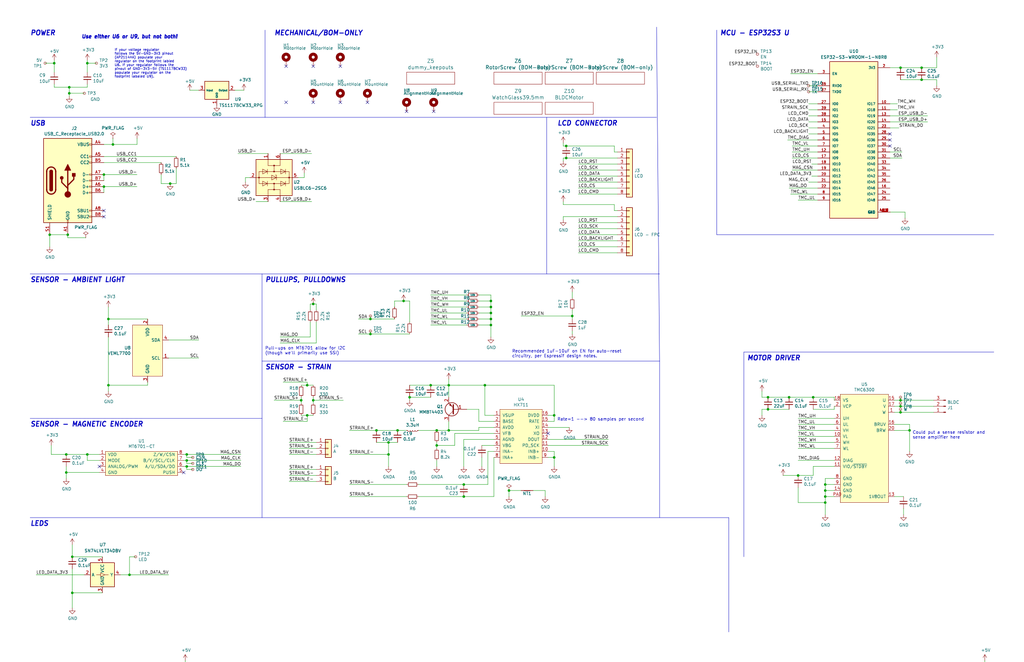
<source format=kicad_sch>
(kicad_sch (version 20230121) (generator eeschema)
  (paper "B")
  (title_block (title "SmartKnob View") (rev "${RELEASE_VERSION}") (company "Scott Bezek") (comment 2 "${COMMIT_DATE_LONG}") (comment 3 "${COMMIT_HASH}"))
  (junction (at 195.58 307.975))
  (junction (at 195.58 346.71))
  (junction (at 148.59 323.215))
  (junction (at 184.785 376.555))
  (junction (at 172.085 323.215))
  (junction (at 242.57 483.235))
  (junction (at 36.83 191.77))
  (junction (at 78.105 376.555))
  (junction (at 375.92 351.79))
  (junction (at 71.755 77.47))
  (junction (at 148.59 284.48))
  (junction (at 172.085 369.57))
  (junction (at 148.59 354.33))
  (junction (at 255.27 391.795))
  (junction (at 82.55 438.785))
  (junction (at 323.85 167.64))
  (junction (at 125.095 467.995))
  (junction (at 231.775 299.72))
  (junction (at 195.58 376.555))
  (junction (at 29.21 39.37))
  (junction (at 231.775 467.995))
  (junction (at 172.085 391.795))
  (junction (at 172.085 415.29))
  (junction (at 231.775 376.555))
  (junction (at 184.15 187.96))
  (junction (at 90.805 423.545))
  (junction (at 204.47 162.56))
  (junction (at 184.785 483.235))
  (junction (at 125.095 354.33))
  (junction (at 332.74 167.64))
  (junction (at 101.6 376.555))
  (junction (at 90.805 369.57))
  (junction (at 219.075 369.57))
  (junction (at 231.775 446.405))
  (junction (at 242.57 415.29))
  (junction (at 208.915 369.57))
  (junction (at 184.785 331.47))
  (junction (at 114.3 415.29))
  (junction (at 441.96 377.19))
  (junction (at 129.54 175.26))
  (junction (at 161.29 423.545))
  (junction (at 207.01 137.16))
  (junction (at 78.105 400.05))
  (junction (at 255.27 346.71))
  (junction (at 184.785 346.71))
  (junction (at 101.6 284.48))
  (junction (at 397.51 377.19))
  (junction (at 195.58 209.55))
  (junction (at 114.3 446.405))
  (junction (at 255.27 438.785))
  (junction (at 219.075 461.645))
  (junction (at 137.795 391.795))
  (junction (at 172.085 354.33))
  (junction (at 255.27 415.29))
  (junction (at 114.3 323.215))
  (junction (at 101.6 423.545))
  (junction (at 148.59 331.47))
  (junction (at 137.795 423.545))
  (junction (at 347.98 209.55))
  (junction (at 242.57 423.545))
  (junction (at 125.095 331.47))
  (junction (at 379.73 171.45))
  (junction (at 255.27 467.995))
  (junction (at 78.74 194.31))
  (junction (at 208.915 391.795))
  (junction (at 255.27 400.05))
  (junction (at 195.58 331.47))
  (junction (at 219.075 299.72))
  (junction (at 242.57 331.47))
  (junction (at 184.785 307.975))
  (junction (at 231.775 354.33))
  (junction (at 148.59 415.29))
  (junction (at 195.58 369.57))
  (junction (at 114.3 307.975))
  (junction (at 189.23 162.56))
  (junction (at 219.075 483.235))
  (junction (at 195.58 438.785))
  (junction (at 90.805 446.405))
  (junction (at 101.6 415.29))
  (junction (at 114.3 423.545))
  (junction (at 255.27 331.47))
  (junction (at 78.105 446.405))
  (junction (at 45.72 162.56))
  (junction (at 242.57 284.48))
  (junction (at 101.6 438.785))
  (junction (at 148.59 438.785))
  (junction (at 255.27 461.645))
  (junction (at 101.6 323.215))
  (junction (at 125.095 461.645))
  (junction (at 207.01 132.08))
  (junction (at 219.075 438.785))
  (junction (at 172.085 461.645))
  (junction (at 195.58 467.995))
  (junction (at 172.085 483.235))
  (junction (at 208.915 299.72))
  (junction (at 125.095 376.555))
  (junction (at 241.3 133.35))
  (junction (at 161.29 483.235))
  (junction (at 90.805 331.47))
  (junction (at 90.805 354.33))
  (junction (at 172.085 438.785))
  (junction (at 184.15 181.61))
  (junction (at 219.075 346.71))
  (junction (at 114.3 461.645))
  (junction (at 90.805 323.215))
  (junction (at 405.765 400.685))
  (junction (at 172.085 307.975))
  (junction (at 323.85 172.72))
  (junction (at 101.6 461.645))
  (junction (at 148.59 446.405))
  (junction (at 208.915 307.975))
  (junction (at 90.805 284.48))
  (junction (at 90.805 438.785))
  (junction (at 397.51 388.62))
  (junction (at 388.62 28.575))
  (junction (at 129.54 162.56))
  (junction (at 172.085 284.48))
  (junction (at 255.27 307.975))
  (junction (at 195.58 204.47))
  (junction (at 137.795 331.47))
  (junction (at 456.565 352.425))
  (junction (at 114.3 483.235))
  (junction (at 101.6 467.995))
  (junction (at 101.6 354.33))
  (junction (at 219.075 376.555))
  (junction (at 195.58 446.405))
  (junction (at 219.075 391.795))
  (junction (at 161.29 369.57))
  (junction (at 137.795 284.48))
  (junction (at 342.9 167.64))
  (junction (at 78.74 196.85))
  (junction (at 101.6 331.47))
  (junction (at 114.3 400.05))
  (junction (at 172.085 400.05))
  (junction (at 125.095 483.235))
  (junction (at 161.29 376.555))
  (junction (at 90.805 461.645))
  (junction (at 125.095 423.545))
  (junction (at 195.58 415.29))
  (junction (at 208.915 376.555))
  (junction (at 172.085 376.555))
  (junction (at 114.3 299.72))
  (junction (at 161.29 307.975))
  (junction (at 208.915 400.05))
  (junction (at 78.105 331.47))
  (junction (at 137.795 354.33))
  (junction (at 148.59 369.57))
  (junction (at 231.775 423.545))
  (junction (at 148.59 461.645))
  (junction (at 161.29 346.71))
  (junction (at 90.805 307.975))
  (junction (at 195.58 483.235))
  (junction (at 255.27 376.555))
  (junction (at 167.64 181.61))
  (junction (at 219.075 400.05))
  (junction (at 148.59 299.72))
  (junction (at 27.94 191.77))
  (junction (at 137.795 446.405))
  (junction (at 388.62 33.655))
  (junction (at 148.59 307.975))
  (junction (at 231.775 438.785))
  (junction (at 242.57 299.72))
  (junction (at 137.795 483.235))
  (junction (at 405.765 377.19))
  (junction (at 148.59 400.05))
  (junction (at 184.785 438.785))
  (junction (at 379.73 28.575))
  (junction (at 137.795 461.645))
  (junction (at 242.57 391.795))
  (junction (at 28.575 99.06))
  (junction (at 184.785 354.33))
  (junction (at 195.58 354.33))
  (junction (at 219.075 415.29))
  (junction (at 255.27 446.405))
  (junction (at 137.795 323.215))
  (junction (at 184.785 284.48))
  (junction (at 219.075 467.995))
  (junction (at 114.3 438.785))
  (junction (at 208.915 461.645))
  (junction (at 208.915 467.995))
  (junction (at 172.085 346.71))
  (junction (at 434.34 388.62))
  (junction (at 78.74 191.77))
  (junction (at 43.815 78.74))
  (junction (at 219.075 446.405))
  (junction (at 242.57 446.405))
  (junction (at 219.075 423.545))
  (junction (at 101.6 307.975))
  (junction (at 148.59 376.555))
  (junction (at 231.775 284.48))
  (junction (at 487.045 342.265))
  (junction (at 255.27 369.57))
  (junction (at 208.915 331.47))
  (junction (at 219.075 284.48))
  (junction (at 208.915 446.405))
  (junction (at 383.54 181.61))
  (junction (at 125.095 346.71))
  (junction (at 242.57 400.05))
  (junction (at 231.775 331.47))
  (junction (at 242.57 438.785))
  (junction (at 29.21 36.83))
  (junction (at 90.805 467.995))
  (junction (at 347.98 212.09))
  (junction (at 137.795 376.555))
  (junction (at 78.105 423.545))
  (junction (at 172.72 167.64))
  (junction (at 82.55 461.645))
  (junction (at 161.29 446.405))
  (junction (at 125.095 391.795))
  (junction (at 82.55 483.235))
  (junction (at 156.21 140.97))
  (junction (at 137.795 299.72))
  (junction (at 231.775 461.645))
  (junction (at 90.805 415.29))
  (junction (at 148.59 346.71))
  (junction (at 114.3 354.33))
  (junction (at 137.795 467.995))
  (junction (at 161.29 438.785))
  (junction (at 132.08 128.27))
  (junction (at 82.55 391.795))
  (junction (at 82.55 415.29))
  (junction (at 231.775 483.235))
  (junction (at 161.29 331.47))
  (junction (at 125.095 307.975))
  (junction (at 375.92 346.71))
  (junction (at 172.085 423.545))
  (junction (at 161.29 323.215))
  (junction (at 207.01 127))
  (junction (at 36.83 26.67))
  (junction (at 172.085 331.47))
  (junction (at 161.29 467.995))
  (junction (at 125.095 400.05))
  (junction (at 347.98 207.01))
  (junction (at 82.55 369.57))
  (junction (at 242.57 307.975))
  (junction (at 30.48 250.19))
  (junction (at 417.195 332.74))
  (junction (at 45.72 134.62))
  (junction (at 101.6 346.71))
  (junction (at 54.61 242.57))
  (junction (at 255.27 483.235))
  (junction (at 231.775 391.795))
  (junction (at 231.775 415.29))
  (junction (at 255.27 354.33))
  (junction (at 30.48 234.95))
  (junction (at 375.92 344.17))
  (junction (at 233.68 193.04))
  (junction (at 219.075 323.215))
  (junction (at 456.565 342.265))
  (junction (at 161.29 415.29))
  (junction (at 184.785 415.29))
  (junction (at 231.775 346.71))
  (junction (at 148.59 391.795))
  (junction (at 231.775 323.215))
  (junction (at 101.6 391.795))
  (junction (at 137.795 415.29))
  (junction (at 101.6 400.05))
  (junction (at 148.59 483.235))
  (junction (at 255.27 423.545))
  (junction (at 78.105 284.48))
  (junction (at 22.86 26.67))
  (junction (at 184.785 369.57))
  (junction (at 114.3 467.995))
  (junction (at 195.58 400.05))
  (junction (at 125.095 284.48))
  (junction (at 43.815 73.66))
  (junction (at 101.6 369.57))
  (junction (at 114.3 346.71))
  (junction (at 170.18 127))
  (junction (at 441.96 400.685))
  (junction (at 137.795 346.71))
  (junction (at 161.29 284.48))
  (junction (at 90.805 376.555))
  (junction (at 189.23 181.61))
  (junction (at 184.785 446.405))
  (junction (at 90.805 299.72))
  (junction (at 125.095 438.785))
  (junction (at 161.29 461.645))
  (junction (at 78.105 307.975))
  (junction (at 158.75 181.61))
  (junction (at 238.76 61.595))
  (junction (at 184.785 467.995))
  (junction (at 163.83 191.77))
  (junction (at 163.83 186.69))
  (junction (at 156.21 134.62))
  (junction (at 125.095 369.57))
  (junction (at 233.68 175.26))
  (junction (at 208.915 423.545))
  (junction (at 208.915 483.235))
  (junction (at 181.61 162.56))
  (junction (at 161.29 299.72))
  (junction (at 195.58 391.795))
  (junction (at 195.58 284.48))
  (junction (at 415.925 377.19))
  (junction (at 172.085 299.72))
  (junction (at 78.105 354.33))
  (junction (at 125.095 323.215))
  (junction (at 464.185 342.265))
  (junction (at 375.92 339.09))
  (junction (at 137.795 438.785))
  (junction (at 82.55 346.71))
  (junction (at 114.3 284.48))
  (junction (at 184.785 400.05))
  (junction (at 336.55 200.66))
  (junction (at 242.57 323.215))
  (junction (at 90.805 391.795))
  (junction (at 238.76 66.675))
  (junction (at 132.08 168.91))
  (junction (at 125.095 415.29))
  (junction (at 208.915 323.215))
  (junction (at 208.915 438.785))
  (junction (at 101.6 446.405))
  (junction (at 184.785 391.795))
  (junction (at 255.27 299.72))
  (junction (at 90.805 346.71))
  (junction (at 172.085 446.405))
  (junction (at 379.73 173.99))
  (junction (at 207.01 129.54))
  (junction (at 195.58 461.645))
  (junction (at 184.785 423.545))
  (junction (at 137.795 400.05))
  (junction (at 195.58 323.215))
  (junction (at 184.785 461.645))
  (junction (at 27.94 199.39))
  (junction (at 195.58 299.72))
  (junction (at 161.29 354.33))
  (junction (at 242.57 346.71))
  (junction (at 137.795 369.57))
  (junction (at 379.73 168.91))
  (junction (at 208.915 415.29))
  (junction (at 242.57 369.57))
  (junction (at 184.785 299.72))
  (junction (at 219.075 354.33))
  (junction (at 82.55 323.215))
  (junction (at 127 168.91))
  (junction (at 101.6 483.235))
  (junction (at 101.6 299.72))
  (junction (at 231.775 400.05))
  (junction (at 231.775 307.975))
  (junction (at 214.63 207.01))
  (junction (at 208.915 354.33))
  (junction (at 242.57 467.995))
  (junction (at 242.57 376.555))
  (junction (at 90.805 483.235))
  (junction (at 219.075 307.975))
  (junction (at 114.3 391.795))
  (junction (at 161.29 400.05))
  (junction (at 148.59 423.545))
  (junction (at 219.075 331.47))
  (junction (at 47.625 60.96))
  (junction (at 242.57 354.33))
  (junction (at 90.805 400.05))
  (junction (at 255.27 284.48))
  (junction (at 184.785 323.215))
  (junction (at 114.3 376.555))
  (junction (at 231.775 369.57))
  (junction (at 347.98 204.47))
  (junction (at 255.27 323.215))
  (junction (at 208.915 346.71))
  (junction (at 208.915 284.48))
  (junction (at 114.3 331.47))
  (junction (at 125.095 446.405))
  (junction (at 172.085 467.995))
  (junction (at 161.29 391.795))
  (junction (at 242.57 461.645))
  (junction (at 137.795 307.975))
  (junction (at 207.01 134.62))
  (junction (at 20.955 99.06))
  (junction (at 148.59 467.995))
  (junction (at 195.58 423.545))
  (junction (at 114.3 369.57))
  (junction (at 125.095 299.72))
  (no_connect (at 132.08 43.18))
  (no_connect (at 231.14 182.88))
  (no_connect (at 132.08 27.94))
  (no_connect (at 120.65 27.94))
  (no_connect (at 43.815 91.44))
  (no_connect (at 375.285 59.055))
  (no_connect (at 77.47 199.39))
  (no_connect (at 120.65 43.18))
  (no_connect (at 375.285 61.595))
  (no_connect (at 171.45 46.99))
  (no_connect (at 273.685 475.615))
  (no_connect (at 154.94 43.18))
  (no_connect (at 143.51 43.18))
  (no_connect (at 43.815 88.9))
  (no_connect (at 182.88 46.99))
  (no_connect (at 375.285 56.515))
  (no_connect (at 414.02 341.63))
  (no_connect (at 143.51 27.94))
  (no_connect (at 41.91 196.85))
  (wire (pts (xy 208.915 446.405) (xy 219.075 446.405)))
  (wire (pts (xy 184.785 354.33) (xy 195.58 354.33)))
  (wire (pts (xy 334.01 61.595) (xy 344.805 61.595)))
  (wire (pts (xy 231.14 180.34) (xy 240.03 180.34)))
  (wire (pts (xy 255.27 369.57) (xy 266.065 369.57)))
  (wire (pts (xy 195.58 423.545) (xy 208.915 423.545)))
  (wire (pts (xy 156.21 361.95) (xy 164.465 361.95)))
  (wire (pts (xy 148.59 299.72) (xy 161.29 299.72)))
  (wire (pts (xy 229.87 207.01) (xy 229.87 209.55)))
  (wire (pts (xy 125.095 483.235) (xy 137.795 483.235)))
  (wire (pts (xy 179.705 361.95) (xy 187.96 361.95)))
  (wire (pts (xy 321.31 167.64) (xy 323.85 167.64)))
  (wire (pts (xy 422.275 332.74) (xy 417.195 332.74)))
  (wire (pts (xy 161.29 359.41) (xy 161.29 369.57)))
  (wire (pts (xy 231.775 391.795) (xy 242.57 391.795)))
  (wire (pts (xy 231.775 376.555) (xy 242.57 376.555)))
  (wire (pts (xy 114.3 438.785) (xy 125.095 438.785)))
  (wire (pts (xy 43.815 68.58) (xy 67.945 68.58)))
  (wire (pts (xy 161.29 446.405) (xy 172.085 446.405)))
  (wire (pts (xy 207.01 124.46) (xy 207.01 127)))
  (wire (pts (xy 207.01 137.16) (xy 207.01 142.24)))
  (wire (pts (xy 241.3 125.73) (xy 241.3 123.19)))
  (wire (pts (xy 196.85 172.72) (xy 201.93 172.72)))
  (wire (pts (xy 81.28 198.12) (xy 78.74 198.12)))
  (wire (pts (xy 36.83 194.31) (xy 36.83 191.77)))
  (wire (pts (xy 377.19 181.61) (xy 383.54 181.61)))
  (wire (pts (xy 242.57 446.405) (xy 255.27 446.405)))
  (wire (pts (xy 237.49 60.325) (xy 237.49 61.595)))
  (wire (pts (xy 151.13 134.62) (xy 156.21 134.62)))
  (wire (pts (xy 45.72 134.62) (xy 62.23 134.62)))
  (wire (pts (xy 351.79 209.55) (xy 347.98 209.55)))
  (wire (pts (xy 250.19 292.1) (xy 258.445 292.1)))
  (wire (pts (xy 255.27 391.795) (xy 266.065 391.795)))
  (wire (pts (xy 273.685 339.09) (xy 273.685 349.885)))
  (wire (pts (xy 137.795 313.055) (xy 137.795 323.215)))
  (wire (pts (xy 29.21 39.37) (xy 29.21 40.64)))
  (wire (pts (xy 114.3 381.635) (xy 114.3 391.795)))
  (wire (pts (xy 340.995 36.195) (xy 344.805 36.195)))
  (wire (pts (xy 250.19 407.67) (xy 258.445 407.67)))
  (wire (pts (xy 103.505 74.93) (xy 103.505 76.835)))
  (wire (pts (xy 137.795 446.405) (xy 148.59 446.405)))
  (wire (pts (xy 114.3 423.545) (xy 125.095 423.545)))
  (polyline (pts (xy 230.505 49.53) (xy 230.505 115.57)))
  (polyline (pts (xy 12.7 218.44) (xy 307.34 218.44)))
  (wire (pts (xy 90.805 369.57) (xy 82.55 369.57)))
  (wire (pts (xy 255.27 451.485) (xy 255.27 461.645)))
  (wire (pts (xy 54.61 242.57) (xy 71.12 242.57)))
  (wire (pts (xy 203.2 407.67) (xy 211.455 407.67)))
  (wire (pts (xy 137.795 331.47) (xy 148.59 331.47)))
  (wire (pts (xy 242.57 284.48) (xy 255.27 284.48)))
  (wire (pts (xy 78.105 376.555) (xy 78.105 354.33)))
  (wire (pts (xy 101.6 346.71) (xy 114.3 346.71)))
  (wire (pts (xy 82.55 483.235) (xy 90.805 483.235)))
  (wire (pts (xy 422.275 334.01) (xy 422.275 332.74)))
  (wire (pts (xy 219.075 369.57) (xy 231.775 369.57)))
  (wire (pts (xy 456.565 342.265) (xy 456.565 334.645)))
  (wire (pts (xy 90.805 331.47) (xy 101.6 331.47)))
  (wire (pts (xy 231.775 313.055) (xy 231.775 323.215)))
  (wire (pts (xy 156.21 134.62) (xy 166.37 134.62)))
  (wire (pts (xy 375.285 48.895) (xy 391.16 48.895)))
  (wire (pts (xy 125.095 438.785) (xy 137.795 438.785)))
  (wire (pts (xy 184.785 336.55) (xy 184.785 346.71)))
  (wire (pts (xy 86.995 339.09) (xy 93.98 339.09)))
  (wire (pts (xy 28.575 99.06) (xy 28.575 100.33)))
  (wire (pts (xy 184.785 313.055) (xy 184.785 323.215)))
  (wire (pts (xy 231.775 336.55) (xy 231.775 346.71)))
  (wire (pts (xy 114.3 336.55) (xy 114.3 346.71)))
  (wire (pts (xy 114.3 307.975) (xy 125.095 307.975)))
  (wire (pts (xy 420.37 282.575) (xy 416.56 282.575)))
  (wire (pts (xy 219.075 346.71) (xy 231.775 346.71)))
  (wire (pts (xy 90.805 461.645) (xy 101.6 461.645)))
  (wire (pts (xy 231.775 405.13) (xy 231.775 415.29)))
  (wire (pts (xy 351.79 189.23) (xy 336.55 189.23)))
  (wire (pts (xy 86.995 475.615) (xy 93.98 475.615)))
  (wire (pts (xy 161.29 428.625) (xy 161.29 438.785)))
  (wire (pts (xy 226.695 384.175) (xy 234.95 384.175)))
  (wire (pts (xy 184.785 284.48) (xy 195.58 284.48)))
  (wire (pts (xy 148.59 284.48) (xy 161.29 284.48)))
  (wire (pts (xy 176.53 204.47) (xy 195.58 204.47)))
  (wire (pts (xy 255.27 359.41) (xy 255.27 369.57)))
  (wire (pts (xy 441.96 400.685) (xy 453.39 400.685)))
  (wire (pts (xy 241.3 133.35) (xy 241.3 130.81)))
  (polyline (pts (xy 313.69 234.95) (xy 313.69 148.59)))
  (wire (pts (xy 219.075 323.215) (xy 231.775 323.215)))
  (wire (pts (xy 43.815 66.04) (xy 74.295 66.04)))
  (wire (pts (xy 127 168.91) (xy 127 170.18)))
  (wire (pts (xy 255.27 331.47) (xy 266.065 331.47)))
  (wire (pts (xy 107.95 85.09) (xy 113.03 85.09)))
  (wire (pts (xy 219.075 354.33) (xy 231.775 354.33)))
  (wire (pts (xy 208.915 467.995) (xy 219.075 467.995)))
  (wire (pts (xy 86.995 327.025) (xy 86.995 339.09)))
  (wire (pts (xy 260.35 74.295) (xy 243.84 74.295)))
  (wire (pts (xy 80.01 38.1) (xy 83.82 38.1)))
  (wire (pts (xy 342.265 74.295) (xy 344.805 74.295)))
  (wire (pts (xy 161.29 307.975) (xy 172.085 307.975)))
  (wire (pts (xy 231.14 190.5) (xy 233.68 190.5)))
  (wire (pts (xy 82.55 488.315) (xy 82.55 483.235)))
  (wire (pts (xy 86.995 349.885) (xy 86.995 361.95)))
  (wire (pts (xy 330.2 200.66) (xy 336.55 200.66)))
  (wire (pts (xy 377.19 209.55) (xy 381 209.55)))
  (wire (pts (xy 100.33 64.77) (xy 113.03 64.77)))
  (wire (pts (xy 203.2 315.595) (xy 211.455 315.595)))
  (wire (pts (xy 497.205 350.52) (xy 497.205 354.965)))
  (wire (pts (xy 125.095 423.545) (xy 137.795 423.545)))
  (wire (pts (xy 166.37 127) (xy 170.18 127)))
  (wire (pts (xy 115.57 168.91) (xy 127 168.91)))
  (wire (pts (xy 90.805 289.56) (xy 90.805 299.72)))
  (wire (pts (xy 132.715 292.1) (xy 140.97 292.1)))
  (wire (pts (xy 231.775 428.625) (xy 231.775 438.785)))
  (wire (pts (xy 27.94 199.39) (xy 27.94 201.93)))
  (wire (pts (xy 195.58 209.55) (xy 208.28 209.55)))
  (wire (pts (xy 375.92 341.63) (xy 375.92 344.17)))
  (wire (pts (xy 242.57 369.57) (xy 255.27 369.57)))
  (wire (pts (xy 156.21 454.025) (xy 164.465 454.025)))
  (wire (pts (xy 195.58 331.47) (xy 208.915 331.47)))
  (wire (pts (xy 255.27 376.555) (xy 266.065 376.555)))
  (wire (pts (xy 101.6 391.795) (xy 114.3 391.795)))
  (wire (pts (xy 195.58 185.42) (xy 195.58 196.85)))
  (wire (pts (xy 176.53 181.61) (xy 184.15 181.61)))
  (wire (pts (xy 231.14 193.04) (xy 233.68 193.04)))
  (wire (pts (xy 195.58 438.785) (xy 208.915 438.785)))
  (wire (pts (xy 82.55 323.215) (xy 82.55 346.71)))
  (wire (pts (xy 233.68 175.26) (xy 231.14 175.26)))
  (wire (pts (xy 381.635 92.075) (xy 381.635 89.535)))
  (wire (pts (xy 90.805 354.33) (xy 78.105 354.33)))
  (wire (pts (xy 90.805 446.405) (xy 78.105 446.405)))
  (wire (pts (xy 184.785 467.995) (xy 195.58 467.995)))
  (wire (pts (xy 375.92 346.71) (xy 378.46 346.71)))
  (wire (pts (xy 323.85 167.64) (xy 332.74 167.64)))
  (wire (pts (xy 189.23 162.56) (xy 189.23 160.02)))
  (wire (pts (xy 156.21 431.165) (xy 164.465 431.165)))
  (wire (pts (xy 375.285 43.815) (xy 378.46 43.815)))
  (wire (pts (xy 375.92 351.79) (xy 375.92 346.71)))
  (wire (pts (xy 158.75 186.69) (xy 163.83 186.69)))
  (wire (pts (xy 71.755 77.47) (xy 74.295 77.47)))
  (wire (pts (xy 226.695 431.165) (xy 234.95 431.165)))
  (wire (pts (xy 379.73 168.91) (xy 393.7 168.91)))
  (wire (pts (xy 250.19 454.025) (xy 258.445 454.025)))
  (wire (pts (xy 195.58 354.33) (xy 208.915 354.33)))
  (wire (pts (xy 375.285 46.355) (xy 378.46 46.355)))
  (wire (pts (xy 375.92 346.71) (xy 375.92 344.17)))
  (wire (pts (xy 242.57 483.235) (xy 255.27 483.235)))
  (wire (pts (xy 78.74 194.31) (xy 101.6 194.31)))
  (wire (pts (xy 379.73 33.655) (xy 388.62 33.655)))
  (wire (pts (xy 137.795 369.57) (xy 148.59 369.57)))
  (wire (pts (xy 383.54 181.61) (xy 383.54 190.5)))
  (wire (pts (xy 114.3 461.645) (xy 125.095 461.645)))
  (wire (pts (xy 172.72 127) (xy 172.72 135.89)))
  (wire (pts (xy 101.6 400.05) (xy 114.3 400.05)))
  (wire (pts (xy 81.28 193.04) (xy 78.74 193.04)))
  (wire (pts (xy 391.795 388.62) (xy 397.51 388.62)))
  (wire (pts (xy 219.075 446.405) (xy 231.775 446.405)))
  (wire (pts (xy 125.095 307.975) (xy 137.795 307.975)))
  (wire (pts (xy 208.915 346.71) (xy 219.075 346.71)))
  (wire (pts (xy 137.795 381.635) (xy 137.795 391.795)))
  (wire (pts (xy 114.3 376.555) (xy 125.095 376.555)))
  (wire (pts (xy 156.21 475.615) (xy 164.465 475.615)))
  (wire (pts (xy 125.095 467.995) (xy 137.795 467.995)))
  (wire (pts (xy 82.55 461.645) (xy 82.55 483.235)))
  (wire (pts (xy 90.805 483.235) (xy 101.6 483.235)))
  (wire (pts (xy 78.74 195.58) (xy 78.74 194.31)))
  (wire (pts (xy 161.29 354.33) (xy 172.085 354.33)))
  (wire (pts (xy 179.705 407.67) (xy 187.96 407.67)))
  (wire (pts (xy 172.085 323.215) (xy 184.785 323.215)))
  (wire (pts (xy 351.79 184.15) (xy 336.55 184.15)))
  (wire (pts (xy 29.21 39.37) (xy 35.56 39.37)))
  (wire (pts (xy 156.21 384.175) (xy 164.465 384.175)))
  (wire (pts (xy 195.58 284.48) (xy 208.915 284.48)))
  (wire (pts (xy 242.57 438.785) (xy 255.27 438.785)))
  (polyline (pts (xy 307.34 218.44) (xy 307.34 266.7)))
  (wire (pts (xy 90.805 336.55) (xy 90.805 346.71)))
  (wire (pts (xy 90.805 391.795) (xy 82.55 391.795)))
  (wire (pts (xy 347.98 201.93) (xy 351.79 201.93)))
  (wire (pts (xy 321.31 172.72) (xy 323.85 172.72)))
  (wire (pts (xy 83.82 151.13) (xy 71.12 151.13)))
  (wire (pts (xy 184.785 483.235) (xy 195.58 483.235)))
  (wire (pts (xy 163.83 186.69) (xy 167.64 186.69)))
  (wire (pts (xy 334.01 64.135) (xy 344.805 64.135)))
  (wire (pts (xy 226.695 292.1) (xy 234.95 292.1)))
  (wire (pts (xy 226.695 315.595) (xy 234.95 315.595)))
  (wire (pts (xy 347.98 207.01) (xy 347.98 204.47)))
  (wire (pts (xy 184.785 331.47) (xy 195.58 331.47)))
  (wire (pts (xy 415.925 377.19) (xy 426.085 377.19)))
  (wire (pts (xy 114.3 289.56) (xy 114.3 299.72)))
  (wire (pts (xy 347.98 209.55) (xy 347.98 207.01)))
  (wire (pts (xy 414.02 349.25) (xy 417.195 349.25)))
  (wire (pts (xy 161.29 467.995) (xy 172.085 467.995)))
  (wire (pts (xy 255.27 323.215) (xy 266.065 323.215)))
  (wire (pts (xy 137.795 284.48) (xy 148.59 284.48)))
  (wire (pts (xy 156.21 339.09) (xy 164.465 339.09)))
  (wire (pts (xy 172.085 423.545) (xy 184.785 423.545)))
  (wire (pts (xy 156.21 315.595) (xy 164.465 315.595)))
  (wire (pts (xy 171.45 204.47) (xy 147.32 204.47)))
  (wire (pts (xy 203.2 292.1) (xy 211.455 292.1)))
  (wire (pts (xy 417.195 349.25) (xy 417.195 332.74)))
  (wire (pts (xy 394.97 33.655) (xy 394.97 36.195)))
  (wire (pts (xy 378.46 339.09) (xy 375.92 339.09)))
  (wire (pts (xy 184.15 186.69) (xy 184.15 187.96)))
  (wire (pts (xy 30.48 240.03) (xy 30.48 250.19)))
  (wire (pts (xy 148.59 400.05) (xy 161.29 400.05)))
  (wire (pts (xy 137.795 323.215) (xy 148.59 323.215)))
  (wire (pts (xy 109.22 475.615) (xy 117.475 475.615)))
  (wire (pts (xy 255.27 461.645) (xy 266.065 461.645)))
  (wire (pts (xy 219.075 299.72) (xy 231.775 299.72)))
  (wire (pts (xy 231.775 423.545) (xy 242.57 423.545)))
  (wire (pts (xy 90.805 307.975) (xy 78.105 307.975)))
  (wire (pts (xy 90.805 438.785) (xy 82.55 438.785)))
  (wire (pts (xy 456.565 350.52) (xy 456.565 352.425)))
  (wire (pts (xy 242.57 391.795) (xy 255.27 391.795)))
  (wire (pts (xy 158.75 181.61) (xy 167.64 181.61)))
  (wire (pts (xy 351.79 176.53) (xy 336.55 176.53)))
  (wire (pts (xy 172.085 483.235) (xy 184.785 483.235)))
  (wire (pts (xy 456.565 352.425) (xy 456.565 354.965)))
  (wire (pts (xy 30.48 256.54) (xy 30.48 250.19)))
  (wire (pts (xy 233.68 190.5) (xy 233.68 193.04)))
  (wire (pts (xy 118.11 85.09) (xy 131.445 85.09)))
  (wire (pts (xy 172.72 168.91) (xy 172.72 167.64)))
  (wire (pts (xy 184.785 307.975) (xy 195.58 307.975)))
  (wire (pts (xy 161.29 391.795) (xy 172.085 391.795)))
  (wire (pts (xy 219.075 415.29) (xy 231.775 415.29)))
  (wire (pts (xy 81.28 195.58) (xy 78.74 195.58)))
  (wire (pts (xy 118.11 144.78) (xy 133.35 144.78)))
  (wire (pts (xy 148.59 467.995) (xy 161.29 467.995)))
  (wire (pts (xy 86.995 463.55) (xy 86.995 475.615)))
  (wire (pts (xy 201.93 172.72) (xy 201.93 177.8)))
  (wire (pts (xy 233.68 177.8) (xy 233.68 175.26)))
  (wire (pts (xy 179.705 315.595) (xy 187.96 315.595)))
  (wire (pts (xy 250.19 384.175) (xy 258.445 384.175)))
  (wire (pts (xy 226.695 339.09) (xy 234.95 339.09)))
  (wire (pts (xy 342.9 200.66) (xy 342.9 196.85)))
  (wire (pts (xy 242.57 346.71) (xy 255.27 346.71)))
  (wire (pts (xy 207.01 127) (xy 207.01 129.54)))
  (wire (pts (xy 434.34 380.365) (xy 434.34 377.19)))
  (wire (pts (xy 204.47 175.26) (xy 208.28 175.26)))
  (wire (pts (xy 147.32 181.61) (xy 158.75 181.61)))
  (wire (pts (xy 375.285 28.575) (xy 379.73 28.575)))
  (wire (pts (xy 90.805 381.635) (xy 90.805 391.795)))
  (wire (pts (xy 201.93 129.54) (xy 207.01 129.54)))
  (wire (pts (xy 161.29 346.71) (xy 172.085 346.71)))
  (wire (pts (xy 333.375 31.115) (xy 344.805 31.115)))
  (wire (pts (xy 161.29 369.57) (xy 172.085 369.57)))
  (wire (pts (xy 121.92 186.69) (xy 133.35 186.69)))
  (wire (pts (xy 405.765 400.685) (xy 421.005 400.685)))
  (wire (pts (xy 36.83 26.67) (xy 36.83 30.48)))
  (wire (pts (xy 273.685 419.1) (xy 86.995 419.1)))
  (wire (pts (xy 260.35 64.135) (xy 259.08 64.135)))
  (wire (pts (xy 137.795 346.71) (xy 148.59 346.71)))
  (wire (pts (xy 242.57 331.47) (xy 255.27 331.47)))
  (wire (pts (xy 147.32 209.55) (xy 171.45 209.55)))
  (wire (pts (xy 109.22 431.165) (xy 117.475 431.165)))
  (wire (pts (xy 119.38 177.8) (xy 129.54 177.8)))
  (wire (pts (xy 332.105 59.055) (xy 344.805 59.055)))
  (wire (pts (xy 181.61 167.64) (xy 172.72 167.64)))
  (wire (pts (xy 101.6 284.48) (xy 114.3 284.48)))
  (wire (pts (xy 147.32 191.77) (xy 163.83 191.77)))
  (wire (pts (xy 204.47 162.56) (xy 233.68 162.56)))
  (wire (pts (xy 203.2 187.96) (xy 208.28 187.96)))
  (wire (pts (xy 132.715 361.95) (xy 140.97 361.95)))
  (wire (pts (xy 57.15 234.95) (xy 54.61 234.95)))
  (wire (pts (xy 161.29 323.215) (xy 172.085 323.215)))
  (wire (pts (xy 90.805 423.545) (xy 101.6 423.545)))
  (wire (pts (xy 148.59 483.235) (xy 161.29 483.235)))
  (wire (pts (xy 82.55 438.785) (xy 82.55 461.645)))
  (wire (pts (xy 137.795 376.555) (xy 148.59 376.555)))
  (wire (pts (xy 127 175.26) (xy 129.54 175.26)))
  (wire (pts (xy 132.08 168.91) (xy 144.78 168.91)))
  (wire (pts (xy 172.085 299.72) (xy 184.785 299.72)))
  (wire (pts (xy 101.6 415.29) (xy 114.3 415.29)))
  (wire (pts (xy 77.47 194.31) (xy 78.74 194.31)))
  (wire (pts (xy 255.27 313.055) (xy 255.27 323.215)))
  (wire (pts (xy 101.6 354.33) (xy 114.3 354.33)))
  (wire (pts (xy 137.795 461.645) (xy 148.59 461.645)))
  (wire (pts (xy 394.97 28.575) (xy 394.97 24.13)))
  (wire (pts (xy 445.77 287.655) (xy 452.755 287.655)))
  (wire (pts (xy 114.3 323.215) (xy 125.095 323.215)))
  (wire (pts (xy 231.775 400.05) (xy 242.57 400.05)))
  (wire (pts (xy 78.74 196.85) (xy 101.6 196.85)))
  (wire (pts (xy 208.915 423.545) (xy 219.075 423.545)))
  (wire (pts (xy 242.57 307.975) (xy 255.27 307.975)))
  (wire (pts (xy 231.775 446.405) (xy 242.57 446.405)))
  (wire (pts (xy 255.27 284.48) (xy 266.065 284.48)))
  (wire (pts (xy 340.995 48.895) (xy 344.805 48.895)))
  (wire (pts (xy 36.83 25.4) (xy 36.83 26.67)))
  (wire (pts (xy 203.2 384.175) (xy 211.455 384.175)))
  (wire (pts (xy 121.92 191.77) (xy 133.35 191.77)))
  (wire (pts (xy 416.56 282.575) (xy 416.56 293.37)))
  (wire (pts (xy 137.795 405.13) (xy 137.795 415.29)))
  (wire (pts (xy 208.915 381.635) (xy 208.915 391.795)))
  (wire (pts (xy 172.085 284.48) (xy 184.785 284.48)))
  (wire (pts (xy 114.3 346.71) (xy 125.095 346.71)))
  (wire (pts (xy 231.775 359.41) (xy 231.775 369.57)))
  (wire (pts (xy 214.63 207.01) (xy 219.71 207.01)))
  (wire (pts (xy 207.01 134.62) (xy 207.01 137.16)))
  (wire (pts (xy 413.385 287.655) (xy 420.37 287.655)))
  (wire (pts (xy 101.6 376.555) (xy 114.3 376.555)))
  (wire (pts (xy 125.095 323.215) (xy 137.795 323.215)))
  (wire (pts (xy 208.915 284.48) (xy 219.075 284.48)))
  (wire (pts (xy 273.685 372.11) (xy 86.995 372.11)))
  (wire (pts (xy 129.54 162.56) (xy 132.08 162.56)))
  (wire (pts (xy 273.685 384.175) (xy 273.685 395.605)))
  (wire (pts (xy 379.73 28.575) (xy 388.62 28.575)))
  (wire (pts (xy 151.13 140.97) (xy 156.21 140.97)))
  (wire (pts (xy 342.9 167.64) (xy 332.74 167.64)))
  (wire (pts (xy 114.3 428.625) (xy 114.3 438.785)))
  (wire (pts (xy 78.74 198.12) (xy 78.74 196.85)))
  (wire (pts (xy 196.85 137.16) (xy 181.61 137.16)))
  (wire (pts (xy 208.915 313.055) (xy 208.915 323.215)))
  (wire (pts (xy 184.785 299.72) (xy 195.58 299.72)))
  (wire (pts (xy 114.3 415.29) (xy 125.095 415.29)))
  (wire (pts (xy 86.995 315.595) (xy 93.98 315.595)))
  (wire (pts (xy 133.35 128.27) (xy 133.35 130.81)))
  (wire (pts (xy 90.805 451.485) (xy 90.805 461.645)))
  (wire (pts (xy 78.105 423.545) (xy 78.105 400.05)))
  (wire (pts (xy 347.98 212.09) (xy 347.98 209.55)))
  (wire (pts (xy 417.195 351.79) (xy 414.02 351.79)))
  (wire (pts (xy 114.3 483.235) (xy 125.095 483.235)))
  (wire (pts (xy 86.995 441.96) (xy 86.995 454.025)))
  (wire (pts (xy 231.14 177.8) (xy 233.68 177.8)))
  (wire (pts (xy 78.105 446.405) (xy 78.105 423.545)))
  (wire (pts (xy 82.55 346.71) (xy 82.55 369.57)))
  (wire (pts (xy 90.805 415.29) (xy 82.55 415.29)))
  (wire (pts (xy 208.28 193.04) (xy 208.28 209.55)))
  (wire (pts (xy 86.995 419.1) (xy 86.995 431.165)))
  (wire (pts (xy 109.22 361.95) (xy 117.475 361.95)))
  (wire (pts (xy 114.3 391.795) (xy 125.095 391.795)))
  (wire (pts (xy 132.715 407.67) (xy 140.97 407.67)))
  (wire (pts (xy 101.6 369.57) (xy 114.3 369.57)))
  (polyline (pts (xy 302.26 99.06) (xy 302.26 12.7)))
  (wire (pts (xy 237.49 85.09) (xy 237.49 86.36)))
  (wire (pts (xy 208.915 473.075) (xy 208.915 483.235)))
  (wire (pts (xy 172.085 400.05) (xy 184.785 400.05)))
  (wire (pts (xy 497.205 334.645) (xy 497.205 345.44)))
  (wire (pts (xy 434.34 385.445) (xy 434.34 388.62)))
  (wire (pts (xy 161.29 331.47) (xy 172.085 331.47)))
  (wire (pts (xy 109.22 315.595) (xy 117.475 315.595)))
  (wire (pts (xy 255.27 423.545) (xy 266.065 423.545)))
  (wire (pts (xy 90.805 313.055) (xy 90.805 323.215)))
  (wire (pts (xy 379.73 173.99) (xy 377.19 173.99)))
  (wire (pts (xy 119.38 161.29) (xy 129.54 161.29)))
  (wire (pts (xy 231.14 185.42) (xy 256.54 185.42)))
  (wire (pts (xy 137.795 289.56) (xy 137.795 299.72)))
  (wire (pts (xy 29.21 36.83) (xy 36.83 36.83)))
  (wire (pts (xy 45.72 137.16) (xy 45.72 134.62)))
  (wire (pts (xy 273.685 431.165) (xy 273.685 441.96)))
  (wire (pts (xy 340.995 51.435) (xy 344.805 51.435)))
  (wire (pts (xy 43.815 78.74) (xy 57.785 78.74)))
  (wire (pts (xy 109.22 292.1) (xy 117.475 292.1)))
  (wire (pts (xy 137.795 400.05) (xy 148.59 400.05)))
  (wire (pts (xy 172.085 369.57) (xy 184.785 369.57)))
  (polyline (pts (xy 438.785 323.215) (xy 438.785 366.395)))
  (wire (pts (xy 208.915 400.05) (xy 219.075 400.05)))
  (wire (pts (xy 156.21 292.1) (xy 164.465 292.1)))
  (wire (pts (xy 184.785 289.56) (xy 184.785 299.72)))
  (wire (pts (xy 156.21 407.67) (xy 164.465 407.67)))
  (wire (pts (xy 260.35 93.98) (xy 243.84 93.98)))
  (wire (pts (xy 132.08 128.27) (xy 133.35 128.27)))
  (wire (pts (xy 130.81 135.89) (xy 130.81 142.24)))
  (wire (pts (xy 336.55 205.74) (xy 336.55 212.09)))
  (wire (pts (xy 148.59 354.33) (xy 161.29 354.33)))
  (wire (pts (xy 82.55 391.795) (xy 82.55 415.29)))
  (wire (pts (xy 67.945 73.66) (xy 67.945 77.47)))
  (wire (pts (xy 273.685 303.53) (xy 86.995 303.53)))
  (wire (pts (xy 28.575 99.06) (xy 20.955 99.06)))
  (wire (pts (xy 148.59 391.795) (xy 161.29 391.795)))
  (wire (pts (xy 342.265 69.215) (xy 344.805 69.215)))
  (wire (pts (xy 114.3 446.405) (xy 125.095 446.405)))
  (wire (pts (xy 351.79 204.47) (xy 347.98 204.47)))
  (wire (pts (xy 421.005 388.62) (xy 434.34 388.62)))
  (wire (pts (xy 273.685 407.67) (xy 273.685 419.1)))
  (wire (pts (xy 184.785 428.625) (xy 184.785 438.785)))
  (wire (pts (xy 231.775 323.215) (xy 242.57 323.215)))
  (wire (pts (xy 195.58 323.215) (xy 208.915 323.215)))
  (wire (pts (xy 464.185 342.265) (xy 464.185 344.805)))
  (wire (pts (xy 148.59 446.405) (xy 161.29 446.405)))
  (wire (pts (xy 321.31 165.1) (xy 321.31 167.64)))
  (wire (pts (xy 78.105 278.765) (xy 78.105 284.48)))
  (wire (pts (xy 166.37 129.54) (xy 166.37 127)))
  (wire (pts (xy 161.29 299.72) (xy 172.085 299.72)))
  (polyline (pts (xy 110.49 176.53) (xy 12.7 176.53)))
  (wire (pts (xy 196.85 132.08) (xy 181.61 132.08)))
  (wire (pts (xy 208.915 299.72) (xy 219.075 299.72)))
  (wire (pts (xy 125.095 415.29) (xy 137.795 415.29)))
  (polyline (pts (xy 313.69 148.59) (xy 419.1 148.59)))
  (wire (pts (xy 77.47 191.77) (xy 78.74 191.77)))
  (wire (pts (xy 207.01 127) (xy 201.93 127)))
  (wire (pts (xy 333.375 81.915) (xy 344.805 81.915)))
  (wire (pts (xy 375.285 64.135) (xy 380.365 64.135)))
  (wire (pts (xy 233.68 193.04) (xy 233.68 196.85)))
  (wire (pts (xy 219.71 133.35) (xy 241.3 133.35)))
  (wire (pts (xy 415.925 381) (xy 415.925 377.19)))
  (wire (pts (xy 125.095 331.47) (xy 137.795 331.47)))
  (wire (pts (xy 114.3 359.41) (xy 114.3 369.57)))
  (wire (pts (xy 109.22 339.09) (xy 117.475 339.09)))
  (wire (pts (xy 208.915 405.13) (xy 208.915 415.29)))
  (wire (pts (xy 476.885 287.655) (xy 483.87 287.655)))
  (wire (pts (xy 415.29 285.115) (xy 420.37 285.115)))
  (wire (pts (xy 148.59 331.47) (xy 161.29 331.47)))
  (wire (pts (xy 184.785 376.555) (xy 195.58 376.555)))
  (wire (pts (xy 250.19 339.09) (xy 258.445 339.09)))
  (wire (pts (xy 377.19 179.07) (xy 383.54 179.07)))
  (wire (pts (xy 255.27 289.56) (xy 255.27 299.72)))
  (wire (pts (xy 336.55 212.09) (xy 347.98 212.09)))
  (wire (pts (xy 90.805 415.29) (xy 101.6 415.29)))
  (wire (pts (xy 208.915 336.55) (xy 208.915 346.71)))
  (wire (pts (xy 208.915 307.975) (xy 219.075 307.975)))
  (wire (pts (xy 172.085 446.405) (xy 184.785 446.405)))
  (wire (pts (xy 208.915 451.485) (xy 208.915 461.645)))
  (wire (pts (xy 121.92 203.2) (xy 133.35 203.2)))
  (wire (pts (xy 161.29 461.645) (xy 172.085 461.645)))
  (wire (pts (xy 255.27 428.625) (xy 255.27 438.785)))
  (wire (pts (xy 351.79 167.64) (xy 342.9 167.64)))
  (wire (pts (xy 121.92 200.66) (xy 133.35 200.66)))
  (wire (pts (xy 132.715 384.175) (xy 140.97 384.175)))
  (wire (pts (xy 137.795 423.545) (xy 148.59 423.545)))
  (wire (pts (xy 219.075 467.995) (xy 231.775 467.995)))
  (wire (pts (xy 29.21 36.83) (xy 29.21 39.37)))
  (wire (pts (xy 259.08 86.36) (xy 259.08 88.9)))
  (wire (pts (xy 340.995 38.735) (xy 344.805 38.735)))
  (wire (pts (xy 219.075 423.545) (xy 231.775 423.545)))
  (wire (pts (xy 434.34 377.19) (xy 441.96 377.19)))
  (wire (pts (xy 456.565 342.265) (xy 456.565 345.44)))
  (wire (pts (xy 347.98 204.47) (xy 347.98 201.93)))
  (wire (pts (xy 184.785 323.215) (xy 195.58 323.215)))
  (wire (pts (xy 378.46 349.25) (xy 370.205 349.25)))
  (wire (pts (xy 86.995 431.165) (xy 93.98 431.165)))
  (wire (pts (xy 132.08 167.64) (xy 132.08 168.91)))
  (wire (pts (xy 379.73 167.64) (xy 379.73 168.91)))
  (wire (pts (xy 334.01 66.675) (xy 344.805 66.675)))
  (wire (pts (xy 480.06 282.575) (xy 480.06 293.37)))
  (wire (pts (xy 375.285 66.675) (xy 380.365 66.675)))
  (wire (pts (xy 125.73 74.93) (xy 128.27 74.93)))
  (wire (pts (xy 250.19 431.165) (xy 258.445 431.165)))
  (wire (pts (xy 431.165 400.685) (xy 441.96 400.685)))
  (wire (pts (xy 273.685 292.1) (xy 273.685 303.53)))
  (wire (pts (xy 184.785 405.13) (xy 184.785 415.29)))
  (wire (pts (xy 250.19 315.595) (xy 258.445 315.595)))
  (polyline (pts (xy 12.7 115.57) (xy 278.13 115.57)))
  (wire (pts (xy 78.105 284.48) (xy 78.105 307.975)))
  (wire (pts (xy 90.805 299.72) (xy 82.55 299.72)))
  (wire (pts (xy 201.93 134.62) (xy 207.01 134.62)))
  (wire (pts (xy 148.59 461.645) (xy 161.29 461.645)))
  (wire (pts (xy 195.58 307.975) (xy 208.915 307.975)))
  (wire (pts (xy 90.805 428.625) (xy 90.805 438.785)))
  (wire (pts (xy 237.49 91.44) (xy 237.49 92.71)))
  (wire (pts (xy 41.91 194.31) (xy 36.83 194.31)))
  (wire (pts (xy 78.105 307.975) (xy 78.105 331.47)))
  (wire (pts (xy 90.805 438.785) (xy 101.6 438.785)))
  (wire (pts (xy 132.715 339.09) (xy 140.97 339.09)))
  (wire (pts (xy 207.01 129.54) (xy 207.01 132.08)))
  (wire (pts (xy 20.955 99.06) (xy 20.955 104.14)))
  (wire (pts (xy 381 214.63) (xy 381 217.17)))
  (wire (pts (xy 82.55 415.29) (xy 82.55 438.785)))
  (wire (pts (xy 237.49 86.36) (xy 259.08 86.36)))
  (wire (pts (xy 340.995 46.355) (xy 344.805 46.355)))
  (wire (pts (xy 77.47 196.85) (xy 78.74 196.85)))
  (wire (pts (xy 417.195 355.6) (xy 417.195 351.79)))
  (wire (pts (xy 483.87 282.575) (xy 480.06 282.575)))
  (wire (pts (xy 114.3 354.33) (xy 125.095 354.33)))
  (wire (pts (xy 82.55 299.72) (xy 82.55 323.215)))
  (polyline (pts (xy 12.7 49.53) (xy 276.86 49.53)))
  (wire (pts (xy 351.79 172.72) (xy 351.79 171.45)))
  (wire (pts (xy 336.55 84.455) (xy 344.805 84.455)))
  (wire (pts (xy 195.58 415.29) (xy 208.915 415.29)))
  (wire (pts (xy 90.805 467.995) (xy 101.6 467.995)))
  (wire (pts (xy 347.98 207.01) (xy 351.79 207.01)))
  (wire (pts (xy 45.72 165.1) (xy 45.72 162.56)))
  (wire (pts (xy 201.93 177.8) (xy 208.28 177.8)))
  (wire (pts (xy 388.62 28.575) (xy 394.97 28.575)))
  (wire (pts (xy 351.79 168.91) (xy 351.79 167.64)))
  (wire (pts (xy 179.705 475.615) (xy 187.96 475.615)))
  (wire (pts (xy 255.27 405.13) (xy 255.27 415.29)))
  (wire (pts (xy 90.805 346.71) (xy 101.6 346.71)))
  (wire (pts (xy 351.79 196.85) (xy 342.9 196.85)))
  (wire (pts (xy 114.3 467.995) (xy 125.095 467.995)))
  (wire (pts (xy 250.19 361.95) (xy 258.445 361.95)))
  (wire (pts (xy 452.755 282.575) (xy 448.945 282.575)))
  (wire (pts (xy 125.095 299.72) (xy 137.795 299.72)))
  (wire (pts (xy 137.795 451.485) (xy 137.795 461.645)))
  (wire (pts (xy 415.29 278.765) (xy 415.29 285.115)))
  (wire (pts (xy 137.795 428.625) (xy 137.795 438.785)))
  (wire (pts (xy 476.885 290.195) (xy 483.87 290.195)))
  (wire (pts (xy 231.775 289.56) (xy 231.775 299.72)))
  (wire (pts (xy 219.075 461.645) (xy 231.775 461.645)))
  (wire (pts (xy 219.075 438.785) (xy 231.775 438.785)))
  (wire (pts (xy 125.095 461.645) (xy 137.795 461.645)))
  (wire (pts (xy 90.805 299.72) (xy 101.6 299.72)))
  (wire (pts (xy 125.095 391.795) (xy 137.795 391.795)))
  (wire (pts (xy 22.86 26.67) (xy 22.86 30.48)))
  (wire (pts (xy 379.73 170.18) (xy 379.73 171.45)))
  (wire (pts (xy 255.27 381.635) (xy 255.27 391.795)))
  (wire (pts (xy 28.575 100.33) (xy 36.195 100.33)))
  (wire (pts (xy 255.27 307.975) (xy 266.065 307.975)))
  (wire (pts (xy 205.74 190.5) (xy 205.74 204.47)))
  (wire (pts (xy 114.3 331.47) (xy 125.095 331.47)))
  (wire (pts (xy 184.785 369.57) (xy 195.58 369.57)))
  (wire (pts (xy 184.785 438.785) (xy 195.58 438.785)))
  (wire (pts (xy 184.785 473.075) (xy 184.785 483.235)))
  (wire (pts (xy 203.2 454.025) (xy 211.455 454.025)))
  (wire (pts (xy 90.805 405.13) (xy 90.805 415.29)))
  (wire (pts (xy 448.945 282.575) (xy 448.945 293.37)))
  (wire (pts (xy 377.19 171.45) (xy 379.73 171.45)))
  (wire (pts (xy 15.24 242.57) (xy 35.56 242.57)))
  (wire (pts (xy 255.27 483.235) (xy 266.065 483.235)))
  (wire (pts (xy 237.49 91.44) (xy 260.35 91.44)))
  (wire (pts (xy 163.83 191.77) (xy 163.83 196.85)))
  (wire (pts (xy 114.3 405.13) (xy 114.3 415.29)))
  (polyline (pts (xy 276.86 11.43) (xy 278.13 152.4)))
  (wire (pts (xy 101.6 331.47) (xy 114.3 331.47)))
  (wire (pts (xy 121.92 189.23) (xy 133.35 189.23)))
  (wire (pts (xy 233.68 162.56) (xy 233.68 175.26)))
  (wire (pts (xy 101.6 307.975) (xy 114.3 307.975)))
  (wire (pts (xy 219.075 284.48) (xy 231.775 284.48)))
  (wire (pts (xy 208.915 415.29) (xy 219.075 415.29)))
  (wire (pts (xy 127 167.64) (xy 127 168.91)))
  (wire (pts (xy 242.57 467.995) (xy 255.27 467.995)))
  (wire (pts (xy 273.685 441.96) (xy 86.995 441.96)))
  (wire (pts (xy 29.21 36.83) (xy 22.86 36.83)))
  (wire (pts (xy 27.94 199.39) (xy 41.91 199.39)))
  (wire (pts (xy 78.105 284.48) (xy 90.805 284.48)))
  (wire (pts (xy 381.635 89.535) (xy 375.285 89.535)))
  (wire (pts (xy 208.915 428.625) (xy 208.915 438.785)))
  (wire (pts (xy 334.01 71.755) (xy 344.805 71.755)))
  (wire (pts (xy 255.27 446.405) (xy 266.065 446.405)))
  (wire (pts (xy 30.48 250.19) (xy 43.18 250.19)))
  (wire (pts (xy 105.41 74.93) (xy 103.505 74.93)))
  (wire (pts (xy 375.92 344.17) (xy 378.46 344.17)))
  (wire (pts (xy 129.54 161.29) (xy 129.54 162.56)))
  (wire (pts (xy 242.57 354.33) (xy 255.27 354.33)))
  (wire (pts (xy 447.675 278.765) (xy 447.675 285.115)))
  (wire (pts (xy 377.19 168.91) (xy 379.73 168.91)))
  (wire (pts (xy 90.805 400.05) (xy 78.105 400.05)))
  (wire (pts (xy 208.915 359.41) (xy 208.915 369.57)))
  (wire (pts (xy 184.785 400.05) (xy 195.58 400.05)))
  (wire (pts (xy 189.23 162.56) (xy 189.23 167.64)))
  (wire (pts (xy 208.915 323.215) (xy 219.075 323.215)))
  (wire (pts (xy 184.785 359.41) (xy 184.785 369.57)))
  (wire (pts (xy 351.79 186.69) (xy 336.55 186.69)))
  (wire (pts (xy 242.57 323.215) (xy 255.27 323.215)))
  (wire (pts (xy 260.35 79.375) (xy 243.84 79.375)))
  (wire (pts (xy 161.29 423.545) (xy 172.085 423.545)))
  (wire (pts (xy 184.785 446.405) (xy 195.58 446.405)))
  (wire (pts (xy 179.705 292.1) (xy 187.96 292.1)))
  (wire (pts (xy 195.58 346.71) (xy 208.915 346.71)))
  (wire (pts (xy 43.815 78.74) (xy 43.815 81.28)))
  (wire (pts (xy 414.02 339.09) (xy 422.275 339.09)))
  (wire (pts (xy 195.58 483.235) (xy 208.915 483.235)))
  (wire (pts (xy 487.045 342.265) (xy 487.045 345.44)))
  (wire (pts (xy 101.6 438.785) (xy 114.3 438.785)))
  (wire (pts (xy 203.2 339.09) (xy 211.455 339.09)))
  (wire (pts (xy 130.81 128.27) (xy 132.08 128.27)))
  (wire (pts (xy 161.29 313.055) (xy 161.29 323.215)))
  (wire (pts (xy 351.79 194.31) (xy 336.55 194.31)))
  (wire (pts (xy 132.715 454.025) (xy 140.97 454.025)))
  (polyline (pts (xy 110.49 152.4) (xy 278.13 152.4)))
  (wire (pts (xy 101.6 423.545) (xy 114.3 423.545)))
  (wire (pts (xy 189.23 177.8) (xy 189.23 181.61)))
  (wire (pts (xy 78.105 400.05) (xy 78.105 376.555)))
  (wire (pts (xy 441.96 375.285) (xy 441.96 377.19)))
  (wire (pts (xy 172.085 307.975) (xy 184.785 307.975)))
  (wire (pts (xy 172.085 354.33) (xy 184.785 354.33)))
  (wire (pts (xy 231.775 473.075) (xy 231.775 483.235)))
  (wire (pts (xy 478.79 278.765) (xy 478.79 285.115)))
  (wire (pts (xy 243.84 76.835) (xy 260.35 76.835)))
  (wire (pts (xy 196.85 124.46) (xy 181.61 124.46)))
  (wire (pts (xy 242.57 376.555) (xy 255.27 376.555)))
  (wire (pts (xy 86.995 395.605) (xy 86.995 407.67)))
  (wire (pts (xy 479.425 342.265) (xy 487.045 342.265)))
  (wire (pts (xy 148.59 376.555) (xy 161.29 376.555)))
  (polyline (pts (xy 302.26 99.06) (xy 419.1 99.06)))
  (wire (pts (xy 195.58 461.645) (xy 208.915 461.645)))
  (wire (pts (xy 383.54 179.07) (xy 383.54 181.61)))
  (wire (pts (xy 340.995 43.815) (xy 344.805 43.815)))
  (wire (pts (xy 67.945 77.47) (xy 71.755 77.47)))
  (wire (pts (xy 90.805 323.215) (xy 82.55 323.215)))
  (wire (pts (xy 255.27 299.72) (xy 266.065 299.72)))
  (wire (pts (xy 137.795 473.075) (xy 137.795 483.235)))
  (wire (pts (xy 101.6 483.235) (xy 114.3 483.235)))
  (wire (pts (xy 90.805 400.05) (xy 101.6 400.05)))
  (wire (pts (xy 50.8 242.57) (xy 54.61 242.57)))
  (wire (pts (xy 161.29 289.56) (xy 161.29 299.72)))
  (wire (pts (xy 195.58 209.55) (xy 176.53 209.55)))
  (wire (pts (xy 250.19 475.615) (xy 258.445 475.615)))
  (wire (pts (xy 125.095 354.33) (xy 137.795 354.33)))
  (wire (pts (xy 208.28 190.5) (xy 205.74 190.5)))
  (wire (pts (xy 172.085 331.47) (xy 184.785 331.47)))
  (wire (pts (xy 397.51 388.62) (xy 410.845 388.62)))
  (wire (pts (xy 231.775 438.785) (xy 242.57 438.785)))
  (wire (pts (xy 321.31 172.72) (xy 321.31 175.26)))
  (wire (pts (xy 78.105 467.995) (xy 78.105 446.405)))
  (wire (pts (xy 121.92 198.12) (xy 133.35 198.12)))
  (wire (pts (xy 181.61 162.56) (xy 189.23 162.56)))
  (wire (pts (xy 273.685 361.95) (xy 273.685 372.11)))
  (wire (pts (xy 255.27 400.05) (xy 266.065 400.05)))
  (wire (pts (xy 90.805 461.645) (xy 82.55 461.645)))
  (wire (pts (xy 129.54 175.26) (xy 129.54 177.8)))
  (wire (pts (xy 86.995 372.11) (xy 86.995 384.175)))
  (wire (pts (xy 426.085 393.065) (xy 426.085 377.19)))
  (wire (pts (xy 161.29 438.785) (xy 172.085 438.785)))
  (wire (pts (xy 86.995 407.67) (xy 93.98 407.67)))
  (wire (pts (xy 36.83 36.83) (xy 36.83 35.56)))
  (wire (pts (xy 22.86 36.83) (xy 22.86 35.56)))
  (wire (pts (xy 148.59 346.71) (xy 161.29 346.71)))
  (wire (pts (xy 114.3 369.57) (xy 125.095 369.57)))
  (wire (pts (xy 405.765 380.365) (xy 405.765 377.19)))
  (wire (pts (xy 231.775 483.235) (xy 242.57 483.235)))
  (wire (pts (xy 172.085 391.795) (xy 184.785 391.795)))
  (wire (pts (xy 231.775 331.47) (xy 242.57 331.47)))
  (wire (pts (xy 132.08 168.91) (xy 132.08 170.18)))
  (wire (pts (xy 161.29 405.13) (xy 161.29 415.29)))
  (wire (pts (xy 184.785 423.545) (xy 195.58 423.545)))
  (wire (pts (xy 90.805 359.41) (xy 90.805 369.57)))
  (wire (pts (xy 417.195 332.74) (xy 417.195 332.105)))
  (wire (pts (xy 195.58 467.995) (xy 208.915 467.995)))
  (wire (pts (xy 189.23 181.61) (xy 201.93 181.61)))
  (wire (pts (xy 47.625 60.96) (xy 57.785 60.96)))
  (wire (pts (xy 184.785 415.29) (xy 195.58 415.29)))
  (wire (pts (xy 441.96 385.445) (xy 441.96 400.685)))
  (wire (pts (xy 86.995 361.95) (xy 93.98 361.95)))
  (wire (pts (xy 172.085 461.645) (xy 184.785 461.645)))
  (wire (pts (xy 273.685 315.595) (xy 273.685 327.025)))
  (wire (pts (xy 71.12 143.51) (xy 83.82 143.51)))
  (wire (pts (xy 118.11 64.77) (xy 131.445 64.77)))
  (wire (pts (xy 118.11 142.24) (xy 130.81 142.24)))
  (wire (pts (xy 370.205 339.09) (xy 375.92 339.09)))
  (wire (pts (xy 132.715 315.595) (xy 140.97 315.595)))
  (wire (pts (xy 191.77 187.96) (xy 191.77 182.88)))
  (wire (pts (xy 148.59 323.215) (xy 161.29 323.215)))
  (wire (pts (xy 43.815 73.66) (xy 57.785 73.66)))
  (wire (pts (xy 441.96 377.19) (xy 441.96 380.365)))
  (wire (pts (xy 114.3 451.485) (xy 114.3 461.645)))
  (wire (pts (xy 231.775 307.975) (xy 242.57 307.975)))
  (wire (pts (xy 82.55 369.57) (xy 82.55 391.795)))
  (wire (pts (xy 172.085 438.785) (xy 184.785 438.785)))
  (wire (pts (xy 332.74 79.375) (xy 344.805 79.375)))
  (wire (pts (xy 231.14 187.96) (xy 256.54 187.96)))
  (wire (pts (xy 208.915 461.645) (xy 219.075 461.645)))
  (wire (pts (xy 226.695 454.025) (xy 234.95 454.025)))
  (wire (pts (xy 237.49 61.595) (xy 238.76 61.595)))
  (wire (pts (xy 208.915 483.235) (xy 219.075 483.235)))
  (wire (pts (xy 78.105 354.33) (xy 78.105 331.47)))
  (wire (pts (xy 397.51 377.19) (xy 397.51 380.365)))
  (wire (pts (xy 464.185 342.265) (xy 456.565 342.265)))
  (wire (pts (xy 36.83 26.67) (xy 40.64 26.67)))
  (wire (pts (xy 172.085 376.555) (xy 184.785 376.555)))
  (wire (pts (xy 179.705 454.025) (xy 187.96 454.025)))
  (wire (pts (xy 45.72 134.62) (xy 45.72 129.54)))
  (wire (pts (xy 114.3 299.72) (xy 125.095 299.72)))
  (wire (pts (xy 184.15 187.96) (xy 191.77 187.96)))
  (wire (pts (xy 242.57 461.645) (xy 255.27 461.645)))
  (wire (pts (xy 27.94 191.77) (xy 21.59 191.77)))
  (wire (pts (xy 148.59 423.545) (xy 161.29 423.545)))
  (wire (pts (xy 203.2 361.95) (xy 211.455 361.95)))
  (wire (pts (xy 196.85 127) (xy 181.61 127)))
  (wire (pts (xy 161.29 473.075) (xy 161.29 483.235)))
  (wire (pts (xy 101.6 446.405) (xy 114.3 446.405)))
  (wire (pts (xy 487.045 350.52) (xy 487.045 354.965)))
  (wire (pts (xy 226.695 475.615) (xy 234.95 475.615)))
  (wire (pts (xy 90.805 369.57) (xy 101.6 369.57)))
  (wire (pts (xy 161.29 451.485) (xy 161.29 461.645)))
  (wire (pts (xy 203.2 193.04) (xy 203.2 196.85)))
  (wire (pts (xy 260.35 69.215) (xy 243.84 69.215)))
  (wire (pts (xy 242.57 400.05) (xy 255.27 400.05)))
  (wire (pts (xy 208.915 376.555) (xy 219.075 376.555)))
  (wire (pts (xy 196.85 134.62) (xy 181.61 134.62)))
  (wire (pts (xy 195.58 299.72) (xy 208.915 299.72)))
  (wire (pts (xy 161.29 415.29) (xy 172.085 415.29)))
  (wire (pts (xy 219.075 483.235) (xy 231.775 483.235)))
  (wire (pts (xy 76.835 292.1) (xy 93.98 292.1)))
  (wire (pts (xy 478.79 285.115) (xy 483.87 285.115)))
  (wire (pts (xy 137.795 307.975) (xy 148.59 307.975)))
  (wire (pts (xy 231.775 284.48) (xy 242.57 284.48)))
  (wire (pts (xy 226.695 361.95) (xy 234.95 361.95)))
  (wire (pts (xy 255.27 438.785) (xy 266.065 438.785)))
  (wire (pts (xy 161.29 284.48) (xy 172.085 284.48)))
  (wire (pts (xy 260.35 88.9) (xy 259.08 88.9)))
  (polyline (pts (xy 463.55 366.395) (xy 463.55 410.21)))
  (wire (pts (xy 101.6 323.215) (xy 114.3 323.215)))
  (wire (pts (xy 129.54 175.26) (xy 132.08 175.26)))
  (wire (pts (xy 30.48 234.95) (xy 43.18 234.95)))
  (wire (pts (xy 101.6 467.995) (xy 114.3 467.995)))
  (wire (pts (xy 336.55 200.66) (xy 342.9 200.66)))
  (wire (pts (xy 156.21 140.97) (xy 172.72 140.97)))
  (wire (pts (xy 101.6 461.645) (xy 114.3 461.645)))
  (wire (pts (xy 195.58 204.47) (xy 205.74 204.47)))
  (wire (pts (xy 36.83 191.77) (xy 41.91 191.77)))
  (wire (pts (xy 114.3 284.48) (xy 125.095 284.48)))
  (wire (pts (xy 351.79 179.07) (xy 336.55 179.07)))
  (wire (pts (xy 208.915 331.47) (xy 219.075 331.47)))
  (wire (pts (xy 148.59 307.975) (xy 161.29 307.975)))
  (wire (pts (xy 208.915 369.57) (xy 219.075 369.57)))
  (wire (pts (xy 137.795 354.33) (xy 148.59 354.33)))
  (wire (pts (xy 273.685 395.605) (xy 86.995 395.605)))
  (wire (pts (xy 370.205 341.63) (xy 370.205 339.09)))
  (wire (pts (xy 54.61 234.95) (xy 54.61 242.57)))
  (wire (pts (xy 238.76 66.675) (xy 260.35 66.675)))
  (wire (pts (xy 114.3 400.05) (xy 125.095 400.05)))
  (wire (pts (xy 22.86 25.4) (xy 22.86 26.67)))
  (wire (pts (xy 219.075 307.975) (xy 231.775 307.975)))
  (wire (pts (xy 137.795 415.29) (xy 148.59 415.29)))
  (wire (pts (xy 332.74 172.72) (xy 323.85 172.72)))
  (wire (pts (xy 161.29 400.05) (xy 172.085 400.05)))
  (wire (pts (xy 90.805 284.48) (xy 101.6 284.48)))
  (wire (pts (xy 231.775 451.485) (xy 231.775 461.645)))
  (wire (pts (xy 43.815 60.96) (xy 47.625 60.96)))
  (wire (pts (xy 224.79 207.01) (xy 229.87 207.01)))
  (wire (pts (xy 167.64 181.61) (xy 171.45 181.61)))
  (wire (pts (xy 208.28 185.42) (xy 195.58 185.42)))
  (wire (pts (xy 243.84 96.52) (xy 260.35 96.52)))
  (wire (pts (xy 184.785 451.485) (xy 184.785 461.645)))
  (wire (pts (xy 231.775 354.33) (xy 242.57 354.33)))
  (wire (pts (xy 456.565 352.425) (xy 471.805 352.425)))
  (wire (pts (xy 125.095 284.48) (xy 137.795 284.48)))
  (wire (pts (xy 231.775 299.72) (xy 242.57 299.72)))
  (wire (pts (xy 195.58 376.555) (xy 208.915 376.555)))
  (wire (pts (xy 62.23 161.29) (xy 62.23 162.56)))
  (wire (pts (xy 90.805 467.995) (xy 78.105 467.995)))
  (wire (pts (xy 148.59 438.785) (xy 161.29 438.785)))
  (wire (pts (xy 163.83 186.69) (xy 163.83 191.77)))
  (wire (pts (xy 201.93 132.08) (xy 207.01 132.08)))
  (wire (pts (xy 47.625 58.42) (xy 47.625 60.96)))
  (wire (pts (xy 170.18 127) (xy 172.72 127)))
  (wire (pts (xy 30.48 229.87) (xy 30.48 234.95)))
  (wire (pts (xy 231.775 346.71) (xy 242.57 346.71)))
  (wire (pts (xy 90.805 346.71) (xy 82.55 346.71)))
  (wire (pts (xy 375.285 53.975) (xy 379.095 53.975)))
  (wire (pts (xy 128.27 74.93) (xy 128.27 73.025)))
  (wire (pts (xy 397.51 385.445) (xy 397.51 388.62)))
  (wire (pts (xy 90.805 376.555) (xy 101.6 376.555)))
  (wire (pts (xy 208.915 438.785) (xy 219.075 438.785)))
  (wire (pts (xy 219.075 400.05) (xy 231.775 400.05)))
  (wire (pts (xy 90.805 473.075) (xy 90.805 483.235)))
  (wire (pts (xy 405.765 377.19) (xy 415.925 377.19)))
  (wire (pts (xy 195.58 400.05) (xy 208.915 400.05)))
  (polyline (pts (xy 111.76 49.53) (xy 111.76 12.7)))
  (wire (pts (xy 133.35 135.89) (xy 133.35 144.78)))
  (wire (pts (xy 195.58 446.405) (xy 208.915 446.405)))
  (wire (pts (xy 184.15 189.23) (xy 184.15 187.96)))
  (wire (pts (xy 204.47 162.56) (xy 204.47 175.26)))
  (wire (pts (xy 43.815 73.66) (xy 43.815 76.2)))
  (wire (pts (xy 114.3 313.055) (xy 114.3 323.215)))
  (wire (pts (xy 90.805 354.33) (xy 101.6 354.33)))
  (wire (pts (xy 375.92 339.09) (xy 375.92 332.105)))
  (wire (pts (xy 203.2 475.615) (xy 211.455 475.615)))
  (wire (pts (xy 179.705 339.09) (xy 187.96 339.09)))
  (wire (pts (xy 86.995 454.025) (xy 93.98 454.025)))
  (wire (pts (xy 340.995 76.835) (xy 344.805 76.835)))
  (wire (pts (xy 391.795 400.685) (xy 405.765 400.685)))
  (wire (pts (xy 90.805 423.545) (xy 78.105 423.545)))
  (wire (pts (xy 191.77 182.88) (xy 208.28 182.88)))
  (wire (pts (xy 172.72 162.56) (xy 181.61 162.56)))
  (wire (pts (xy 413.385 290.195) (xy 420.37 290.195)))
  (wire (pts (xy 78.74 193.04) (xy 78.74 191.77)))
  (wire (pts (xy 201.93 137.16) (xy 207.01 137.16)))
  (wire (pts (xy 27.94 196.85) (xy 27.94 199.39)))
  (polyline (pts (xy 110.49 115.57) (xy 110.49 218.44)))
  (wire (pts (xy 219.075 391.795) (xy 231.775 391.795)))
  (wire (pts (xy 219.075 376.555) (xy 231.775 376.555)))
  (wire (pts (xy 125.095 446.405) (xy 137.795 446.405)))
  (wire (pts (xy 375.92 355.6) (xy 375.92 351.79)))
  (wire (pts (xy 242.57 299.72) (xy 255.27 299.72)))
  (wire (pts (xy 45.72 162.56) (xy 45.72 142.24)))
  (wire (pts (xy 347.98 217.17) (xy 347.98 212.09)))
  (wire (pts (xy 237.49 66.675) (xy 238.76 66.675)))
  (wire (pts (xy 243.84 71.755) (xy 260.35 71.755)))
  (wire (pts (xy 161.29 381.635) (xy 161.29 391.795)))
  (wire (pts (xy 125.095 369.57) (xy 137.795 369.57)))
  (wire (pts (xy 156.21 139.7) (xy 156.21 140.97)))
  (wire (pts (xy 148.59 415.29) (xy 161.29 415.29)))
  (wire (pts (xy 208.915 391.795) (xy 219.075 391.795)))
  (wire (pts (xy 434.34 388.62) (xy 453.39 388.62)))
  (wire (pts (xy 231.775 381.635) (xy 231.775 391.795)))
  (wire (pts (xy 189.23 162.56) (xy 204.47 162.56)))
  (wire (pts (xy 273.685 454.025) (xy 273.685 463.55)))
  (wire (pts (xy 57.785 58.42) (xy 57.785 60.96)))
  (wire (pts (xy 447.675 285.115) (xy 452.755 285.115)))
  (wire (pts (xy 137.795 438.785) (xy 148.59 438.785)))
  (wire (pts (xy 109.22 454.025) (xy 117.475 454.025)))
  (wire (pts (xy 137.795 483.235) (xy 148.59 483.235)))
  (wire (pts (xy 397.51 375.285) (xy 397.51 377.19)))
  (wire (pts (xy 184.15 181.61) (xy 189.23 181.61)))
  (wire (pts (xy 109.22 384.175) (xy 117.475 384.175)))
  (wire (pts (xy 273.685 349.885) (xy 86.995 349.885)))
  (wire (pts (xy 255.27 336.55) (xy 255.27 346.71)))
  (wire (pts (xy 340.995 53.975) (xy 344.805 53.975)))
  (wire (pts (xy 101.6 299.72) (xy 114.3 299.72)))
  (wire (pts (xy 137.795 467.995) (xy 148.59 467.995)))
  (wire (pts (xy 379.73 173.99) (xy 393.7 173.99)))
  (wire (pts (xy 370.205 349.25) (xy 370.205 346.71)))
  (wire (pts (xy 62.23 162.56) (xy 45.72 162.56)))
  (wire (pts (xy 405.765 377.19) (xy 397.51 377.19)))
  (wire (pts (xy 340.995 56.515) (xy 344.805 56.515)))
  (wire (pts (xy 132.715 431.165) (xy 140.97 431.165)))
  (wire (pts (xy 219.075 331.47) (xy 231.775 331.47)))
  (wire (pts (xy 375.92 351.79) (xy 378.46 351.79)))
  (wire (pts (xy 86.995 384.175) (xy 93.98 384.175)))
  (wire (pts (xy 273.685 463.55) (xy 86.995 463.55)))
  (wire (pts (xy 90.805 391.795) (xy 101.6 391.795)))
  (wire (pts (xy 179.705 431.165) (xy 187.96 431.165)))
  (wire (pts (xy 255.27 354.33) (xy 266.065 354.33)))
  (wire (pts (xy 90.805 323.215) (xy 101.6 323.215)))
  (wire (pts (xy 36.83 191.77) (xy 27.94 191.77)))
  (wire (pts (xy 238.76 61.595) (xy 259.08 61.595)))
  (wire (pts (xy 378.46 341.63) (xy 375.92 341.63)))
  (wire (pts (xy 242.57 423.545) (xy 255.27 423.545)))
  (wire (pts (xy 201.93 181.61) (xy 201.93 180.34)))
  (wire (pts (xy 179.705 384.175) (xy 187.96 384.175)))
  (wire (pts (xy 208.915 289.56) (xy 208.915 299.72)))
  (wire (pts (xy 201.93 124.46) (xy 207.01 124.46)))
  (wire (pts (xy 231.775 467.995) (xy 242.57 467.995)))
  (wire (pts (xy 125.095 376.555) (xy 137.795 376.555)))
  (wire (pts (xy 375.285 51.435) (xy 391.16 51.435)))
  (wire (pts (xy 260.35 104.14) (xy 243.84 104.14)))
  (wire (pts (xy 241.3 134.62) (xy 241.3 133.35)))
  (wire (pts (xy 161.29 483.235) (xy 172.085 483.235)))
  (wire (pts (xy 172.085 415.29) (xy 184.785 415.29)))
  (wire (pts (xy 226.695 407.67) (xy 234.95 407.67)))
  (wire (pts (xy 90.805 376.555) (xy 78.105 376.555)))
  (wire (pts (xy 137.795 391.795) (xy 148.59 391.795)))
  (wire (pts (xy 109.22 407.67) (xy 117.475 407.67)))
  (wire (pts (xy 379.73 171.45) (xy 393.7 171.45)))
  (wire (pts (xy 214.63 209.55) (xy 214.63 207.01)))
  (wire (pts (xy 242.57 415.29) (xy 255.27 415.29)))
  (wire (pts (xy 255.27 467.995) (xy 266.065 467.995)))
  (wire (pts (xy 74.295 77.47) (xy 74.295 71.12)))
  (wire (pts (xy 184.785 381.635) (xy 184.785 391.795)))
  (wire (pts (xy 114.3 473.075) (xy 114.3 483.235)))
  (wire (pts (xy 243.84 106.68) (xy 260.35 106.68)))
  (wire (pts (xy 195.58 391.795) (xy 208.915 391.795)))
  (wire (pts (xy 125.095 346.71) (xy 137.795 346.71)))
  (wire (pts (xy 19.05 26.67) (xy 22.86 26.67)))
  (wire (pts (xy 137.795 359.41) (xy 137.795 369.57)))
  (wire (pts (xy 161.29 336.55) (xy 161.29 346.71)))
  (wire (pts (xy 148.59 369.57) (xy 161.29 369.57)))
  (wire (pts (xy 184.15 196.85) (xy 184.15 194.31)))
  (wire (pts (xy 243.84 81.915) (xy 260.35 81.915)))
  (wire (pts (xy 184.785 391.795) (xy 195.58 391.795)))
  (wire (pts (xy 351.79 181.61) (xy 336.55 181.61)))
  (wire (pts (xy 90.805 331.47) (xy 78.105 331.47)))
  (wire (pts (xy 273.685 327.025) (xy 86.995 327.025)))
  (wire (pts (xy 125.095 400.05) (xy 137.795 400.05)))
  (wire (pts (xy 127 162.56) (xy 129.54 162.56)))
  (wire (pts (xy 184.785 346.71) (xy 195.58 346.71)))
  (wire (pts (xy 241.3 140.97) (xy 241.3 139.7)))
  (wire (pts (xy 342.9 172.72) (xy 351.79 172.72)))
  (wire (pts (xy 388.62 33.655) (xy 394.97 33.655)))
  (wire (pts (xy 21.59 191.77) (xy 21.59 187.96)))
  (wire (pts (xy 231.775 415.29) (xy 242.57 415.29)))
  (wire (pts (xy 231.775 461.645) (xy 242.57 461.645)))
  (wire (pts (xy 255.27 415.29) (xy 266.065 415.29)))
  (wire (pts (xy 255.27 346.71) (xy 266.065 346.71)))
  (polyline (pts (xy 278.13 152.4) (xy 278.13 218.44)))
  (wire (pts (xy 445.77 290.195) (xy 452.755 290.195)))
  (wire (pts (xy 203.2 431.165) (xy 211.455 431.165)))
  (wire (pts (xy 243.84 101.6) (xy 260.35 101.6)))
  (wire (pts (xy 487.045 342.265) (xy 487.045 334.645)))
  (wire (pts (xy 260.35 99.06) (xy 243.84 99.06)))
  (wire (pts (xy 259.08 61.595) (xy 259.08 64.135)))
  (wire (pts (xy 196.85 129.54) (xy 181.61 129.54)))
  (wire (pts (xy 201.93 180.34) (xy 208.28 180.34)))
  (wire (pts (xy 99.06 38.1) (xy 102.87 38.1)))
  (wire (pts (xy 90.805 307.975) (xy 101.6 307.975)))
  (wire (pts (xy 86.995 303.53) (xy 86.995 315.595)))
  (wire (pts (xy 405.765 385.445) (xy 405.765 400.685)))
  (wire (pts (xy 207.01 132.08) (xy 207.01 134.62)))
  (wire (pts (xy 172.085 346.71) (xy 184.785 346.71)))
  (wire (pts (xy 184.785 461.645) (xy 195.58 461.645)))
  (wire (pts (xy 156.21 133.35) (xy 156.21 134.62)))
  (wire (pts (xy 90.805 446.405) (xy 101.6 446.405)))
  (wire (pts (xy 132.715 475.615) (xy 140.97 475.615)))
  (wire (pts (xy 130.81 130.81) (xy 130.81 128.27)))
  (wire (pts (xy 255.27 473.075) (xy 255.27 483.235)))
  (wire (pts (xy 195.58 369.57) (xy 208.915 369.57)))
  (wire (pts (xy 237.49 66.675) (xy 237.49 67.945)))
  (wire (pts (xy 208.915 354.33) (xy 219.075 354.33)))
  (wire (pts (xy 379.73 172.72) (xy 379.73 173.99)))
  (wire (pts (xy 231.775 369.57) (xy 242.57 369.57)))
  (wire (pts (xy 137.795 336.55) (xy 137.795 346.71)))
  (wire (pts (xy 78.74 191.77) (xy 101.6 191.77)))
  (wire (pts (xy 137.795 299.72) (xy 148.59 299.72)))
  (wire (pts (xy 172.085 467.995) (xy 184.785 467.995)))
  (wire (pts (xy 161.29 376.555) (xy 172.085 376.555)))
  (text "POWER" (at 12.7 15.24 0) (effects (font (size 2.0066 2.0066) (thickness 0.4013) bold italic) (justify left bottom)))
  (text "Could put a sense resistor and\nsense amplifier here" (at 384.81 185.42 0) (effects (font (size 1.27 1.27)) (justify left bottom)))
  (text "MCU - ESP32S3 U" (at 303.53 15.24 0) (effects (font (size 2.0066 2.0066) (thickness 0.4013) bold italic) (justify left bottom)))
  (text "If your voltage regulator\nfollows the 5V-GND-3V3 pinout\n(AP2114HA) populate your\nregulator on the footprint labled\nU6. If your regulator follows the\npinout of GND-3V3-5V (TS1117BCW33)\npopulate your regulator on the\nfootprint labaled U9)." (at 48.26 33.02 0) (effects (font (size 1 1)) (justify left bottom)))
  (text "SENSOR - MAGNETIC ENCODER" (at 12.7 180.34 0) (effects (font (size 2.0066 2.0066) (thickness 0.4013) bold italic) (justify left bottom)))
  (text "MOTOR DRIVER" (at 314.96 152.4 0) (effects (font (size 2.0066 2.0066) (thickness 0.4013) bold italic) (justify left bottom)))
  (text "MECHANICAL/BOM-ONLY" (at 115.57 15.24 0) (effects (font (size 2.0066 2.0066) (thickness 0.4013) bold italic) (justify left bottom)))
  (text "Pull-ups on MT6701 allow for I2C\n(though we'll primarily use SSI)" (at 111.76 149.86 0) (effects (font (size 1.27 1.27)) (justify left bottom)))
  (text "Proximity sensor" (at 363.22 325.755 0) (effects (font (size 1.27 1.27)) (justify left bottom)))
  (text "Use either U6 or U9, but not both!" (at 34.29 16.51 0) (effects (font (size 1.5 1.5) (thickness 0.6) bold italic) (justify left bottom)))
  (text "Rate=1 --> 80 samples per second" (at 234.95 177.8 0) (effects (font (size 1.27 1.27)) (justify left bottom)))
  (text "SENSOR - AMBIENT LIGHT" (at 12.7 119.38 0) (effects (font (size 2.0066 2.0066) (thickness 0.4013) bold italic) (justify left bottom)))
  (text "Level shifter & pull-ups (Proximity sensor)" (at 363.22 369.57 0) (effects (font (size 1.27 1.27)) (justify left bottom)))
  (text "Recommended 1uF-10uF on EN for auto-reset\ncircuitry, per Espressif design notes." (at 215.9 151.13 0) (effects (font (size 1.27 1.27)) (justify left bottom)))
  (text "USB" (at 12.7 53.34 0) (effects (font (size 2.0066 2.0066) (thickness 0.4013) bold italic) (justify left bottom)))
  (text "SENSOR - STRAIN" (at 111.76 156.21 0) (effects (font (size 2.0066 2.0066) (thickness 0.4013) bold italic) (justify left bottom)))
  (text "Power supply (Proximity sensor)" (at 440.055 325.755 0) (effects (font (size 1.27 1.27)) (justify left bottom)))
  (text "LEDS" (at 12.7 222.25 0) (effects (font (size 2.0066 2.0066) (thickness 0.4013) bold italic) (justify left bottom)))
  (text "PULLUPS, PULLDOWNS" (at 111.76 119.38 0) (effects (font (size 2.0066 2.0066) (thickness 0.4013) bold italic) (justify left bottom)))
  (text "LCD CONNECTOR" (at 234.95 53.34 0) (effects (font (size 2.0066 2.0066) (thickness 0.4013) bold italic) (justify left bottom)))
  (label "SCL" (at 445.77 290.195 180))
  (label "STRAIN_E+" (at 121.92 198.12 0))
  (label "MAG_CSN" (at 101.6 191.77 180))
  (label "ESP_USB_D+" (at 391.16 51.435 180))
  (label "ESP32_EN" (at 333.375 31.115 0))
  (label "LCD_RST" (at 243.84 69.215 0))
  (label "TMC_VL" (at 181.61 137.16 0))
  (label "ESP32_EN" (at 319.405 22.86 180))
  (label "TMC_VL" (at 334.01 61.595 0))
  (label "LCD_BACKLIGHT" (at 243.84 76.835 0))
  (label "LED_DATA_3V3" (at 342.265 74.295 180))
  (label "STRAIN_S+" (at 121.92 189.23 0))
  (label "SDA" (at 413.385 287.655 180))
  (label "SCL" (at 413.385 290.195 180))
  (label "SCL" (at 83.82 151.13 180))
  (label "MAG_CLK" (at 340.995 76.835 180))
  (label "TMC_UL" (at 336.55 179.07 0))
  (label "STRAIN_E+" (at 121.92 186.69 0))
  (label "LCD_RST" (at 342.265 69.215 180))
  (label "LCD_BACKLIGHT" (at 340.995 56.515 180))
  (label "STRAIN_E-" (at 147.32 191.77 0))
  (label "LCD_CMD" (at 340.995 48.895 180))
  (label "TMC_DIAG" (at 336.55 194.31 0))
  (label "ESP32_EN" (at 219.71 133.35 0))
  (label "USB_SERIAL_TXO" (at 340.995 36.195 180))
  (label "USB_SERIAL_RXI" (at 340.995 38.735 180))
  (label "STRAIN_DO" (at 379.095 53.975 0))
  (label "LCD_SCK" (at 340.995 53.975 180))
  (label "USB_CC2" (at 57.785 68.58 180))
  (label "USB_D-" (at 57.785 73.66 180))
  (label "TMC_VH" (at 181.61 127 0))
  (label "LCD_SCK" (at 243.84 71.755 0))
  (label "SCL" (at 476.885 290.195 180))
  (label "ESP_USB_D-" (at 391.16 48.895 180))
  (label "TMC_UL" (at 181.61 132.08 0))
  (label "LED_DATA_5V" (at 71.12 242.57 180))
  (label "STRAIN_S+" (at 115.57 168.91 0))
  (label "USB_D+" (at 107.95 85.09 180))
  (label "ESP32_BOOT" (at 340.995 43.815 180))
  (label "TMC_UH" (at 336.55 176.53 0))
  (label "TMC_VL" (at 336.55 184.15 0))
  (label "STRAIN_S+" (at 147.32 209.55 0))
  (label "SDA" (at 83.82 143.51 180))
  (label "ESP_USB_D-" (at 131.445 64.77 180))
  (label "MAG_CSN" (at 334.01 71.755 0))
  (label "LCD_SCK" (at 243.84 96.52 0))
  (label "LCD_RST" (at 243.84 93.98 0))
  (label "USB_D+" (at 57.785 78.74 180))
  (label "STRAIN_E-" (at 121.92 203.2 0))
  (label "USB_D-" (at 100.33 64.77 0))
  (label "SCL" (at 151.13 140.97 0))
  (label "STRAIN_S-" (at 147.32 204.47 0))
  (label "SDA" (at 151.13 134.62 0))
  (label "MAG_DO" (at 101.6 196.85 180))
  (label "USB_CC1" (at 57.785 66.04 180))
  (label "TMC_WH" (at 378.46 43.815 0))
  (label "TMC_WH" (at 336.55 186.69 0))
  (label "MAG_DO" (at 118.11 142.24 0))
  (label "MAG_DO" (at 332.74 79.375 0))
  (label "STRAIN_SCK" (at 340.995 46.355 180))
  (label "TMC_WL" (at 181.61 134.62 0))
  (label "STRAIN_E+" (at 119.38 161.29 0))
  (label "STRAIN_E-" (at 119.38 177.8 0))
  (label "LCD_CS" (at 243.84 79.375 0))
  (label "STRAIN_SCK" (at 256.54 187.96 180))
  (label "TMC_UH" (at 181.61 124.46 0))
  (label "LCD_BACKLIGHT" (at 243.84 101.6 0))
  (label "TMC_WL" (at 336.55 189.23 0))
  (label "TMC_UL" (at 336.55 84.455 0))
  (label "LCD_DATA" (at 243.84 74.295 0))
  (label "SDA" (at 445.77 287.655 180))
  (label "LED_DATA_5V" (at 76.835 292.1 0))
  (label "ESP32_BOOT" (at 319.405 27.94 180))
  (label "LCD_CMD" (at 243.84 106.68 0))
  (label "ESP_USB_D+" (at 131.445 85.09 180))
  (label "SDA" (at 476.885 287.655 180))
  (label "SCL" (at 380.365 64.135 180))
  (label "TMC_WH" (at 181.61 129.54 0))
  (label "TMC_VH" (at 336.55 181.61 0))
  (label "LCD_DATA" (at 340.995 51.435 180))
  (label "LCD_CMD" (at 243.84 81.915 0))
  (label "STRAIN_DO" (at 256.54 185.42 180))
  (label "STRAIN_E+" (at 147.32 181.61 0))
  (label "STRAIN_S-" (at 144.78 168.91 180))
  (label "LCD_CS" (at 243.84 104.14 0))
  (label "TMC_DIAG" (at 332.105 59.055 0))
  (label "SDA" (at 380.365 66.675 180))
  (label "LCD_CS" (at 334.01 66.675 0))
  (label "MAG_CLK" (at 101.6 194.31 180))
  (label "TMC_UH" (at 334.01 64.135 0))
  (label "LED_DATA_3V3" (at 15.24 242.57 0))
  (label "LCD_DATA" (at 243.84 99.06 0))
  (label "TMC_VH" (at 378.46 46.355 0))
  (label "STRAIN_E-" (at 121.92 191.77 0))
  (label "MAG_CLK" (at 118.11 144.78 0))
  (label "TMC_WL" (at 333.375 81.915 0))
  (label "STRAIN_S-" (at 121.92 200.66 0))
  (global_label "SCL_2.8" (shape input) (at 414.02 346.71 0) (property "Intersheetrefs" "${INTERSHEET_REFS}" (effects hide)))
  (global_label "SCL_2.8" (shape input) (at 391.795 388.62 180) (property "Intersheetrefs" "${INTERSHEET_REFS}" (effects hide)))
  (global_label "SDA" (shape input) (at 453.39 400.685 0) (property "Intersheetrefs" "${INTERSHEET_REFS}" (effects hide)))
  (global_label "SDA_2.8" (shape input) (at 414.02 344.17 0) (property "Intersheetrefs" "${INTERSHEET_REFS}" (effects hide)))
  (global_label "SDA_2.8" (shape input) (at 391.795 400.685 180) (property "Intersheetrefs" "${INTERSHEET_REFS}" (effects hide)))
  (global_label "SCL" (shape input) (at 453.39 388.62 0) (property "Intersheetrefs" "${INTERSHEET_REFS}" (effects hide)))
  (symbol (lib_id "MagnTek:MT6701-CT") (at 58.42 195.58 0) (unit 1)
    (property "Reference" "U1" (at 59.69 186.055 0))
    (property "Value" "MT6701-CT" (at 59.69 188.3664 0))
    (property "Footprint" "cleaned footprints:SOIC-8_3.9x4.9mm_P1.27mm" (effects hide))
    (property "LCSC" "C2856764, or C3003196" (effects hide))
    (property "Digikey" "N/A" (effects hide))
    (property "Mouser" "N/A" (effects hide))
  )
  (symbol (lib_id "Connector:Conn_01x03_Male") (at 398.78 171.45 180) (unit 1)
    (property "Reference" "J1" (at 399.4912 172.0596 0) (effects (justify right)))
    (property "Value" "BLDC" (at 399.4912 169.7482 0) (effects (justify right)))
    (property "Footprint" "Molex:532610371" (effects hide))
    (property "LCSC" "C293630" (effects hide))
    (property "Digikey" "WM7621CT-ND" (effects hide))
    (property "Mouser" "538-53261-0371" (effects hide))
  )
  (symbol (lib_id "Mechanical:MountingHole_Pad") (at 120.65 25.4 0) (unit 1)
    (property "Reference" "H1" (at 119.38 19.05 0) (effects (justify left)))
    (property "Value" "MotorHole" (at 119.38 20.32 0) (effects (justify left)))
    (property "Footprint" "Holes:MountingHole_M1.6" (effects hide))
    (property "Note" "Screw: M1.6x10 (countersunk), or M1.6x9 (pan/round). LCSC min qty 50 (but still very cheap)" (effects hide))
    (property "LCSC" "C2931389" (effects hide))
  )
  (symbol (lib_id "Mechanical:MountingHole_Pad") (at 132.08 25.4 0) (unit 1)
    (property "Reference" "H2" (at 130.81 19.05 0) (effects (justify left)))
    (property "Value" "MotorHole" (at 130.81 20.32 0) (effects (justify left)))
    (property "Footprint" "Holes:MountingHole_M1.6" (effects hide))
    (property "Note" "Screw: M1.6x10 (countersunk), or M1.6x9 (pan/round). LCSC min qty 50 (but still very cheap)" (effects hide))
    (property "LCSC" "C2931389" (effects hide))
  )
  (symbol (lib_id "Mechanical:MountingHole_Pad") (at 143.51 25.4 0) (unit 1)
    (property "Reference" "H3" (at 142.24 19.05 0) (effects (justify left)))
    (property "Value" "MotorHole" (at 142.24 20.32 0) (effects (justify left)))
    (property "Footprint" "Holes:MountingHole_M1.6" (effects hide))
    (property "Note" "Screw: M1.6x10 (countersunk), or M1.6x9 (pan/round). LCSC min qty 50 (but still very cheap)" (effects hide))
    (property "LCSC" "C2931389" (effects hide))
  )
  (symbol (lib_id "Mechanical:MountingHole_Pad") (at 132.08 40.64 0) (unit 1)
    (property "Reference" "H5" (at 130.81 34.29 0) (effects (justify left)))
    (property "Value" "MountHole" (at 130.81 35.56 0) (effects (justify left)))
    (property "Footprint" "Holes:MountingHole_2.2mm_M2_ISO7380_Pad_NonVirtual" (effects hide))
    (property "Note" "Screw: M2x5 (pan/round); Nut: M2 hex. LCSC min qty 50 (but still very cheap)" (effects hide))
    (property "LCSC" "C2911210 or C2911532 (screw), C2961595 (nut)" (effects hide))
  )
  (symbol (lib_id "Mechanical:MountingHole_Pad") (at 143.51 40.64 0) (unit 1)
    (property "Reference" "H6" (at 142.24 34.29 0) (effects (justify left)))
    (property "Value" "MountHole" (at 142.24 35.56 0) (effects (justify left)))
    (property "Footprint" "Holes:MountingHole_2.2mm_M2_ISO7380_Pad_NonVirtual" (effects hide))
    (property "Note" "Screw: M2x5 (pan/round); Nut: M2 hex. LCSC min qty 50 (but still very cheap)" (effects hide))
    (property "LCSC" "C2911210 or C2911532 (screw), C2961595 (nut)" (effects hide))
  )
  (symbol (lib_id "Mechanical:MountingHole_Pad") (at 154.94 40.64 0) (unit 1)
    (property "Reference" "H7" (at 153.67 34.29 0) (effects (justify left)))
    (property "Value" "MountHole" (at 153.67 35.56 0) (effects (justify left)))
    (property "Footprint" "Holes:MountingHole_2.2mm_M2_ISO7380_Pad_NonVirtual" (effects hide))
    (property "Note" "Screw: M2x5 (pan/round); Nut: M2 hex. LCSC min qty 50 (but still very cheap)" (effects hide))
    (property "LCSC" "C2911210 or C2911532 (screw), C2961595 (nut)" (effects hide))
  )
  (symbol (lib_id "Connector:USB_C_Receptacle_USB2.0") (at 28.575 76.2 0) (unit 1)
    (property "Reference" "J2" (at 31.2928 54.1782 0))
    (property "Value" "USB_C_Receptacle_USB2.0" (at 31.2928 56.4896 0))
    (property "Footprint" "GCT_USB:USB4510_NoPaste" (effects hide))
    (property "Datasheet" "https://www.usb.org/sites/default/files/documents/usb_type-c.zip" (effects hide))
    (property "LCSC" "C428463" (effects hide))
    (property "Mouser" "640-USB4510031A" (effects hide))
    (property "Digikey" "USB4510-03-1-A" (effects hide))
  )
  (symbol (lib_id "Device:Q_PNP_BEC") (at 191.77 172.72 180) (unit 1)
    (property "Reference" "Q1" (at 186.9186 171.5516 0) (effects (justify left)))
    (property "Value" "MMBT4403" (at 186.9186 173.863 0) (effects (justify left)))
    (property "Footprint" "cleaned footprints:SOT-23" (effects hide))
    (property "LCSC" "C78864" (effects hide))
    (property "Digikey" "MMBT4403LT1GOSCT-ND" (effects hide))
    (property "Mouser" "241-MMBT4403R100001" (effects hide))
  )
  (symbol (lib_id "power:GND") (at 20.955 104.14 0) (unit 1)
    (property "Reference" "#PWR0103" (effects hide))
    (property "Value" "GND" (at 21.082 108.5342 0))
  )
  (symbol (lib_id "Device:R_Small") (at 74.295 68.58 0) (unit 1)
    (property "Reference" "R1" (at 75.7936 67.4116 0) (effects (justify left)))
    (property "Value" "5.1k" (at 75.7936 69.723 0) (effects (justify left)))
    (property "Footprint" "cleaned footprints:R_0603_1608Metric" (effects hide))
    (property "LCSC" "C105580" (effects hide))
    (property "Digikey" "RMCF0603JT5K10CT-ND" (effects hide))
    (property "Mouser" "652-CR0603FX-5101ELF" (effects hide))
  )
  (symbol (lib_id "Device:R_Small") (at 67.945 71.12 0) (unit 1)
    (property "Reference" "R2" (at 69.4436 69.9516 0) (effects (justify left)))
    (property "Value" "5.1k" (at 69.4436 72.263 0) (effects (justify left)))
    (property "Footprint" "cleaned footprints:R_0603_1608Metric" (effects hide))
    (property "LCSC" "C105580" (effects hide))
    (property "Digikey" "RMCF0603JT5K10CT-ND" (effects hide))
    (property "Mouser" "652-CR0603FX-5101ELF" (effects hide))
  )
  (symbol (lib_id "power:GND") (at 71.755 77.47 0) (unit 1)
    (property "Reference" "#PWR0104" (effects hide))
    (property "Value" "GND" (at 71.882 81.8642 0))
  )
  (symbol (lib_id "Device:R_Small") (at 184.15 184.15 0) (unit 1)
    (property "Reference" "R3" (at 185.6486 182.9816 0) (effects (justify left)))
    (property "Value" "10k" (at 185.6486 185.293 0) (effects (justify left)))
    (property "Footprint" "cleaned footprints:R_0603_1608Metric" (effects hide))
    (property "LCSC" "C98220" (effects hide))
    (property "Digikey" "RMCF0603JT10K0CT-ND" (effects hide))
    (property "Mouser" "652-CR0603FX-1002ELF" (effects hide))
  )
  (symbol (lib_id "Device:R_Small") (at 184.15 191.77 0) (unit 1)
    (property "Reference" "R4" (at 185.6486 190.6016 0) (effects (justify left)))
    (property "Value" "8.2k" (at 185.6486 192.913 0) (effects (justify left)))
    (property "Footprint" "cleaned footprints:R_0603_1608Metric" (effects hide))
    (property "LCSC" "C114637" (effects hide))
    (property "Digikey" "RMCF0603FT8K20CT-ND" (effects hide))
    (property "Mouser" "652-CR0603FX-8201ELF" (effects hide))
  )
  (symbol (lib_id "Device:L_Small") (at 173.99 181.61 270) (unit 1)
    (property "Reference" "L1" (at 173.99 177.0126 90))
    (property "Value" "3.3uH" (at 173.99 179.324 90))
    (property "Footprint" "cleaned footprints:L_0805_2012Metric" (effects hide))
    (property "LCSC" "C307744" (effects hide))
    (property "Digikey" "445-6394-1-ND" (effects hide))
    (property "Mouser" "810-MLZ2012A3R3WT000" (effects hide))
  )
  (symbol (lib_id "Device:C_Small") (at 167.64 184.15 0) (unit 1)
    (property "Reference" "C19" (at 169.9768 182.9816 0) (effects (justify left)))
    (property "Value" "0.1uF" (at 169.9768 185.293 0) (effects (justify left)))
    (property "Footprint" "cleaned footprints:C_0603_1608Metric" (effects hide))
    (property "LCSC" "C1591" (effects hide))
    (property "Digikey" "1276-1935-1-ND" (effects hide))
    (property "Mouser" "187-CL10B104KB8NNWC" (effects hide))
  )
  (symbol (lib_id "Device:C_Small") (at 158.75 184.15 0) (unit 1)
    (property "Reference" "C18" (at 161.0868 182.9816 0) (effects (justify left)))
    (property "Value" "10uF" (at 161.0868 185.293 0) (effects (justify left)))
    (property "Footprint" "cleaned footprints:C_0805_2012Metric" (effects hide))
    (property "LCSC" "C2922480" (effects hide))
    (property "Digikey" "1276-2891-1-ND" (effects hide))
    (property "Mouser" "187-CL21A106KAYNNNE" (effects hide))
  )
  (symbol (lib_id "strain:HX711") (at 219.71 184.15 0) (unit 1)
    (property "Reference" "U4" (at 219.71 168.529 0))
    (property "Value" "HX711" (at 219.71 170.8404 0))
    (property "Footprint" "cleaned footprints:SOIC-16_3.9x9.9mm_P1.27mm" (effects hide))
    (property "LCSC" "C43656" (effects hide))
    (property "Digikey" "N/A" (effects hide))
    (property "Mouser" "N/A" (effects hide))
  )
  (symbol (lib_id "Trinamic:TMC6300") (at 364.49 189.23 0) (unit 1)
    (property "Reference" "U5" (at 364.49 162.179 0))
    (property "Value" "TMC6300" (at 364.49 164.4904 0))
    (property "Footprint" "cleaned footprints:QFN-20-1EP_3x3mm_P0.4mm_EP1.65x1.65mm_ThermalVias_LargerViaHoles" (effects hide))
    (property "Digikey" "TMC6300-LA-T" (effects hide))
    (property "Mouser" "700-TMC6300-LA" (effects hide))
    (property "LCSC" "N/A" (effects hide))
  )
  (symbol (lib_id "no_pin:no_pin") (at 181.61 33.02 0) (unit 1)
    (property "Reference" "Z5" (at 181.61 25.7302 0) (effects (font (size 1.524 1.524))))
    (property "Value" "dummy_keepouts" (at 181.61 28.4226 0) (effects (font (size 1.524 1.524))))
    (property "Footprint" "view_custom:ViewKeepouts3d" (effects hide))
  )
  (symbol (lib_id "power:GND") (at 29.21 40.64 0) (unit 1)
    (property "Reference" "#PWR0105" (effects hide))
    (property "Value" "GND" (at 29.337 45.0342 0))
  )
  (symbol (lib_id "Device:C_Small") (at 22.86 33.02 0) (unit 1)
    (property "Reference" "C9" (at 16.51 31.75 0) (effects (justify left)))
    (property "Value" "10uF" (at 16.51 34.29 0) (effects (justify left)))
    (property "Footprint" "cleaned footprints:C_0805_2012Metric" (effects hide))
    (property "LCSC" "C2922480" (effects hide))
    (property "Digikey" "1276-2891-1-ND" (effects hide))
    (property "Mouser" "187-CL21A106KAYNNNE" (effects hide))
  )
  (symbol (lib_id "Device:C_Small") (at 36.83 33.02 0) (unit 1)
    (property "Reference" "C10" (at 39.1668 31.8516 0) (effects (justify left)))
    (property "Value" "10uF" (at 39.1668 34.163 0) (effects (justify left)))
    (property "Footprint" "cleaned footprints:C_0805_2012Metric" (effects hide))
    (property "LCSC" "C2922480" (effects hide))
    (property "Digikey" "1276-2891-1-ND" (effects hide))
    (property "Mouser" "187-CL21A106KAYNNNE" (effects hide))
  )
  (symbol (lib_id "power:+3.3V") (at 36.83 25.4 0) (unit 1)
    (property "Reference" "#PWR0106" (effects hide))
    (property "Value" "+3.3V" (at 37.211 21.0058 0))
  )
  (symbol (lib_id "power:+3.3V") (at 189.23 160.02 0) (unit 1)
    (property "Reference" "#PWR0116" (effects hide))
    (property "Value" "+3.3V" (at 189.611 155.6258 0))
  )
  (symbol (lib_id "Device:C_Small") (at 172.72 165.1 0) (unit 1)
    (property "Reference" "C16" (at 175.0568 163.9316 0) (effects (justify left)))
    (property "Value" "10uF" (at 175.0568 166.243 0) (effects (justify left)))
    (property "Footprint" "cleaned footprints:C_0805_2012Metric" (effects hide))
    (property "LCSC" "C2922480" (effects hide))
    (property "Digikey" "1276-2891-1-ND" (effects hide))
    (property "Mouser" "187-CL21A106KAYNNNE" (effects hide))
  )
  (symbol (lib_id "Device:C_Small") (at 27.94 194.31 0) (unit 1)
    (property "Reference" "C20" (at 30.2768 193.1416 0) (effects (justify left)))
    (property "Value" "0.1uF" (at 30.2768 195.453 0) (effects (justify left)))
    (property "Footprint" "Capacitor_SMD:C_0603_1608Metric" (effects hide))
    (property "LCSC" "C1591" (effects hide))
    (property "Digikey" "1276-1935-1-ND" (effects hide))
    (property "Mouser" "187-CL10B104KB8NNWC" (effects hide))
  )
  (symbol (lib_id "Logic_LevelTranslator:SN74LV1T34DBV") (at 43.18 242.57 0) (unit 1)
    (property "Reference" "U7" (at 41.91 229.87 0) (effects (justify left)))
    (property "Value" "SN74LV1T34DBV" (at 35.56 232.41 0) (effects (justify left)))
    (property "Footprint" "cleaned footprints:SOT-23-5" (effects hide))
    (property "Datasheet" "https://www.ti.com/lit/ds/symlink/sn74lv1t34.pdf" (effects hide))
    (property "LCSC" "C100024" (effects hide))
    (property "Digikey" "296-37176-1-ND" (effects hide))
    (property "Mouser" "595-SN74LV1T34DBVR" (effects hide))
  )
  (symbol (lib_id "Connector:TestPoint_Small") (at 19.05 26.67 180) (unit 1)
    (property "Reference" "TP1" (at 17.8308 27.8384 0) (effects (justify left)))
    (property "Value" "5V" (at 17.78 25.4 0) (effects (justify left)))
    (property "Footprint" "cleaned footprints:TestPoint_Pad_D2.0mm_ValueSilk" (effects hide))
  )
  (symbol (lib_id "Device:C_Small") (at 30.48 237.49 0) (unit 1)
    (property "Reference" "C29" (at 32.8168 236.3216 0) (effects (justify left)))
    (property "Value" "0.1uF" (at 32.8168 238.633 0) (effects (justify left)))
    (property "Footprint" "cleaned footprints:C_0402_1005Metric" (effects hide))
    (property "LCSC" "C1591" (effects hide))
    (property "Digikey" "1276-1935-1-ND" (effects hide))
    (property "Mouser" "187-CL10B104KB8NNWC" (effects hide))
  )
  (symbol (lib_id "power:+5V") (at 30.48 229.87 0) (unit 1)
    (property "Reference" "#PWR0133" (effects hide))
    (property "Value" "+5V" (at 30.861 225.4758 0))
  )
  (symbol (lib_id "power:GND") (at 30.48 256.54 0) (unit 1)
    (property "Reference" "#PWR0134" (effects hide))
    (property "Value" "GND" (at 30.607 260.9342 0))
  )
  (symbol (lib_id "Device:C_Small") (at 342.9 170.18 0) (unit 1)
    (property "Reference" "C15" (at 345.2368 169.0116 0) (effects (justify left)))
    (property "Value" "0.1uF" (at 345.2368 171.323 0) (effects (justify left)))
    (property "Footprint" "cleaned footprints:C_0603_1608Metric" (effects hide))
    (property "LCSC" "C1591" (effects hide))
    (property "Digikey" "1276-1935-1-ND" (effects hide))
    (property "Mouser" "187-CL10B104KB8NNWC" (effects hide))
  )
  (symbol (lib_id "Device:C_Small") (at 332.74 170.18 0) (unit 1)
    (property "Reference" "C14" (at 335.0768 169.0116 0) (effects (justify left)))
    (property "Value" "0.1uF" (at 335.0768 171.323 0) (effects (justify left)))
    (property "Footprint" "cleaned footprints:C_0603_1608Metric" (effects hide))
    (property "LCSC" "C1591" (effects hide))
    (property "Digikey" "1276-1935-1-ND" (effects hide))
    (property "Mouser" "187-CL10B104KB8NNWC" (effects hide))
  )
  (symbol (lib_id "Device:C_Small") (at 323.85 170.18 0) (unit 1)
    (property "Reference" "C13" (at 326.1868 169.0116 0) (effects (justify left)))
    (property "Value" "22uF" (at 326.1868 171.323 0) (effects (justify left)))
    (property "Footprint" "cleaned footprints:C_0805_2012Metric" (effects hide))
    (property "LCSC" "C98190" (effects hide))
    (property "Digikey" "1276-CL21A226MAYNNNECT-ND" (effects hide))
    (property "Mouser" "187-CL21A226MAYNNNE" (effects hide))
  )
  (symbol (lib_id "Device:C_Small") (at 381 212.09 0) (unit 1)
    (property "Reference" "C21" (at 383.3368 210.9216 0) (effects (justify left)))
    (property "Value" "0.1uF" (at 383.3368 213.233 0) (effects (justify left)))
    (property "Footprint" "cleaned footprints:C_0603_1608Metric" (effects hide))
    (property "LCSC" "C1591" (effects hide))
    (property "Digikey" "1276-1935-1-ND" (effects hide))
    (property "Mouser" "187-CL10B104KB8NNWC" (effects hide))
  )
  (symbol (lib_id "Device:C_Small") (at 336.55 203.2 0) (unit 1)
    (property "Reference" "C17" (at 338.8868 202.0316 0) (effects (justify left)))
    (property "Value" "0.1uF" (at 338.8868 204.343 0) (effects (justify left)))
    (property "Footprint" "cleaned footprints:C_0603_1608Metric" (effects hide))
    (property "LCSC" "C1591" (effects hide))
    (property "Digikey" "1276-1935-1-ND" (effects hide))
    (property "Mouser" "187-CL10B104KB8NNWC" (effects hide))
  )
  (symbol (lib_id "power:GND") (at 381 217.17 0) (unit 1)
    (property "Reference" "#PWR0107" (effects hide))
    (property "Value" "GND" (at 381.127 221.5642 0))
  )
  (symbol (lib_id "Connector:TestPoint_Small") (at 40.64 26.67 0) (unit 1)
    (property "Reference" "TP2" (at 41.8592 25.5016 0) (effects (justify left)))
    (property "Value" "3V3" (at 41.8592 27.813 0) (effects (justify left)))
    (property "Footprint" "cleaned footprints:TestPoint_Pad_D2.0mm_ValueSilk" (effects hide))
  )
  (symbol (lib_id "power:GND") (at 347.98 217.17 0) (unit 1)
    (property "Reference" "#PWR0108" (effects hide))
    (property "Value" "GND" (at 348.107 221.5642 0))
  )
  (symbol (lib_id "Device:C_Small") (at 203.2 190.5 180) (unit 1)
    (property "Reference" "C22" (at 200.8632 191.6684 0) (effects (justify left)))
    (property "Value" "0.1uF" (at 200.8632 189.357 0) (effects (justify left)))
    (property "Footprint" "cleaned footprints:C_0603_1608Metric" (effects hide))
    (property "LCSC" "C1591" (effects hide))
    (property "Digikey" "1276-1935-1-ND" (effects hide))
    (property "Mouser" "187-CL10B104KB8NNWC" (effects hide))
  )
  (symbol (lib_id "power:+3.3V") (at 330.2 200.66 0) (unit 1)
    (property "Reference" "#PWR0109" (effects hide))
    (property "Value" "+3.3V" (at 330.581 196.2658 0))
  )
  (symbol (lib_id "power:GNDA") (at 195.58 196.85 0) (unit 1)
    (property "Reference" "#PWR0117" (effects hide))
    (property "Value" "GNDA" (at 195.707 201.2442 0))
  )
  (symbol (lib_id "power:GND") (at 383.54 190.5 0) (unit 1)
    (property "Reference" "#PWR0110" (effects hide))
    (property "Value" "GND" (at 383.667 194.8942 0))
  )
  (symbol (lib_id "Connector:TestPoint_Small") (at 35.56 39.37 0) (unit 1)
    (property "Reference" "TP3" (at 36.83 39.37 0) (effects (justify left)))
    (property "Value" "GND" (at 38.1 41.91 0) (effects (justify left)))
    (property "Footprint" "cleaned footprints:TestPoint_Pad_D2.0mm_ValueSilk" (effects hide))
  )
  (symbol (lib_id "power:GNDA") (at 163.83 196.85 0) (unit 1)
    (property "Reference" "#PWR0118" (effects hide))
    (property "Value" "GNDA" (at 163.957 201.2442 0))
  )
  (symbol (lib_id "power:GNDA") (at 184.15 196.85 0) (unit 1)
    (property "Reference" "#PWR0119" (effects hide))
    (property "Value" "GNDA" (at 184.277 201.2442 0))
  )
  (symbol (lib_id "Device:C_Small") (at 241.3 137.16 0) (unit 1)
    (property "Reference" "C28" (at 243.6368 135.9916 0) (effects (justify left)))
    (property "Value" "1uF" (at 243.6368 138.303 0) (effects (justify left)))
    (property "Footprint" "cleaned footprints:C_0603_1608Metric" (effects hide))
    (property "Mouser" "187-CL10A105KA8NNNC" (effects hide))
    (property "LCSC" "C5673" (effects hide))
    (property "Digikey" "1276-1102-1-ND" (effects hide))
  )
  (symbol (lib_id "power:GNDA") (at 172.72 168.91 0) (unit 1)
    (property "Reference" "#PWR0120" (effects hide))
    (property "Value" "GNDA" (at 172.847 173.3042 0))
  )
  (symbol (lib_id "Device:R_Small") (at 130.81 133.35 0) (unit 1)
    (property "Reference" "R15" (at 125.8316 133.35 90))
    (property "Value" "2.2k" (at 128.143 133.35 90))
    (property "Footprint" "cleaned footprints:R_0603_1608Metric" (effects hide))
    (property "LCSC" "C4190" (effects hide))
    (property "Digikey" "RMCF0603FT2K20CT-ND" (effects hide))
    (property "Mouser" "652-CR0603FX-2201ELF" (effects hide))
  )
  (symbol (lib_id "Device:R_Small") (at 133.35 133.35 180) (unit 1)
    (property "Reference" "R16" (at 138.3284 133.35 90))
    (property "Value" "2.2k" (at 136.017 133.35 90))
    (property "Footprint" "cleaned footprints:R_0603_1608Metric" (effects hide))
    (property "LCSC" "C4190" (effects hide))
    (property "Digikey" "RMCF0603FT2K20CT-ND" (effects hide))
    (property "Mouser" "652-CR0603FX-2201ELF" (effects hide))
  )
  (symbol (lib_id "power:+3.3V") (at 132.08 128.27 0) (unit 1)
    (property "Reference" "#PWR0142" (effects hide))
    (property "Value" "+3.3V" (at 132.461 123.8758 0))
  )
  (symbol (lib_id "Connector:TestPoint_Small") (at 57.15 234.95 0) (unit 1)
    (property "Reference" "TP12" (at 58.3692 233.7816 0) (effects (justify left)))
    (property "Value" "LED" (at 58.3692 236.093 0) (effects (justify left)))
    (property "Footprint" "cleaned footprints:TestPoint_Pad_D2.0mm_ValueSilk" (effects hide))
  )
  (symbol (lib_id "Device:C_Small") (at 181.61 165.1 0) (unit 1)
    (property "Reference" "C12" (at 183.9468 163.9316 0) (effects (justify left)))
    (property "Value" "0.1uF" (at 183.9468 166.243 0) (effects (justify left)))
    (property "Footprint" "cleaned footprints:C_0603_1608Metric" (effects hide))
    (property "LCSC" "C1591" (effects hide))
    (property "Digikey" "1276-1935-1-ND" (effects hide))
    (property "Mouser" "187-CL10B104KB8NNWC" (effects hide))
  )
  (symbol (lib_id "power:GNDA") (at 203.2 196.85 0) (unit 1)
    (property "Reference" "#PWR0121" (effects hide))
    (property "Value" "GNDA" (at 203.327 201.2442 0))
  )
  (symbol (lib_id "Device:C_Small") (at 195.58 207.01 180) (unit 1)
    (property "Reference" "C23" (at 193.2432 208.1784 0) (effects (justify left)))
    (property "Value" "0.1uF" (at 193.2432 205.867 0) (effects (justify left)))
    (property "Footprint" "cleaned footprints:C_0603_1608Metric" (effects hide))
    (property "LCSC" "C1591" (effects hide))
    (property "Digikey" "1276-1935-1-ND" (effects hide))
    (property "Mouser" "187-CL10B104KB8NNWC" (effects hide))
  )
  (symbol (lib_id "power:+3.3V") (at 21.59 187.96 0) (unit 1)
    (property "Reference" "#PWR0114" (effects hide))
    (property "Value" "+3.3V" (at 21.971 183.5658 0))
  )
  (symbol (lib_id "power:GND") (at 27.94 201.93 0) (unit 1)
    (property "Reference" "#PWR0115" (effects hide))
    (property "Value" "GND" (at 28.067 206.3242 0))
  )
  (symbol (lib_id "Connector:TestPoint_Small") (at 81.28 193.04 0) (unit 1)
    (property "Reference" "TP9" (at 82.4992 191.8716 0) (effects (justify left)))
    (property "Value" "CSN" (at 82.55 193.04 0) (effects (justify left)))
    (property "Footprint" "cleaned footprints:TestPoint_Pad_D2.0mm_ValueSilk" (effects hide))
  )
  (symbol (lib_id "Device:R_Small") (at 199.39 124.46 90) (unit 1)
    (property "Reference" "R7" (at 198.12 123.19 90) (effects (justify left)))
    (property "Value" "10k" (at 199.39 124.46 90) (effects (font (size 0.7874 0.7874))))
    (property "Footprint" "cleaned footprints:R_0603_1608Metric" (effects hide))
    (property "LCSC" "C98220" (effects hide))
    (property "Digikey" "RMCF0603JT10K0CT-ND" (effects hide))
    (property "Mouser" "652-CR0603FX-1002ELF" (effects hide))
  )
  (symbol (lib_id "Device:R_Small") (at 173.99 204.47 270) (unit 1)
    (property "Reference" "R5" (at 173.99 199.4916 90))
    (property "Value" "100" (at 173.99 201.803 90))
    (property "Footprint" "cleaned footprints:R_0603_1608Metric" (effects hide))
    (property "LCSC" "C319953" (effects hide))
    (property "Digikey" "RMCF0603FT100RCT-ND" (effects hide))
    (property "Mouser" "652-CR0603FX-1000ELF" (effects hide))
  )
  (symbol (lib_id "Device:R_Small") (at 173.99 209.55 90) (unit 1)
    (property "Reference" "R6" (at 173.99 214.63 90))
    (property "Value" "100" (at 173.99 212.09 90))
    (property "Footprint" "cleaned footprints:R_0603_1608Metric" (effects hide))
    (property "LCSC" "C319953" (effects hide))
    (property "Digikey" "RMCF0603FT100RCT-ND" (effects hide))
    (property "Mouser" "652-CR0603FX-1000ELF" (effects hide))
  )
  (symbol (lib_id "Device:R_Small") (at 199.39 127 90) (unit 1)
    (property "Reference" "R8" (at 198.12 125.73 90) (effects (justify left)))
    (property "Value" "10k" (at 199.39 127 90) (effects (font (size 0.7874 0.7874))))
    (property "Footprint" "cleaned footprints:R_0603_1608Metric" (effects hide))
    (property "LCSC" "C98220" (effects hide))
    (property "Digikey" "RMCF0603JT10K0CT-ND" (effects hide))
    (property "Mouser" "652-CR0603FX-1002ELF" (effects hide))
  )
  (symbol (lib_id "Device:R_Small") (at 199.39 129.54 90) (unit 1)
    (property "Reference" "R9" (at 198.12 128.27 90) (effects (justify left)))
    (property "Value" "10k" (at 199.39 129.54 90) (effects (font (size 0.7874 0.7874))))
    (property "Footprint" "cleaned footprints:R_0603_1608Metric" (effects hide))
    (property "LCSC" "C98220" (effects hide))
    (property "Digikey" "RMCF0603JT10K0CT-ND" (effects hide))
    (property "Mouser" "652-CR0603FX-1002ELF" (effects hide))
  )
  (symbol (lib_id "Device:R_Small") (at 199.39 132.08 90) (unit 1)
    (property "Reference" "R10" (at 198.12 130.81 90) (effects (justify left)))
    (property "Value" "10k" (at 199.39 132.08 90) (effects (font (size 0.7874 0.7874))))
    (property "Footprint" "cleaned footprints:R_0603_1608Metric" (effects hide))
    (property "LCSC" "C98220" (effects hide))
    (property "Digikey" "RMCF0603JT10K0CT-ND" (effects hide))
    (property "Mouser" "652-CR0603FX-1002ELF" (effects hide))
  )
  (symbol (lib_id "Device:R_Small") (at 199.39 134.62 90) (unit 1)
    (property "Reference" "R11" (at 198.12 133.35 90) (effects (justify left)))
    (property "Value" "10k" (at 199.39 134.62 90) (effects (font (size 0.7874 0.7874))))
    (property "Footprint" "cleaned footprints:R_0603_1608Metric" (effects hide))
    (property "LCSC" "C98220" (effects hide))
    (property "Digikey" "RMCF0603JT10K0CT-ND" (effects hide))
    (property "Mouser" "652-CR0603FX-1002ELF" (effects hide))
  )
  (symbol (lib_id "Device:R_Small") (at 199.39 137.16 90) (unit 1)
    (property "Reference" "R12" (at 198.12 135.89 90) (effects (justify left)))
    (property "Value" "10k" (at 199.39 137.16 90) (effects (font (size 0.7874 0.7874))))
    (property "Footprint" "cleaned footprints:R_0603_1608Metric" (effects hide))
    (property "LCSC" "C98220" (effects hide))
    (property "Digikey" "RMCF0603JT10K0CT-ND" (effects hide))
    (property "Mouser" "652-CR0603FX-1002ELF" (effects hide))
  )
  (symbol (lib_id "power:GND") (at 207.01 142.24 0) (unit 1)
    (property "Reference" "#PWR0135" (effects hide))
    (property "Value" "GND" (at 207.137 146.6342 0))
  )
  (symbol (lib_id "power:GNDA") (at 233.68 196.85 0) (unit 1)
    (property "Reference" "#PWR0122" (effects hide))
    (property "Value" "GNDA" (at 233.807 201.2442 0))
  )
  (symbol (lib_id "Device:R_Small") (at 241.3 128.27 0) (unit 1)
    (property "Reference" "R17" (at 236.3216 128.27 90))
    (property "Value" "10k" (at 238.633 128.27 90))
    (property "Footprint" "cleaned footprints:R_0603_1608Metric" (effects hide))
    (property "LCSC" "C98220" (effects hide))
    (property "Digikey" "RMCF0603JT10K0CT-ND" (effects hide))
    (property "Mouser" "652-CR0603FX-1002ELF" (effects hide))
  )
  (symbol (lib_id "power:+3.3V") (at 241.3 123.19 0) (unit 1)
    (property "Reference" "#PWR01" (effects hide))
    (property "Value" "+3.3V" (at 241.681 118.7958 0))
  )
  (symbol (lib_id "Connector:TestPoint_Small") (at 81.28 195.58 0) (unit 1)
    (property "Reference" "TP10" (at 82.4992 194.4116 0) (effects (justify left)))
    (property "Value" "CLK" (at 82.55 195.58 0) (effects (justify left)))
    (property "Footprint" "cleaned footprints:TestPoint_Pad_D2.0mm_ValueSilk" (effects hide))
  )
  (symbol (lib_id "power:GNDA") (at 214.63 209.55 0) (unit 1)
    (property "Reference" "#PWR0123" (effects hide))
    (property "Value" "GNDA" (at 214.757 213.9442 0))
  )
  (symbol (lib_id "power:GND") (at 229.87 209.55 0) (unit 1)
    (property "Reference" "#PWR0124" (effects hide))
    (property "Value" "GND" (at 229.997 213.9442 0))
  )
  (symbol (lib_id "Connector:TestPoint_Small") (at 81.28 198.12 0) (unit 1)
    (property "Reference" "TP11" (at 82.4992 196.9516 0) (effects (justify left)))
    (property "Value" "DO" (at 82.55 198.12 0) (effects (justify left)))
    (property "Footprint" "cleaned footprints:TestPoint_Pad_D2.0mm_ValueSilk" (effects hide))
  )
  (symbol (lib_id "power:GNDA") (at 240.03 180.34 0) (unit 1)
    (property "Reference" "#PWR0125" (effects hide))
    (property "Value" "GNDA" (at 240.157 184.7342 0))
  )
  (symbol (lib_id "Connector:TestPoint_Small") (at 379.73 167.64 0) (unit 1)
    (property "Reference" "TP6" (at 380.9492 166.4716 0) (effects (justify left)))
    (property "Value" "U" (at 381 167.64 0) (effects (justify left)))
    (property "Footprint" "cleaned footprints:TestPoint_Pad_D2.0mm_ValueSilk" (effects hide))
  )
  (symbol (lib_id "power:GND") (at 241.3 140.97 0) (unit 1)
    (property "Reference" "#PWR02" (effects hide))
    (property "Value" "GND" (at 241.427 145.3642 0))
  )
  (symbol (lib_id "Connector:TestPoint_Small") (at 379.73 170.18 0) (unit 1)
    (property "Reference" "TP7" (at 380.9492 169.0116 0) (effects (justify left)))
    (property "Value" "V" (at 381 170.18 0) (effects (justify left)))
    (property "Footprint" "cleaned footprints:TestPoint_Pad_D2.0mm_ValueSilk" (effects hide))
  )
  (symbol (lib_id "Connector:TestPoint_Small") (at 379.73 172.72 0) (unit 1)
    (property "Reference" "TP8" (at 380.9492 171.5516 0) (effects (justify left)))
    (property "Value" "W" (at 381 172.72 0) (effects (justify left)))
    (property "Footprint" "cleaned footprints:TestPoint_Pad_D2.0mm_ValueSilk" (effects hide))
  )
  (symbol (lib_id "Connector_Generic:Conn_01x08") (at 265.43 71.755 0) (unit 1)
    (property "Reference" "J3" (at 267.462 71.9582 0) (effects (justify left)))
    (property "Value" "LCD" (at 267.462 74.2696 0) (effects (justify left)))
    (property "Footprint" "SolderPads:SolderPads_2mm_8" (effects hide))
  )
  (symbol (lib_id "Connector:TestPoint_Small") (at 156.21 133.35 0) (unit 1)
    (property "Reference" "TP4" (at 157.4292 132.1816 0) (effects (justify left)))
    (property "Value" "SDA" (at 157.48 133.35 0) (effects (justify left)))
    (property "Footprint" "cleaned footprints:TestPoint_Pad_D2.0mm_ValueSilk" (effects hide))
  )
  (symbol (lib_id "no_pin:no_pin") (at 218.44 33.02 0) (unit 1)
    (property "Reference" "Z6" (at 218.44 25.7302 0) (effects (font (size 1.524 1.524))))
    (property "Value" "RotorScrew (BOM-only)" (at 218.44 28.4226 0) (effects (font (size 1.524 1.524))))
    (property "Footprint" "BOM_Only:bom_only_no_pin" (effects hide))
    (property "Note" "Screw: M1.6x3 (countersunk). LCSC C2931384 could work, but tall hex socket head leaves very little clearance for soldered screen PCB wires. Beware: long screws may scrape internal motor stator windings!" (effects hide))
  )
  (symbol (lib_id "no_pin:no_pin") (at 240.03 33.02 0) (unit 1)
    (property "Reference" "Z7" (at 240.03 25.7302 0) (effects (font (size 1.524 1.524))))
    (property "Value" "RotorScrew (BOM-only)" (at 240.03 28.4226 0) (effects (font (size 1.524 1.524))))
    (property "Footprint" "BOM_Only:bom_only_no_pin" (effects hide))
    (property "Note" "Screw: M1.6x3 (countersunk). LCSC C2931384 could work, but tall hex socket head leaves very little clearance for soldered screen PCB wires. Beware: long screws may scrape internal motor stator windings!" (effects hide))
  )
  (symbol (lib_id "Connector:TestPoint_Small") (at 156.21 139.7 0) (unit 1)
    (property "Reference" "TP5" (at 157.4292 138.5316 0) (effects (justify left)))
    (property "Value" "SCL" (at 157.48 139.7 0) (effects (justify left)))
    (property "Footprint" "cleaned footprints:TestPoint_Pad_D2.0mm_ValueSilk" (effects hide))
  )
  (symbol (lib_id "Mechanical:MountingHole_Pad") (at 171.45 44.45 0) (unit 1)
    (property "Reference" "H8" (at 170.18 38.1 0) (effects (justify left)))
    (property "Value" "AlignmentHole" (at 170.18 39.37 0) (effects (justify left)))
    (property "Footprint" "Holes:MountingHole_2.2mm_M2_ISO7380_Pad_NonVirtual" (effects hide))
  )
  (symbol (lib_id "Mechanical:MountingHole_Pad") (at 182.88 44.45 0) (unit 1)
    (property "Reference" "H9" (at 181.61 38.1 0) (effects (justify left)))
    (property "Value" "AlignmentHole" (at 181.61 39.37 0) (effects (justify left)))
    (property "Footprint" "Holes:MountingHole_2.2mm_M2_ISO7380_Pad_NonVirtual" (effects hide))
  )
  (symbol (lib_id "no_pin:no_pin") (at 261.62 33.02 0) (unit 1)
    (property "Reference" "Z8" (at 261.62 25.7302 0) (effects (font (size 1.524 1.524))))
    (property "Value" "RotorScrew (BOM-only)" (at 261.62 28.4226 0) (effects (font (size 1.524 1.524))))
    (property "Footprint" "BOM_Only:bom_only_no_pin" (effects hide))
    (property "Note" "Screw: M1.6x3 (countersunk). LCSC C2931384 could work, but tall hex socket head leaves very little clearance for soldered screen PCB wires. Beware: long screws may scrape internal motor stator windings!" (effects hide))
  )
  (symbol (lib_id "Connector:TestPoint_Small") (at 340.995 38.735 0) (unit 1)
    (property "Reference" "TP15" (at 342.2142 37.5666 0) (effects (justify left)))
    (property "Value" "TX" (at 342.265 38.735 0) (effects (justify left)))
    (property "Footprint" "cleaned footprints:TestPoint_Pad_D2.0mm_ValueSilk" (effects hide))
  )
  (symbol (lib_id "Device:C_Small") (at 388.62 31.115 0) (unit 1)
    (property "Reference" "C25" (at 390.9568 29.9466 0) (effects (justify left)))
    (property "Value" "0.1uF" (at 390.9568 32.258 0) (effects (justify left)))
    (property "Footprint" "cleaned footprints:C_0603_1608Metric" (effects hide))
    (property "LCSC" "C1591" (effects hide))
    (property "Digikey" "1276-1935-1-ND" (effects hide))
    (property "Mouser" "187-CL10B104KB8NNWC" (effects hide))
  )
  (symbol (lib_id "Device:C_Small") (at 379.73 31.115 0) (unit 1)
    (property "Reference" "C24" (at 382.0668 29.9466 0) (effects (justify left)))
    (property "Value" "10uF" (at 382.0668 32.258 0) (effects (justify left)))
    (property "Footprint" "cleaned footprints:C_0805_2012Metric" (effects hide))
    (property "LCSC" "C2922480" (effects hide))
    (property "Digikey" "1276-2891-1-ND" (effects hide))
    (property "Mouser" "187-CL21A106KAYNNNE" (effects hide))
  )
  (symbol (lib_id "Connector:TestPoint_Small") (at 340.995 36.195 0) (unit 1)
    (property "Reference" "TP16" (at 342.2142 35.0266 0) (effects (justify left)))
    (property "Value" "RX" (at 342.265 36.195 0) (effects (justify left)))
    (property "Footprint" "cleaned footprints:TestPoint_Pad_D2.0mm_ValueSilk" (effects hide))
  )
  (symbol (lib_id "no_pin:no_pin") (at 218.44 45.72 0) (unit 1)
    (property "Reference" "Z9" (at 218.44 38.4302 0) (effects (font (size 1.524 1.524))))
    (property "Value" "WatchGlass39.5mm" (at 218.44 41.1226 0) (effects (font (size 1.524 1.524))))
    (property "Footprint" "BOM_Only:bom_only_no_pin" (effects hide))
    (property "Note" "Watch glass: 1mm thick, 39.5mm diameter" (effects hide))
    (property "AliExpress" "https://www.aliexpress.com/item/33055356489.html" (effects hide))
  )
  (symbol (lib_id "power:+3.3V") (at 237.49 60.325 0) (unit 1)
    (property "Reference" "#PWR0130" (effects hide))
    (property "Value" "+3.3V" (at 237.871 55.9308 0))
  )
  (symbol (lib_id "power:GND") (at 237.49 67.945 0) (unit 1)
    (property "Reference" "#PWR0131" (effects hide))
    (property "Value" "GND" (at 237.617 72.3392 0))
  )
  (symbol (lib_id "no_pin:no_pin") (at 240.03 45.72 0) (unit 1)
    (property "Reference" "Z10" (at 240.03 38.4302 0) (effects (font (size 1.524 1.524))))
    (property "Value" "BLDCMotor" (at 240.03 41.1226 0) (effects (font (size 1.524 1.524))))
    (property "Footprint" "BOM_Only:bom_only_no_pin" (effects hide))
    (property "Note" "SparkFun: https://www.sparkfun.com/products/20441" (effects hide))
  )
  (symbol (lib_id "Device:C_Small") (at 238.76 64.135 0) (unit 1)
    (property "Reference" "C26" (at 241.0968 62.9666 0) (effects (justify left)))
    (property "Value" "10uF" (at 241.0968 65.278 0) (effects (justify left)))
    (property "Footprint" "cleaned footprints:C_0805_2012Metric" (effects hide))
    (property "LCSC" "C2922480" (effects hide))
    (property "Digikey" "1276-2891-1-ND" (effects hide))
    (property "Mouser" "187-CL21A106KAYNNNE" (effects hide))
  )
  (symbol (lib_id "power:PWR_FLAG") (at 47.625 58.42 0) (unit 1)
    (property "Reference" "#FLG0101" (effects hide))
    (property "Value" "PWR_FLAG" (at 47.625 54.0258 0))
  )
  (symbol (lib_id "power:PWR_FLAG") (at 36.195 100.33 0) (unit 1)
    (property "Reference" "#FLG0102" (effects hide))
    (property "Value" "PWR_FLAG" (at 36.195 95.9358 0))
  )
  (symbol (lib_id "power:+5V") (at 57.785 58.42 0) (unit 1)
    (property "Reference" "#PWR0136" (effects hide))
    (property "Value" "+5V" (at 58.166 54.0258 0))
  )
  (symbol (lib_id "power:+5V") (at 321.31 165.1 0) (unit 1)
    (property "Reference" "#PWR0137" (effects hide))
    (property "Value" "+5V" (at 321.691 160.7058 0))
  )
  (symbol (lib_id "power:+5V") (at 22.86 25.4 0) (unit 1)
    (property "Reference" "#PWR0138" (effects hide))
    (property "Value" "+5V" (at 22.86 21.59 0))
  )
  (symbol (lib_id "power:GND") (at 321.31 175.26 0) (unit 1)
    (property "Reference" "#PWR0132" (effects hide))
    (property "Value" "GND" (at 321.437 179.6542 0))
  )
  (symbol (lib_id "VEML7700:VEML7700") (at 62.23 147.32 0) (unit 1)
    (property "Reference" "U8" (at 55.1688 146.7866 0) (effects (justify right)))
    (property "Value" "VEML7700" (at 55.1688 149.098 0) (effects (justify right)))
    (property "Footprint" "VEML7700:VEML7700-TOP" (effects hide))
    (property "Digikey" "VEML7700-TT" (effects hide))
    (property "Mouser" "78-VEML7700-TT" (effects hide))
    (property "LCSC" "C1850416" (effects hide))
  )
  (symbol (lib_id "Device:C_Small") (at 45.72 139.7 0) (unit 1)
    (property "Reference" "C27" (at 48.0568 138.5316 0) (effects (justify left)))
    (property "Value" "0.1uF" (at 48.0568 140.843 0) (effects (justify left)))
    (property "Footprint" "cleaned footprints:C_0603_1608Metric" (effects hide))
    (property "LCSC" "C1591" (effects hide))
    (property "Digikey" "1276-1935-1-ND" (effects hide))
    (property "Mouser" "187-CL10B104KB8NNWC" (effects hide))
  )
  (symbol (lib_id "power:+3.3V") (at 45.72 129.54 0) (unit 1)
    (property "Reference" "#PWR0139" (effects hide))
    (property "Value" "+3.3V" (at 46.101 125.1458 0))
  )
  (symbol (lib_id "power:GND") (at 45.72 165.1 0) (unit 1)
    (property "Reference" "#PWR0140" (effects hide))
    (property "Value" "GND" (at 45.847 169.4942 0))
  )
  (symbol (lib_id "Connector_Generic:Conn_01x03") (at 138.43 189.23 0) (unit 1)
    (property "Reference" "J4" (at 140.462 188.1632 0) (effects (justify left)))
    (property "Value" "A" (at 140.462 190.4746 0) (effects (justify left)))
    (property "Footprint" "SolderPads:SolderPads_2mm_3_STRAIN" (effects hide))
  )
  (symbol (lib_id "Connector_Generic:Conn_01x03") (at 138.43 200.66 0) (unit 1)
    (property "Reference" "J5" (at 140.462 199.5932 0) (effects (justify left)))
    (property "Value" "B" (at 140.462 201.9046 0) (effects (justify left)))
    (property "Footprint" "SolderPads:SolderPads_2mm_3_STRAIN" (effects hide))
  )
  (symbol (lib_id "Device:R_Small") (at 166.37 132.08 0) (unit 1)
    (property "Reference" "R13" (at 161.3916 132.08 90))
    (property "Value" "2.2k" (at 163.703 132.08 90))
    (property "Footprint" "cleaned footprints:R_0603_1608Metric" (effects hide))
    (property "LCSC" "C4190" (effects hide))
    (property "Digikey" "RMCF0603FT2K20CT-ND" (effects hide))
    (property "Mouser" "652-CR0603FX-2201ELF" (effects hide))
  )
  (symbol (lib_id "Device:R_Small") (at 172.72 138.43 0) (unit 1)
    (property "Reference" "R14" (at 167.7416 138.43 90))
    (property "Value" "2.2k" (at 170.053 138.43 90))
    (property "Footprint" "cleaned footprints:R_0603_1608Metric" (effects hide))
    (property "LCSC" "C4190" (effects hide))
    (property "Digikey" "RMCF0603FT2K20CT-ND" (effects hide))
    (property "Mouser" "652-CR0603FX-2201ELF" (effects hide))
  )
  (symbol (lib_id "power:+3.3V") (at 170.18 127 0) (unit 1)
    (property "Reference" "#PWR0141" (effects hide))
    (property "Value" "+3.3V" (at 170.561 122.6058 0))
  )
  (symbol (lib_id "LED:SK6812") (at 172.085 339.09 0) (unit 1)
    (property "Reference" "D28" (at 174.625 332.74 0))
    (property "Value" "SK6812" (at 172.085 330.2 0))
    (property "Footprint" "cleaned footprints:LED_SK6812_EC15_1.5x1.5mm" (effects hide))
    (property "Datasheet" "https://cdn-shop.adafruit.com/product-files/1138/SK6812+LED+datasheet+.pdf" (effects hide))
  )
  (symbol (lib_id "power:+5V") (at 478.79 278.765 0) (unit 1)
    (property "Reference" "#PWR028" (effects hide))
    (property "Value" "+5V" (at 479.171 274.3708 0))
  )
  (symbol (lib_id "LED:SK6812") (at 172.085 315.595 0) (unit 1)
    (property "Reference" "D20" (at 174.625 309.245 0))
    (property "Value" "SK6812" (at 172.085 306.705 0))
    (property "Footprint" "cleaned footprints:LED_SK6812_EC15_1.5x1.5mm" (effects hide))
    (property "Datasheet" "https://cdn-shop.adafruit.com/product-files/1138/SK6812+LED+datasheet+.pdf" (effects hide))
  )
  (symbol (lib_id "power:GND") (at 394.97 36.195 0) (unit 1)
    (property "Reference" "#PWR05" (effects hide))
    (property "Value" "GND" (at 395.097 40.5892 0))
  )
  (symbol (lib_id "Device:C_Small") (at 90.805 310.515 0) (unit 1)
    (property "Reference" "C94" (at 93.1418 309.3466 0) (effects (justify left)))
    (property "Value" "0.1uF" (at 93.1418 311.658 0) (effects (justify left)))
    (property "Footprint" "cleaned footprints:C_0402_1005Metric" (effects hide))
    (property "LCSC" "C1591" (effects hide))
    (property "Digikey" "1276-1935-1-ND" (effects hide))
    (property "Mouser" "187-CL10B104KB8NNWC" (effects hide))
  )
  (symbol (lib_id "Device:C_Small") (at 184.785 287.02 0) (unit 1)
    (property "Reference" "C34" (at 187.1218 285.8516 0) (effects (justify left)))
    (property "Value" "0.1uF" (at 187.1218 288.163 0) (effects (justify left)))
    (property "Footprint" "cleaned footprints:C_0402_1005Metric" (effects hide))
    (property "LCSC" "C1591" (effects hide))
    (property "Digikey" "1276-1935-1-ND" (effects hide))
    (property "Mouser" "187-CL10B104KB8NNWC" (effects hide))
  )
  (symbol (lib_id "Device:C_Small") (at 90.805 402.59 0) (unit 1)
    (property "Reference" "C98" (at 93.1418 401.4216 0) (effects (justify left)))
    (property "Value" "0.1uF" (at 93.1418 403.733 0) (effects (justify left)))
    (property "Footprint" "cleaned footprints:C_0402_1005Metric" (effects hide))
    (property "LCSC" "C1591" (effects hide))
    (property "Digikey" "1276-1935-1-ND" (effects hide))
    (property "Mouser" "187-CL10B104KB8NNWC" (effects hide))
  )
  (symbol (lib_id "Device:C_Small") (at 161.29 287.02 0) (unit 1)
    (property "Reference" "C2" (at 163.6268 285.8516 0) (effects (justify left)))
    (property "Value" "0.1uF" (at 163.6268 288.163 0) (effects (justify left)))
    (property "Footprint" "cleaned footprints:C_0402_1005Metric" (effects hide))
    (property "LCSC" "C1591" (effects hide))
    (property "Digikey" "1276-1935-1-ND" (effects hide))
    (property "Mouser" "187-CL10B104KB8NNWC" (effects hide))
  )
  (symbol (lib_id "power:+2V8") (at 397.51 375.285 0) (unit 1)
    (property "Reference" "#PWR014" (effects hide))
    (property "Value" "+2V8" (at 397.51 371.475 0))
  )
  (symbol (lib_id "Device:C_Small") (at 255.27 334.01 0) (unit 1)
    (property "Reference" "C35" (at 257.6068 332.8416 0) (effects (justify left)))
    (property "Value" "0.1uF" (at 257.6068 335.153 0) (effects (justify left)))
    (property "Footprint" "cleaned footprints:C_0402_1005Metric" (effects hide))
    (property "LCSC" "C1591" (effects hide))
    (property "Digikey" "1276-1935-1-ND" (effects hide))
    (property "Mouser" "187-CL10B104KB8NNWC" (effects hide))
  )
  (symbol (lib_id "LED:SK6812") (at 101.6 315.595 0) (unit 1)
    (property "Reference" "D17" (at 104.14 309.245 0))
    (property "Value" "SK6812" (at 101.6 306.705 0))
    (property "Footprint" "cleaned footprints:LED_SK6812_EC15_1.5x1.5mm" (effects hide))
    (property "Datasheet" "https://cdn-shop.adafruit.com/product-files/1138/SK6812+LED+datasheet+.pdf" (effects hide))
  )
  (symbol (lib_id "LED:SK6812") (at 148.59 361.95 0) (unit 1)
    (property "Reference" "D35" (at 151.13 355.6 0))
    (property "Value" "SK6812" (at 148.59 353.06 0))
    (property "Footprint" "cleaned footprints:LED_SK6812_EC15_1.5x1.5mm" (effects hide))
    (property "Datasheet" "https://cdn-shop.adafruit.com/product-files/1138/SK6812+LED+datasheet+.pdf" (effects hide))
  )
  (symbol (lib_id "Device:C_Small") (at 137.795 470.535 0) (unit 1)
    (property "Reference" "C88" (at 140.1318 469.3666 0) (effects (justify left)))
    (property "Value" "0.1uF" (at 140.1318 471.678 0) (effects (justify left)))
    (property "Footprint" "cleaned footprints:C_0402_1005Metric" (effects hide))
    (property "LCSC" "C1591" (effects hide))
    (property "Digikey" "1276-1935-1-ND" (effects hide))
    (property "Mouser" "187-CL10B104KB8NNWC" (effects hide))
  )
  (symbol (lib_id "Device:C_Small") (at 231.775 470.535 0) (unit 1)
    (property "Reference" "C92" (at 234.1118 469.3666 0) (effects (justify left)))
    (property "Value" "0.1uF" (at 234.1118 471.678 0) (effects (justify left)))
    (property "Footprint" "cleaned footprints:C_0402_1005Metric" (effects hide))
    (property "LCSC" "C1591" (effects hide))
    (property "Digikey" "1276-1935-1-ND" (effects hide))
    (property "Mouser" "187-CL10B104KB8NNWC" (effects hide))
  )
  (symbol (lib_id "power:+3.3V") (at 237.49 85.09 0) (unit 1)
    (property "Reference" "#PWR08" (effects hide))
    (property "Value" "+3.3V" (at 237.871 80.6958 0))
  )
  (symbol (lib_id "Device:C_Small") (at 90.805 448.945 0) (unit 1)
    (property "Reference" "C100" (at 93.1418 447.7766 0) (effects (justify left)))
    (property "Value" "0.1uF" (at 93.1418 450.088 0) (effects (justify left)))
    (property "Footprint" "cleaned footprints:C_0402_1005Metric" (effects hide))
    (property "LCSC" "C1591" (effects hide))
    (property "Digikey" "1276-1935-1-ND" (effects hide))
    (property "Mouser" "187-CL10B104KB8NNWC" (effects hide))
  )
  (symbol (lib_id "LED:SK6812") (at 172.085 361.95 0) (unit 1)
    (property "Reference" "D36" (at 174.625 355.6 0))
    (property "Value" "SK6812" (at 172.085 353.06 0))
    (property "Footprint" "cleaned footprints:LED_SK6812_EC15_1.5x1.5mm" (effects hide))
    (property "Datasheet" "https://cdn-shop.adafruit.com/product-files/1138/SK6812+LED+datasheet+.pdf" (effects hide))
  )
  (symbol (lib_id "Device:R_Small") (at 405.765 382.905 0) (mirror x) (unit 1)
    (property "Reference" "R24" (at 408.305 382.905 90))
    (property "Value" "10K" (at 403.225 382.905 90))
    (property "Footprint" "smd_clean:R_0603_1608Metric" (effects hide))
  )
  (symbol (lib_id "Device:R_Small") (at 422.275 336.55 0) (mirror x) (unit 1)
    (property "Reference" "R25" (at 424.815 336.55 90))
    (property "Value" "10K" (at 419.735 336.55 90))
    (property "Footprint" "smd_clean:R_0603_1608Metric" (effects hide))
  )
  (symbol (lib_id "LED:SK6812") (at 148.59 454.025 0) (unit 1)
    (property "Reference" "D52" (at 151.13 447.675 0))
    (property "Value" "SK6812" (at 148.59 445.135 0))
    (property "Footprint" "cleaned footprints:LED_SK6812_EC15_1.5x1.5mm" (effects hide))
    (property "Datasheet" "https://cdn-shop.adafruit.com/product-files/1138/SK6812+LED+datasheet+.pdf" (effects hide))
  )
  (symbol (lib_id "Device:C_Small") (at 208.915 287.02 0) (unit 1)
    (property "Reference" "C3" (at 211.2518 285.8516 0) (effects (justify left)))
    (property "Value" "0.1uF" (at 211.2518 288.163 0) (effects (justify left)))
    (property "Footprint" "cleaned footprints:C_0402_1005Metric" (effects hide))
    (property "LCSC" "C1591" (effects hide))
    (property "Digikey" "1276-1935-1-ND" (effects hide))
    (property "Mouser" "187-CL10B104KB8NNWC" (effects hide))
  )
  (symbol (lib_id "power:GND") (at 456.565 354.965 0) (unit 1)
    (property "Reference" "#PWR019" (effects hide))
    (property "Value" "GND" (at 456.692 358.2162 90) (effects (justify right)))
  )
  (symbol (lib_id "LED:SK6812") (at 219.075 431.165 0) (unit 1)
    (property "Reference" "D63" (at 221.615 424.815 0))
    (property "Value" "SK6812" (at 219.075 422.275 0))
    (property "Footprint" "cleaned footprints:LED_SK6812_EC15_1.5x1.5mm" (effects hide))
    (property "Datasheet" "https://cdn-shop.adafruit.com/product-files/1138/SK6812+LED+datasheet+.pdf" (effects hide))
  )
  (symbol (lib_id "Device:R_Small") (at 370.205 344.17 0) (mirror x) (unit 1)
    (property "Reference" "R22" (at 372.745 344.17 90))
    (property "Value" "10K" (at 367.665 344.17 90))
    (property "Footprint" "smd_clean:R_0603_1608Metric" (effects hide))
  )
  (symbol (lib_id "LED:SK6812") (at 101.6 384.175 0) (unit 1)
    (property "Reference" "D41" (at 104.14 377.825 0))
    (property "Value" "SK6812" (at 101.6 375.285 0))
    (property "Footprint" "cleaned footprints:LED_SK6812_EC15_1.5x1.5mm" (effects hide))
    (property "Datasheet" "https://cdn-shop.adafruit.com/product-files/1138/SK6812+LED+datasheet+.pdf" (effects hide))
  )
  (symbol (lib_id "LED:SK6812") (at 148.59 475.615 0) (unit 1)
    (property "Reference" "D75" (at 151.13 469.265 0))
    (property "Value" "SK6812" (at 148.59 466.725 0))
    (property "Footprint" "cleaned footprints:LED_SK6812_EC15_1.5x1.5mm" (effects hide))
    (property "Datasheet" "https://cdn-shop.adafruit.com/product-files/1138/SK6812+LED+datasheet+.pdf" (effects hide))
  )
  (symbol (lib_id "Device:C_Small") (at 255.27 470.535 0) (unit 1)
    (property "Reference" "C67" (at 257.6068 469.3666 0) (effects (justify left)))
    (property "Value" "0.1uF" (at 257.6068 471.678 0) (effects (justify left)))
    (property "Footprint" "cleaned footprints:C_0402_1005Metric" (effects hide))
    (property "LCSC" "C1591" (effects hide))
    (property "Digikey" "1276-1935-1-ND" (effects hide))
    (property "Mouser" "187-CL10B104KB8NNWC" (effects hide))
  )
  (symbol (lib_id "power:+5V") (at 128.27 73.025 0) (unit 1)
    (property "Reference" "#PWR07" (effects hide))
    (property "Value" "+5V" (at 128.651 68.6308 0))
  )
  (symbol (lib_id "LED:SK6812") (at 101.6 339.09 0) (unit 1)
    (property "Reference" "D25" (at 104.14 332.74 0))
    (property "Value" "SK6812" (at 101.6 330.2 0))
    (property "Footprint" "cleaned footprints:LED_SK6812_EC15_1.5x1.5mm" (effects hide))
    (property "Datasheet" "https://cdn-shop.adafruit.com/product-files/1138/SK6812+LED+datasheet+.pdf" (effects hide))
  )
  (symbol (lib_id "Device:C_Small") (at 114.3 470.535 0) (unit 1)
    (property "Reference" "C77" (at 116.6368 469.3666 0) (effects (justify left)))
    (property "Value" "0.1uF" (at 116.6368 471.678 0) (effects (justify left)))
    (property "Footprint" "cleaned footprints:C_0402_1005Metric" (effects hide))
    (property "LCSC" "C1591" (effects hide))
    (property "Digikey" "1276-1935-1-ND" (effects hide))
    (property "Mouser" "187-CL10B104KB8NNWC" (effects hide))
  )
  (symbol (lib_id "Device:C_Small") (at 208.915 379.095 0) (unit 1)
    (property "Reference" "C47" (at 211.2518 377.9266 0) (effects (justify left)))
    (property "Value" "0.1uF" (at 211.2518 380.238 0) (effects (justify left)))
    (property "Footprint" "cleaned footprints:C_0402_1005Metric" (effects hide))
    (property "LCSC" "C1591" (effects hide))
    (property "Digikey" "1276-1935-1-ND" (effects hide))
    (property "Mouser" "187-CL10B104KB8NNWC" (effects hide))
  )
  (symbol (lib_id "LED:SK6812") (at 242.57 454.025 0) (unit 1)
    (property "Reference" "D68" (at 245.11 447.675 0))
    (property "Value" "SK6812" (at 242.57 445.135 0))
    (property "Footprint" "cleaned footprints:LED_SK6812_EC15_1.5x1.5mm" (effects hide))
    (property "Datasheet" "https://cdn-shop.adafruit.com/product-files/1138/SK6812+LED+datasheet+.pdf" (effects hide))
  )
  (symbol (lib_id "Device:C_Small") (at 90.805 470.535 0) (unit 1)
    (property "Reference" "C101" (at 93.1418 469.3666 0) (effects (justify left)))
    (property "Value" "0.1uF" (at 93.1418 471.678 0) (effects (justify left)))
    (property "Footprint" "cleaned footprints:C_0402_1005Metric" (effects hide))
    (property "LCSC" "C1591" (effects hide))
    (property "Digikey" "1276-1935-1-ND" (effects hide))
    (property "Mouser" "187-CL10B104KB8NNWC" (effects hide))
  )
  (symbol (lib_id "Device:C_Small") (at 208.915 402.59 0) (unit 1)
    (property "Reference" "C52" (at 211.2518 401.4216 0) (effects (justify left)))
    (property "Value" "0.1uF" (at 211.2518 403.733 0) (effects (justify left)))
    (property "Footprint" "cleaned footprints:C_0402_1005Metric" (effects hide))
    (property "LCSC" "C1591" (effects hide))
    (property "Digikey" "1276-1935-1-ND" (effects hide))
    (property "Mouser" "187-CL10B104KB8NNWC" (effects hide))
  )
  (symbol (lib_id "LED:SK6812") (at 195.58 454.025 0) (unit 1)
    (property "Reference" "D60" (at 198.12 447.675 0))
    (property "Value" "SK6812" (at 195.58 445.135 0))
    (property "Footprint" "cleaned footprints:LED_SK6812_EC15_1.5x1.5mm" (effects hide))
    (property "Datasheet" "https://cdn-shop.adafruit.com/product-files/1138/SK6812+LED+datasheet+.pdf" (effects hide))
  )
  (symbol (lib_id "Transistor_FET:BSS138") (at 426.085 398.145 270) (unit 1)
    (property "Reference" "Q3" (at 426.085 405.13 90))
    (property "Value" "BSS138" (at 426.085 407.67 90))
    (property "Footprint" "smd_clean:SOT-23" (effects hide))
    (property "Datasheet" "https://www.onsemi.com/pub/Collateral/BSS138-D.PDF" (effects hide))
  )
  (symbol (lib_id "Device:C_Small") (at 255.27 287.02 0) (unit 1)
    (property "Reference" "C4" (at 257.6068 285.8516 0) (effects (justify left)))
    (property "Value" "0.1uF" (at 257.6068 288.163 0) (effects (justify left)))
    (property "Footprint" "cleaned footprints:C_0402_1005Metric" (effects hide))
    (property "LCSC" "C1591" (effects hide))
    (property "Digikey" "1276-1935-1-ND" (effects hide))
    (property "Mouser" "187-CL10B104KB8NNWC" (effects hide))
  )
  (symbol (lib_id "Device:C_Small") (at 255.27 356.87 0) (unit 1)
    (property "Reference" "C37" (at 257.6068 355.7016 0) (effects (justify left)))
    (property "Value" "0.1uF" (at 257.6068 358.013 0) (effects (justify left)))
    (property "Footprint" "cleaned footprints:C_0402_1005Metric" (effects hide))
    (property "LCSC" "C1591" (effects hide))
    (property "Digikey" "1276-1935-1-ND" (effects hide))
    (property "Mouser" "187-CL10B104KB8NNWC" (effects hide))
  )
  (symbol (lib_id "power:+3V3") (at 441.96 375.285 0) (mirror y) (unit 1)
    (property "Reference" "#PWR017" (effects hide))
    (property "Value" "+3V3" (at 441.579 370.8908 0))
  )
  (symbol (lib_id "Device:C_Small") (at 184.785 356.87 0) (unit 1)
    (property "Reference" "C55" (at 187.1218 355.7016 0) (effects (justify left)))
    (property "Value" "0.1uF" (at 187.1218 358.013 0) (effects (justify left)))
    (property "Footprint" "cleaned footprints:C_0402_1005Metric" (effects hide))
    (property "LCSC" "C1591" (effects hide))
    (property "Digikey" "1276-1935-1-ND" (effects hide))
    (property "Mouser" "187-CL10B104KB8NNWC" (effects hide))
  )
  (symbol (lib_id "LED:SK6812") (at 172.085 384.175 0) (unit 1)
    (property "Reference" "D53" (at 174.625 377.825 0))
    (property "Value" "SK6812" (at 172.085 375.285 0))
    (property "Footprint" "cleaned footprints:LED_SK6812_EC15_1.5x1.5mm" (effects hide))
    (property "Datasheet" "https://cdn-shop.adafruit.com/product-files/1138/SK6812+LED+datasheet+.pdf" (effects hide))
  )
  (symbol (lib_id "LED:SK6812") (at 195.58 292.1 0) (unit 1)
    (property "Reference" "D13" (at 198.12 285.75 0))
    (property "Value" "SK6812" (at 195.58 283.21 0))
    (property "Footprint" "cleaned footprints:LED_SK6812_EC15_1.5x1.5mm" (effects hide))
    (property "Datasheet" "https://cdn-shop.adafruit.com/product-files/1138/SK6812+LED+datasheet+.pdf" (effects hide))
  )
  (symbol (lib_id "Device:C_Small") (at 231.775 287.02 0) (unit 1)
    (property "Reference" "C36" (at 234.1118 285.8516 0) (effects (justify left)))
    (property "Value" "0.1uF" (at 234.1118 288.163 0) (effects (justify left)))
    (property "Footprint" "cleaned footprints:C_0402_1005Metric" (effects hide))
    (property "LCSC" "C1591" (effects hide))
    (property "Digikey" "1276-1935-1-ND" (effects hide))
    (property "Mouser" "187-CL10B104KB8NNWC" (effects hide))
  )
  (symbol (lib_id "LED:SK6812") (at 242.57 292.1 0) (unit 1)
    (property "Reference" "D15" (at 245.11 285.75 0))
    (property "Value" "SK6812" (at 242.57 283.21 0))
    (property "Footprint" "cleaned footprints:LED_SK6812_EC15_1.5x1.5mm" (effects hide))
    (property "Datasheet" "https://cdn-shop.adafruit.com/product-files/1138/SK6812+LED+datasheet+.pdf" (effects hide))
  )
  (symbol (lib_id "LED:SK6812") (at 242.57 384.175 0) (unit 1)
    (property "Reference" "D65" (at 245.11 377.825 0))
    (property "Value" "SK6812" (at 242.57 375.285 0))
    (property "Footprint" "cleaned footprints:LED_SK6812_EC15_1.5x1.5mm" (effects hide))
    (property "Datasheet" "https://cdn-shop.adafruit.com/product-files/1138/SK6812+LED+datasheet+.pdf" (effects hide))
  )
  (symbol (lib_id "power:GND") (at 448.945 293.37 0) (unit 1)
    (property "Reference" "#PWR027" (effects hide))
    (property "Value" "GND" (at 449.072 296.6212 90) (effects (justify right)))
  )
  (symbol (lib_id "Device:C_Small") (at 161.29 448.945 0) (unit 1)
    (property "Reference" "C70" (at 163.6268 447.7766 0) (effects (justify left)))
    (property "Value" "0.1uF" (at 163.6268 450.088 0) (effects (justify left)))
    (property "Footprint" "cleaned footprints:C_0402_1005Metric" (effects hide))
    (property "LCSC" "C1591" (effects hide))
    (property "Digikey" "1276-1935-1-ND" (effects hide))
    (property "Mouser" "187-CL10B104KB8NNWC" (effects hide))
  )
  (symbol (lib_id "Device:C_Small") (at 90.805 334.01 0) (unit 1)
    (property "Reference" "C95" (at 93.1418 332.8416 0) (effects (justify left)))
    (property "Value" "0.1uF" (at 93.1418 335.153 0) (effects (justify left)))
    (property "Footprint" "cleaned footprints:C_0402_1005Metric" (effects hide))
    (property "LCSC" "C1591" (effects hide))
    (property "Digikey" "1276-1935-1-ND" (effects hide))
    (property "Mouser" "187-CL10B104KB8NNWC" (effects hide))
  )
  (symbol (lib_id "Device:C_Small") (at 137.795 379.095 0) (unit 1)
    (property "Reference" "C63" (at 140.1318 377.9266 0) (effects (justify left)))
    (property "Value" "0.1uF" (at 140.1318 380.238 0) (effects (justify left)))
    (property "Footprint" "cleaned footprints:C_0402_1005Metric" (effects hide))
    (property "LCSC" "C1591" (effects hide))
    (property "Digikey" "1276-1935-1-ND" (effects hide))
    (property "Mouser" "187-CL10B104KB8NNWC" (effects hide))
  )
  (symbol (lib_id "LED:SK6812") (at 266.065 431.165 0) (unit 1)
    (property "Reference" "D71" (at 268.605 424.815 0))
    (property "Value" "SK6812" (at 266.065 422.275 0))
    (property "Footprint" "cleaned footprints:LED_SK6812_EC15_1.5x1.5mm" (effects hide))
    (property "Datasheet" "https://cdn-shop.adafruit.com/product-files/1138/SK6812+LED+datasheet+.pdf" (effects hide))
  )
  (symbol (lib_id "LED:SK6812") (at 148.59 315.595 0) (unit 1)
    (property "Reference" "D19" (at 151.13 309.245 0))
    (property "Value" "SK6812" (at 148.59 306.705 0))
    (property "Footprint" "cleaned footprints:LED_SK6812_EC15_1.5x1.5mm" (effects hide))
    (property "Datasheet" "https://cdn-shop.adafruit.com/product-files/1138/SK6812+LED+datasheet+.pdf" (effects hide))
  )
  (symbol (lib_id "Connector:Conn_01x04_Socket") (at 488.95 287.655 0) (mirror x) (unit 1)
    (property "Reference" "J8" (at 490.22 287.02 0) (effects (justify left)))
    (property "Value" "Conn_01x04_Socket" (at 485.14 280.035 0) (effects (justify left)))
    (property "Footprint" "cleaned footprints:JST_SH_SM04B-SRSS-TB_1x04-1MP_P1.00mm_Horizontal" (effects hide))
  )
  (symbol (lib_id "power:+2V8") (at 417.195 332.105 0) (unit 1)
    (property "Reference" "#PWR015" (effects hide))
    (property "Value" "+2V8" (at 417.195 328.295 0))
  )
  (symbol (lib_id "power:GND") (at 497.205 354.965 0) (unit 1)
    (property "Reference" "#PWR023" (effects hide))
    (property "Value" "GND" (at 497.332 358.2162 90) (effects (justify right)))
  )
  (symbol (lib_id "LED:SK6812") (at 195.58 475.615 0) (unit 1)
    (property "Reference" "D77" (at 198.12 469.265 0))
    (property "Value" "SK6812" (at 195.58 466.725 0))
    (property "Footprint" "cleaned footprints:LED_SK6812_EC15_1.5x1.5mm" (effects hide))
    (property "Datasheet" "https://cdn-shop.adafruit.com/product-files/1138/SK6812+LED+datasheet+.pdf" (effects hide))
  )
  (symbol (lib_id "Device:R_Small") (at 434.34 382.905 0) (mirror x) (unit 1)
    (property "Reference" "R26" (at 436.88 382.905 90))
    (property "Value" "10K" (at 431.8 382.905 90))
    (property "Footprint" "smd_clean:R_0603_1608Metric" (effects hide))
  )
  (symbol (lib_id "power:GND") (at 417.195 355.6 0) (unit 1)
    (property "Reference" "#PWR016" (effects hide))
    (property "Value" "GND" (at 417.322 358.8512 90) (effects (justify right)))
  )
  (symbol (lib_id "LED:SK6812") (at 101.6 407.67 0) (unit 1)
    (property "Reference" "D42" (at 104.14 401.32 0))
    (property "Value" "SK6812" (at 101.6 398.78 0))
    (property "Footprint" "cleaned footprints:LED_SK6812_EC15_1.5x1.5mm" (effects hide))
    (property "Datasheet" "https://cdn-shop.adafruit.com/product-files/1138/SK6812+LED+datasheet+.pdf" (effects hide))
  )
  (symbol (lib_id "LED:SK6812") (at 148.59 407.67 0) (unit 1)
    (property "Reference" "D50" (at 151.13 401.32 0))
    (property "Value" "SK6812" (at 148.59 398.78 0))
    (property "Footprint" "cleaned footprints:LED_SK6812_EC15_1.5x1.5mm" (effects hide))
    (property "Datasheet" "https://cdn-shop.adafruit.com/product-files/1138/SK6812+LED+datasheet+.pdf" (effects hide))
  )
  (symbol (lib_id "LED:SK6812") (at 242.57 339.09 0) (unit 1)
    (property "Reference" "D31" (at 245.11 332.74 0))
    (property "Value" "SK6812" (at 242.57 330.2 0))
    (property "Footprint" "cleaned footprints:LED_SK6812_EC15_1.5x1.5mm" (effects hide))
    (property "Datasheet" "https://cdn-shop.adafruit.com/product-files/1138/SK6812+LED+datasheet+.pdf" (effects hide))
  )
  (symbol (lib_id "power:GND") (at 487.045 354.965 0) (unit 1)
    (property "Reference" "#PWR021" (effects hide))
    (property "Value" "GND" (at 487.172 358.2162 90) (effects (justify right)))
  )
  (symbol (lib_id "power:+2V8") (at 487.045 334.645 0) (unit 1)
    (property "Reference" "#PWR020" (effects hide))
    (property "Value" "+2V8" (at 487.045 330.835 0))
  )
  (symbol (lib_id "LED:SK6812") (at 195.58 431.165 0) (unit 1)
    (property "Reference" "D59" (at 198.12 424.815 0))
    (property "Value" "SK6812" (at 195.58 422.275 0))
    (property "Footprint" "cleaned footprints:LED_SK6812_EC15_1.5x1.5mm" (effects hide))
    (property "Datasheet" "https://cdn-shop.adafruit.com/product-files/1138/SK6812+LED+datasheet+.pdf" (effects hide))
  )
  (symbol (lib_id "LED:SK6812") (at 219.075 292.1 0) (unit 1)
    (property "Reference" "D14" (at 221.615 285.75 0))
    (property "Value" "SK6812" (at 219.075 283.21 0))
    (property "Footprint" "cleaned footprints:LED_SK6812_EC15_1.5x1.5mm" (effects hide))
    (property "Datasheet" "https://cdn-shop.adafruit.com/product-files/1138/SK6812+LED+datasheet+.pdf" (effects hide))
  )
  (symbol (lib_id "Device:C_Small") (at 137.795 334.01 0) (unit 1)
    (property "Reference" "C46" (at 140.1318 332.8416 0) (effects (justify left)))
    (property "Value" "0.1uF" (at 140.1318 335.153 0) (effects (justify left)))
    (property "Footprint" "cleaned footprints:C_0402_1005Metric" (effects hide))
    (property "LCSC" "C1591" (effects hide))
    (property "Digikey" "1276-1935-1-ND" (effects hide))
    (property "Mouser" "187-CL10B104KB8NNWC" (effects hide))
  )
  (symbol (lib_id "LED:SK6812") (at 125.095 361.95 0) (unit 1)
    (property "Reference" "D34" (at 127.635 355.6 0))
    (property "Value" "SK6812" (at 125.095 353.06 0))
    (property "Footprint" "cleaned footprints:LED_SK6812_EC15_1.5x1.5mm" (effects hide))
    (property "Datasheet" "https://cdn-shop.adafruit.com/product-files/1138/SK6812+LED+datasheet+.pdf" (effects hide))
  )
  (symbol (lib_id "power:GND") (at 381.635 92.075 0) (unit 1)
    (property "Reference" "#PWR03" (effects hide))
    (property "Value" "GND" (at 381.762 96.4692 0))
  )
  (symbol (lib_id "Device:C_Small") (at 497.205 347.98 180) (unit 1)
    (property "Reference" "C84" (at 494.665 342.9 90) (effects (justify left)))
    (property "Value" "100nF" (at 500.38 340.995 90) (effects (justify left)))
    (property "Footprint" "smd_clean:C_0603_1608Metric" (effects hide))
  )
  (symbol (lib_id "LED:SK6812") (at 148.59 339.09 0) (unit 1)
    (property "Reference" "D27" (at 151.13 332.74 0))
    (property "Value" "SK6812" (at 148.59 330.2 0))
    (property "Footprint" "cleaned footprints:LED_SK6812_EC15_1.5x1.5mm" (effects hide))
    (property "Datasheet" "https://cdn-shop.adafruit.com/product-files/1138/SK6812+LED+datasheet+.pdf" (effects hide))
  )
  (symbol (lib_id "LED:SK6812") (at 219.075 315.595 0) (unit 1)
    (property "Reference" "D22" (at 221.615 309.245 0))
    (property "Value" "SK6812" (at 219.075 306.705 0))
    (property "Footprint" "cleaned footprints:LED_SK6812_EC15_1.5x1.5mm" (effects hide))
    (property "Datasheet" "https://cdn-shop.adafruit.com/product-files/1138/SK6812+LED+datasheet+.pdf" (effects hide))
  )
  (symbol (lib_id "Device:C_Small") (at 114.3 287.02 0) (unit 1)
    (property "Reference" "C1" (at 116.6368 285.8516 0) (effects (justify left)))
    (property "Value" "0.1uF" (at 116.6368 288.163 0) (effects (justify left)))
    (property "Footprint" "cleaned footprints:C_0402_1005Metric" (effects hide))
    (property "LCSC" "C1591" (effects hide))
    (property "Digikey" "1276-1935-1-ND" (effects hide))
    (property "Mouser" "187-CL10B104KB8NNWC" (effects hide))
  )
  (symbol (lib_id "power:+3V3") (at 456.565 334.645 0) (mirror y) (unit 1)
    (property "Reference" "#PWR018" (effects hide))
    (property "Value" "+3V3" (at 456.184 330.2508 0))
  )
  (symbol (lib_id "Device:C_Small") (at 137.795 287.02 0) (unit 1)
    (property "Reference" "C32" (at 140.1318 285.8516 0) (effects (justify left)))
    (property "Value" "0.1uF" (at 140.1318 288.163 0) (effects (justify left)))
    (property "Footprint" "cleaned footprints:C_0402_1005Metric" (effects hide))
    (property "LCSC" "C1591" (effects hide))
    (property "Digikey" "1276-1935-1-ND" (effects hide))
    (property "Mouser" "187-CL10B104KB8NNWC" (effects hide))
  )
  (symbol (lib_id "Device:C_Small") (at 208.915 334.01 0) (unit 1)
    (property "Reference" "C33" (at 211.2518 332.8416 0) (effects (justify left)))
    (property "Value" "0.1uF" (at 211.2518 335.153 0) (effects (justify left)))
    (property "Footprint" "cleaned footprints:C_0402_1005Metric" (effects hide))
    (property "LCSC" "C1591" (effects hide))
    (property "Digikey" "1276-1935-1-ND" (effects hide))
    (property "Mouser" "187-CL10B104KB8NNWC" (effects hide))
  )
  (symbol (lib_id "Device:C_Small") (at 90.805 426.085 0) (unit 1)
    (property "Reference" "C99" (at 93.1418 424.9166 0) (effects (justify left)))
    (property "Value" "0.1uF" (at 93.1418 427.228 0) (effects (justify left)))
    (property "Footprint" "cleaned footprints:C_0402_1005Metric" (effects hide))
    (property "LCSC" "C1591" (effects hide))
    (property "Digikey" "1276-1935-1-ND" (effects hide))
    (property "Mouser" "187-CL10B104KB8NNWC" (effects hide))
  )
  (symbol (lib_id "Device:C_Small") (at 161.29 334.01 0) (unit 1)
    (property "Reference" "C31" (at 163.6268 332.8416 0) (effects (justify left)))
    (property "Value" "0.1uF" (at 163.6268 335.153 0) (effects (justify left)))
    (property "Footprint" "cleaned footprints:C_0402_1005Metric" (effects hide))
    (property "LCSC" "C1591" (effects hide))
    (property "Digikey" "1276-1935-1-ND" (effects hide))
    (property "Mouser" "187-CL10B104KB8NNWC" (effects hide))
  )
  (symbol (lib_id "Device:C_Small") (at 161.29 470.535 0) (unit 1)
    (property "Reference" "C75" (at 163.6268 469.3666 0) (effects (justify left)))
    (property "Value" "0.1uF" (at 163.6268 471.678 0) (effects (justify left)))
    (property "Footprint" "cleaned footprints:C_0402_1005Metric" (effects hide))
    (property "LCSC" "C1591" (effects hide))
    (property "Digikey" "1276-1935-1-ND" (effects hide))
    (property "Mouser" "187-CL10B104KB8NNWC" (effects hide))
  )
  (symbol (lib_id "LED:SK6812") (at 125.095 454.025 0) (unit 1)
    (property "Reference" "D48" (at 127.635 447.675 0))
    (property "Value" "SK6812" (at 125.095 445.135 0))
    (property "Footprint" "cleaned footprints:LED_SK6812_EC15_1.5x1.5mm" (effects hide))
    (property "Datasheet" "https://cdn-shop.adafruit.com/product-files/1138/SK6812+LED+datasheet+.pdf" (effects hide))
  )
  (symbol (lib_id "Device:C_Small") (at 184.785 470.535 0) (unit 1)
    (property "Reference" "C90" (at 187.1218 469.3666 0) (effects (justify left)))
    (property "Value" "0.1uF" (at 187.1218 471.678 0) (effects (justify left)))
    (property "Footprint" "cleaned footprints:C_0402_1005Metric" (effects hide))
    (property "LCSC" "C1591" (effects hide))
    (property "Digikey" "1276-1935-1-ND" (effects hide))
    (property "Mouser" "187-CL10B104KB8NNWC" (effects hide))
  )
  (symbol (lib_id "Device:C_Small") (at 231.775 426.085 0) (unit 1)
    (property "Reference" "C81" (at 234.1118 424.9166 0) (effects (justify left)))
    (property "Value" "0.1uF" (at 234.1118 427.228 0) (effects (justify left)))
    (property "Footprint" "cleaned footprints:C_0402_1005Metric" (effects hide))
    (property "LCSC" "C1591" (effects hide))
    (property "Digikey" "1276-1935-1-ND" (effects hide))
    (property "Mouser" "187-CL10B104KB8NNWC" (effects hide))
  )
  (symbol (lib_id "VL53L0CXV0DH_1:VL53L0CXV0DH_1") (at 378.46 339.09 0) (unit 1)
    (property "Reference" "U3" (at 396.24 332.74 0))
    (property "Value" "VL53L0CXV0DH_1" (at 396.24 335.28 0))
    (property "Footprint" "smd_clean:LGA12_1" (effects hide))
    (property "Datasheet" "http://www.st.com/content/ccc/resource/technical/document/datasheet/group3/b2/1e/33/77/c6/92/47/6b/DM00279086/files/DM00279086.pdf/jcr:content/translations/en.DM00279086.pdf" (effects hide))
    (property "Mouser Part Number" "511-VL53L0CXV0DH/1" (effects hide))
    (property "Mouser Price/Stock" "https://www.mouser.co.uk/ProductDetail/STMicroelectronics/VL53L0CXV0DH-1?qs=dTJS0cRn7ojtsK3C9%252BTaSw%3D%3D" (effects hide))
    (property "Manufacturer_Name" "STMicroelectronics" (effects hide))
    (property "Manufacturer_Part_Number" "VL53L0CXV0DH/1" (effects hide))
  )
  (symbol (lib_id "LED:SK6812") (at 266.065 315.595 0) (unit 1)
    (property "Reference" "D24" (at 268.605 309.245 0))
    (property "Value" "SK6812" (at 266.065 306.705 0))
    (property "Footprint" "cleaned footprints:LED_SK6812_EC15_1.5x1.5mm" (effects hide))
    (property "Datasheet" "https://cdn-shop.adafruit.com/product-files/1138/SK6812+LED+datasheet+.pdf" (effects hide))
  )
  (symbol (lib_id "Device:C_Small") (at 487.045 347.98 180) (unit 1)
    (property "Reference" "C83" (at 484.505 342.9 90) (effects (justify left)))
    (property "Value" "10uF" (at 490.22 340.995 90) (effects (justify left)))
    (property "Footprint" "smd_clean:C_0603_1608Metric" (effects hide))
  )
  (symbol (lib_id "Device:C_Small") (at 255.27 379.095 0) (unit 1)
    (property "Reference" "C49" (at 257.6068 377.9266 0) (effects (justify left)))
    (property "Value" "0.1uF" (at 257.6068 380.238 0) (effects (justify left)))
    (property "Footprint" "cleaned footprints:C_0402_1005Metric" (effects hide))
    (property "LCSC" "C1591" (effects hide))
    (property "Digikey" "1276-1935-1-ND" (effects hide))
    (property "Mouser" "187-CL10B104KB8NNWC" (effects hide))
  )
  (symbol (lib_id "LED:SK6812") (at 266.065 384.175 0) (unit 1)
    (property "Reference" "D69" (at 268.605 377.825 0))
    (property "Value" "SK6812" (at 266.065 375.285 0))
    (property "Footprint" "cleaned footprints:LED_SK6812_EC15_1.5x1.5mm" (effects hide))
    (property "Datasheet" "https://cdn-shop.adafruit.com/product-files/1138/SK6812+LED+datasheet+.pdf" (effects hide))
  )
  (symbol (lib_id "power:GND") (at 237.49 92.71 0) (unit 1)
    (property "Reference" "#PWR09" (effects hide))
    (property "Value" "GND" (at 237.617 97.1042 0))
  )
  (symbol (lib_id "Device:C_Small") (at 161.29 379.095 0) (unit 1)
    (property "Reference" "C45" (at 163.6268 377.9266 0) (effects (justify left)))
    (property "Value" "0.1uF" (at 163.6268 380.238 0) (effects (justify left)))
    (property "Footprint" "cleaned footprints:C_0402_1005Metric" (effects hide))
    (property "LCSC" "C1591" (effects hide))
    (property "Digikey" "1276-1935-1-ND" (effects hide))
    (property "Mouser" "187-CL10B104KB8NNWC" (effects hide))
  )
  (symbol (lib_id "Connector:Conn_01x04_Socket") (at 425.45 287.655 0) (mirror x) (unit 1)
    (property "Reference" "J9" (at 426.72 287.02 0) (effects (justify left)))
    (property "Value" "Conn_01x04_Socket" (at 419.1 280.67 0) (effects (justify left)))
    (property "Footprint" "cleaned footprints:JST_SH_SM04B-SRSS-TB_1x04-1MP_P1.00mm_Horizontal" (effects hide))
  )
  (symbol (lib_id "Device:C_Small") (at 114.3 379.095 0) (unit 1)
    (property "Reference" "C44" (at 116.6368 377.9266 0) (effects (justify left)))
    (property "Value" "0.1uF" (at 116.6368 380.238 0) (effects (justify left)))
    (property "Footprint" "cleaned footprints:C_0402_1005Metric" (effects hide))
    (property "LCSC" "C1591" (effects hide))
    (property "Digikey" "1276-1935-1-ND" (effects hide))
    (property "Mouser" "187-CL10B104KB8NNWC" (effects hide))
  )
  (symbol (lib_id "Device:C_Small") (at 114.3 402.59 0) (unit 1)
    (property "Reference" "C56" (at 116.6368 401.4216 0) (effects (justify left)))
    (property "Value" "0.1uF" (at 116.6368 403.733 0) (effects (justify left)))
    (property "Footprint" "cleaned footprints:C_0402_1005Metric" (effects hide))
    (property "LCSC" "C1591" (effects hide))
    (property "Digikey" "1276-1935-1-ND" (effects hide))
    (property "Mouser" "187-CL10B104KB8NNWC" (effects hide))
  )
  (symbol (lib_id "LED:SK6812") (at 195.58 315.595 0) (unit 1)
    (property "Reference" "D21" (at 198.12 309.245 0))
    (property "Value" "SK6812" (at 195.58 306.705 0))
    (property "Footprint" "cleaned footprints:LED_SK6812_EC15_1.5x1.5mm" (effects hide))
    (property "Datasheet" "https://cdn-shop.adafruit.com/product-files/1138/SK6812+LED+datasheet+.pdf" (effects hide))
  )
  (symbol (lib_id "LED:SK6812") (at 195.58 339.09 0) (unit 1)
    (property "Reference" "D29" (at 198.12 332.74 0))
    (property "Value" "SK6812" (at 195.58 330.2 0))
    (property "Footprint" "cleaned footprints:LED_SK6812_EC15_1.5x1.5mm" (effects hide))
    (property "Datasheet" "https://cdn-shop.adafruit.com/product-files/1138/SK6812+LED+datasheet+.pdf" (effects hide))
  )
  (symbol (lib_id "power:PWR_FLAG") (at 214.63 207.01 0) (unit 1)
    (property "Reference" "#FLG0103" (effects hide))
    (property "Value" "PWR_FLAG" (at 214.63 201.93 0))
  )
  (symbol (lib_id "LED:SK6812") (at 242.57 475.615 0) (unit 1)
    (property "Reference" "D79" (at 245.11 469.265 0))
    (property "Value" "SK6812" (at 242.57 466.725 0))
    (property "Footprint" "cleaned footprints:LED_SK6812_EC15_1.5x1.5mm" (effects hide))
    (property "Datasheet" "https://cdn-shop.adafruit.com/product-files/1138/SK6812+LED+datasheet+.pdf" (effects hide))
  )
  (symbol (lib_id "Device:NetTie_2") (at 222.25 207.01 0) (unit 1) (in_bom no)
    (property "Reference" "NT1" (at 222.25 208.28 0))
    (property "Value" "NetTie_2" (effects hide))
    (property "Footprint" "NetTie:NetTie-2_SMD_Pad0.5mm" (effects hide))
  )
  (symbol (lib_id "power:GND") (at 480.06 293.37 0) (unit 1)
    (property "Reference" "#PWR029" (effects hide))
    (property "Value" "GND" (at 480.187 296.6212 90) (effects (justify right)))
  )
  (symbol (lib_id "Device:C_Small") (at 114.3 334.01 0) (unit 1)
    (property "Reference" "C11" (at 116.6368 332.8416 0) (effects (justify left)))
    (property "Value" "0.1uF" (at 116.6368 335.153 0) (effects (justify left)))
    (property "Footprint" "cleaned footprints:C_0402_1005Metric" (effects hide))
    (property "LCSC" "C1591" (effects hide))
    (property "Digikey" "1276-1935-1-ND" (effects hide))
    (property "Mouser" "187-CL10B104KB8NNWC" (effects hide))
  )
  (symbol (lib_id "Device:C_Small") (at 231.775 402.59 0) (unit 1)
    (property "Reference" "C80" (at 234.1118 401.4216 0) (effects (justify left)))
    (property "Value" "0.1uF" (at 234.1118 403.733 0) (effects (justify left)))
    (property "Footprint" "cleaned footprints:C_0402_1005Metric" (effects hide))
    (property "LCSC" "C1591" (effects hide))
    (property "Digikey" "1276-1935-1-ND" (effects hide))
    (property "Mouser" "187-CL10B104KB8NNWC" (effects hide))
  )
  (symbol (lib_id "Device:C_Small") (at 231.775 310.515 0) (unit 1)
    (property "Reference" "C43" (at 234.1118 309.3466 0) (effects (justify left)))
    (property "Value" "0.1uF" (at 234.1118 311.658 0) (effects (justify left)))
    (property "Footprint" "cleaned footprints:C_0402_1005Metric" (effects hide))
    (property "LCSC" "C1591" (effects hide))
    (property "Digikey" "1276-1935-1-ND" (effects hide))
    (property "Mouser" "187-CL10B104KB8NNWC" (effects hide))
  )
  (symbol (lib_id "LED:SK6812") (at 125.095 431.165 0) (unit 1)
    (property "Reference" "D47" (at 127.635 424.815 0))
    (property "Value" "SK6812" (at 125.095 422.275 0))
    (property "Footprint" "cleaned footprints:LED_SK6812_EC15_1.5x1.5mm" (effects hide))
    (property "Datasheet" "https://cdn-shop.adafruit.com/product-files/1138/SK6812+LED+datasheet+.pdf" (effects hide))
  )
  (symbol (lib_id "Power_Protection:USBLC6-2SC6") (at 115.57 74.93 270) (unit 1)
    (property "Reference" "U2" (at 125.095 76.835 90))
    (property "Value" "USBLC6-2SC6" (at 130.81 79.375 90))
    (property "Footprint" "smd_clean:SOT-23-6" (effects hide))
    (property "Datasheet" "https://www.st.com/resource/en/datasheet/usblc6-2.pdf" (effects hide))
  )
  (symbol (lib_id "LED:SK6812") (at 266.065 339.09 0) (unit 1)
    (property "Reference" "D32" (at 268.605 332.74 0))
    (property "Value" "SK6812" (at 266.065 330.2 0))
    (property "Footprint" "cleaned footprints:LED_SK6812_EC15_1.5x1.5mm" (effects hide))
    (property "Datasheet" "https://cdn-shop.adafruit.com/product-files/1138/SK6812+LED+datasheet+.pdf" (effects hide))
  )
  (symbol (lib_id "LED:SK6812") (at 219.075 407.67 0) (unit 1)
    (property "Reference" "D62" (at 221.615 401.32 0))
    (property "Value" "SK6812" (at 219.075 398.78 0))
    (property "Footprint" "cleaned footprints:LED_SK6812_EC15_1.5x1.5mm" (effects hide))
    (property "Datasheet" "https://cdn-shop.adafruit.com/product-files/1138/SK6812+LED+datasheet+.pdf" (effects hide))
  )
  (symbol (lib_id "LED:SK6812") (at 266.065 475.615 0) (unit 1)
    (property "Reference" "D80" (at 268.605 469.265 0))
    (property "Value" "SK6812" (at 266.065 466.725 0))
    (property "Footprint" "cleaned footprints:LED_SK6812_EC15_1.5x1.5mm" (effects hide))
    (property "Datasheet" "https://cdn-shop.adafruit.com/product-files/1138/SK6812+LED+datasheet+.pdf" (effects hide))
  )
  (symbol (lib_id "LED:SK6812") (at 242.57 315.595 0) (unit 1)
    (property "Reference" "D23" (at 245.11 309.245 0))
    (property "Value" "SK6812" (at 242.57 306.705 0))
    (property "Footprint" "cleaned footprints:LED_SK6812_EC15_1.5x1.5mm" (effects hide))
    (property "Datasheet" "https://cdn-shop.adafruit.com/product-files/1138/SK6812+LED+datasheet+.pdf" (effects hide))
  )
  (symbol (lib_id "LED:SK6812") (at 125.095 475.615 0) (unit 1)
    (property "Reference" "D74" (at 127.635 469.265 0))
    (property "Value" "SK6812" (at 125.095 466.725 0))
    (property "Footprint" "cleaned footprints:LED_SK6812_EC15_1.5x1.5mm" (effects hide))
    (property "Datasheet" "https://cdn-shop.adafruit.com/product-files/1138/SK6812+LED+datasheet+.pdf" (effects hide))
  )
  (symbol (lib_id "power:+5V") (at 78.105 278.765 0) (unit 1)
    (property "Reference" "#PWR010" (effects hide))
    (property "Value" "+5V" (at 78.486 274.3708 0))
  )
  (symbol (lib_id "LED:SK6812") (at 101.6 475.615 0) (unit 1)
    (property "Reference" "D73" (at 104.14 469.265 0))
    (property "Value" "SK6812" (at 101.6 466.725 0))
    (property "Footprint" "cleaned footprints:LED_SK6812_EC15_1.5x1.5mm" (effects hide))
    (property "Datasheet" "https://cdn-shop.adafruit.com/product-files/1138/SK6812+LED+datasheet+.pdf" (effects hide))
  )
  (symbol (lib_id "Device:C_Small") (at 184.785 334.01 0) (unit 1)
    (property "Reference" "C48" (at 187.1218 332.8416 0) (effects (justify left)))
    (property "Value" "0.1uF" (at 187.1218 335.153 0) (effects (justify left)))
    (property "Footprint" "cleaned footprints:C_0402_1005Metric" (effects hide))
    (property "LCSC" "C1591" (effects hide))
    (property "Digikey" "1276-1935-1-ND" (effects hide))
    (property "Mouser" "187-CL10B104KB8NNWC" (effects hide))
  )
  (symbol (lib_id "LED:SK6812") (at 125.095 315.595 0) (unit 1)
    (property "Reference" "D18" (at 127.635 309.245 0))
    (property "Value" "SK6812" (at 125.095 306.705 0))
    (property "Footprint" "cleaned footprints:LED_SK6812_EC15_1.5x1.5mm" (effects hide))
    (property "Datasheet" "https://cdn-shop.adafruit.com/product-files/1138/SK6812+LED+datasheet+.pdf" (effects hide))
  )
  (symbol (lib_id "LED:SK6812") (at 101.6 431.165 0) (unit 1)
    (property "Reference" "D43" (at 104.14 424.815 0))
    (property "Value" "SK6812" (at 101.6 422.275 0))
    (property "Footprint" "cleaned footprints:LED_SK6812_EC15_1.5x1.5mm" (effects hide))
    (property "Datasheet" "https://cdn-shop.adafruit.com/product-files/1138/SK6812+LED+datasheet+.pdf" (effects hide))
  )
  (symbol (lib_id "power:GND") (at 82.55 488.315 0) (unit 1)
    (property "Reference" "#PWR011" (effects hide))
    (property "Value" "GND" (at 82.677 492.7092 0))
  )
  (symbol (lib_id "Regulator_Linear:TS1117BCW33_RPG") (at 91.44 38.1 0) (unit 1)
    (property "Reference" "U9" (at 100.33 41.91 0))
    (property "Value" "TS1117BCW33_RPG" (at 101.6 44.45 0))
    (property "Footprint" "cleaned footprints:SOT-223-3_TabPin2_GndOutIn" (effects hide))
    (property "Datasheet" "https://www.mouser.com/datasheet/2/395/TS1117B_H1607-1918589.pdf" (effects hide))
    (property "Note" "Populate either U6 or U9 - depending on pinout - but not both!" (effects hide))
    (property "LCSC" "C6186, C35879, or others" (effects hide))
    (property "Digikey" "296-35976-1-ND" (effects hide))
    (property "Mouser" "821-TS1117BCW33RPG" (effects hide))
  )
  (symbol (lib_id "power:GND") (at 416.56 293.37 0) (unit 1)
    (property "Reference" "#PWR024" (effects hide))
    (property "Value" "GND" (at 416.687 296.6212 90) (effects (justify right)))
  )
  (symbol (lib_id "LED:SK6812") (at 195.58 384.175 0) (unit 1)
    (property "Reference" "D57" (at 198.12 377.825 0))
    (property "Value" "SK6812" (at 195.58 375.285 0))
    (property "Footprint" "cleaned footprints:LED_SK6812_EC15_1.5x1.5mm" (effects hide))
    (property "Datasheet" "https://cdn-shop.adafruit.com/product-files/1138/SK6812+LED+datasheet+.pdf" (effects hide))
  )
  (symbol (lib_id "Device:C_Small") (at 137.795 310.515 0) (unit 1)
    (property "Reference" "C39" (at 140.1318 309.3466 0) (effects (justify left)))
    (property "Value" "0.1uF" (at 140.1318 311.658 0) (effects (justify left)))
    (property "Footprint" "cleaned footprints:C_0402_1005Metric" (effects hide))
    (property "LCSC" "C1591" (effects hide))
    (property "Digikey" "1276-1935-1-ND" (effects hide))
    (property "Mouser" "187-CL10B104KB8NNWC" (effects hide))
  )
  (symbol (lib_id "power:GND") (at 91.44 44.45 0) (unit 1)
    (property "Reference" "#PWR0146" (effects hide))
    (property "Value" "GND" (at 91.44 48.26 0))
  )
  (symbol (lib_id "LED:SK6812") (at 195.58 361.95 0) (unit 1)
    (property "Reference" "D37" (at 198.12 355.6 0))
    (property "Value" "SK6812" (at 195.58 353.06 0))
    (property "Footprint" "cleaned footprints:LED_SK6812_EC15_1.5x1.5mm" (effects hide))
    (property "Datasheet" "https://cdn-shop.adafruit.com/product-files/1138/SK6812+LED+datasheet+.pdf" (effects hide))
  )
  (symbol (lib_id "Device:C_Small") (at 208.915 310.515 0) (unit 1)
    (property "Reference" "C6" (at 211.2518 309.3466 0) (effects (justify left)))
    (property "Value" "0.1uF" (at 211.2518 311.658 0) (effects (justify left)))
    (property "Footprint" "cleaned footprints:C_0402_1005Metric" (effects hide))
    (property "LCSC" "C1591" (effects hide))
    (property "Digikey" "1276-1935-1-ND" (effects hide))
    (property "Mouser" "187-CL10B104KB8NNWC" (effects hide))
  )
  (symbol (lib_id "Connector_Generic:Conn_01x08") (at 265.43 96.52 0) (unit 1)
    (property "Reference" "J6" (at 267.462 96.7232 0) (effects (justify left)))
    (property "Value" "LCD - FPC" (at 267.462 99.0346 0) (effects (justify left)))
    (property "Footprint" "screen_connector:Amphenol FCI FPC 8 pin 0.5 pitch" (effects hide))
  )
  (symbol (lib_id "LED:SK6812") (at 266.065 361.95 0) (unit 1)
    (property "Reference" "D40" (at 268.605 355.6 0))
    (property "Value" "SK6812" (at 266.065 353.06 0))
    (property "Footprint" "cleaned footprints:LED_SK6812_EC15_1.5x1.5mm" (effects hide))
    (property "Datasheet" "https://cdn-shop.adafruit.com/product-files/1138/SK6812+LED+datasheet+.pdf" (effects hide))
  )
  (symbol (lib_id "Device:C_Small") (at 208.915 470.535 0) (unit 1)
    (property "Reference" "C69" (at 211.2518 469.3666 0) (effects (justify left)))
    (property "Value" "0.1uF" (at 211.2518 471.678 0) (effects (justify left)))
    (property "Footprint" "cleaned footprints:C_0402_1005Metric" (effects hide))
    (property "LCSC" "C1591" (effects hide))
    (property "Digikey" "1276-1935-1-ND" (effects hide))
    (property "Mouser" "187-CL10B104KB8NNWC" (effects hide))
  )
  (symbol (lib_id "LED:SK6812") (at 101.6 454.025 0) (unit 1)
    (property "Reference" "D44" (at 104.14 447.675 0))
    (property "Value" "SK6812" (at 101.6 445.135 0))
    (property "Footprint" "cleaned footprints:LED_SK6812_EC15_1.5x1.5mm" (effects hide))
    (property "Datasheet" "https://cdn-shop.adafruit.com/product-files/1138/SK6812+LED+datasheet+.pdf" (effects hide))
  )
  (symbol (lib_id "Device:C_Small") (at 255.27 402.59 0) (unit 1)
    (property "Reference" "C51" (at 257.6068 401.4216 0) (effects (justify left)))
    (property "Value" "0.1uF" (at 257.6068 403.733 0) (effects (justify left)))
    (property "Footprint" "cleaned footprints:C_0402_1005Metric" (effects hide))
    (property "LCSC" "C1591" (effects hide))
    (property "Digikey" "1276-1935-1-ND" (effects hide))
    (property "Mouser" "187-CL10B104KB8NNWC" (effects hide))
  )
  (symbol (lib_id "Device:C_Small") (at 184.785 402.59 0) (unit 1)
    (property "Reference" "C72" (at 187.1218 401.4216 0) (effects (justify left)))
    (property "Value" "0.1uF" (at 187.1218 403.733 0) (effects (justify left)))
    (property "Footprint" "cleaned footprints:C_0402_1005Metric" (effects hide))
    (property "LCSC" "C1591" (effects hide))
    (property "Digikey" "1276-1935-1-ND" (effects hide))
    (property "Mouser" "187-CL10B104KB8NNWC" (effects hide))
  )
  (symbol (lib_id "LED:SK6812") (at 125.095 407.67 0) (unit 1)
    (property "Reference" "D46" (at 127.635 401.32 0))
    (property "Value" "SK6812" (at 125.095 398.78 0))
    (property "Footprint" "cleaned footprints:LED_SK6812_EC15_1.5x1.5mm" (effects hide))
    (property "Datasheet" "https://cdn-shop.adafruit.com/product-files/1138/SK6812+LED+datasheet+.pdf" (effects hide))
  )
  (symbol (lib_id "Device:C_Small") (at 137.795 426.085 0) (unit 1)
    (property "Reference" "C65" (at 140.1318 424.9166 0) (effects (justify left)))
    (property "Value" "0.1uF" (at 140.1318 427.228 0) (effects (justify left)))
    (property "Footprint" "cleaned footprints:C_0402_1005Metric" (effects hide))
    (property "LCSC" "C1591" (effects hide))
    (property "Digikey" "1276-1935-1-ND" (effects hide))
    (property "Mouser" "187-CL10B104KB8NNWC" (effects hide))
  )
  (symbol (lib_id "Device:C_Small") (at 255.27 310.515 0) (unit 1)
    (property "Reference" "C5" (at 257.6068 309.3466 0) (effects (justify left)))
    (property "Value" "0.1uF" (at 257.6068 311.658 0) (effects (justify left)))
    (property "Footprint" "cleaned footprints:C_0402_1005Metric" (effects hide))
    (property "LCSC" "C1591" (effects hide))
    (property "Digikey" "1276-1935-1-ND" (effects hide))
    (property "Mouser" "187-CL10B104KB8NNWC" (effects hide))
  )
  (symbol (lib_id "LED:SK6812") (at 219.075 475.615 0) (unit 1)
    (property "Reference" "D78" (at 221.615 469.265 0))
    (property "Value" "SK6812" (at 219.075 466.725 0))
    (property "Footprint" "cleaned footprints:LED_SK6812_EC15_1.5x1.5mm" (effects hide))
    (property "Datasheet" "https://cdn-shop.adafruit.com/product-files/1138/SK6812+LED+datasheet+.pdf" (effects hide))
  )
  (symbol (lib_id "Device:C_Small") (at 255.27 426.085 0) (unit 1)
    (property "Reference" "C61" (at 257.6068 424.9166 0) (effects (justify left)))
    (property "Value" "0.1uF" (at 257.6068 427.228 0) (effects (justify left)))
    (property "Footprint" "cleaned footprints:C_0402_1005Metric" (effects hide))
    (property "LCSC" "C1591" (effects hide))
    (property "Digikey" "1276-1935-1-ND" (effects hide))
    (property "Mouser" "187-CL10B104KB8NNWC" (effects hide))
  )
  (symbol (lib_id "Device:C_Small") (at 231.775 448.945 0) (unit 1)
    (property "Reference" "C82" (at 234.1118 447.7766 0) (effects (justify left)))
    (property "Value" "0.1uF" (at 234.1118 450.088 0) (effects (justify left)))
    (property "Footprint" "cleaned footprints:C_0402_1005Metric" (effects hide))
    (property "LCSC" "C1591" (effects hide))
    (property "Digikey" "1276-1935-1-ND" (effects hide))
    (property "Mouser" "187-CL10B104KB8NNWC" (effects hide))
  )
  (symbol (lib_id "Device:C_Small") (at 161.29 310.515 0) (unit 1)
    (property "Reference" "C7" (at 163.6268 309.3466 0) (effects (justify left)))
    (property "Value" "0.1uF" (at 163.6268 311.658 0) (effects (justify left)))
    (property "Footprint" "cleaned footprints:C_0402_1005Metric" (effects hide))
    (property "LCSC" "C1591" (effects hide))
    (property "Digikey" "1276-1935-1-ND" (effects hide))
    (property "Mouser" "187-CL10B104KB8NNWC" (effects hide))
  )
  (symbol (lib_id "LED:SK6812") (at 125.095 339.09 0) (unit 1)
    (property "Reference" "D26" (at 127.635 332.74 0))
    (property "Value" "SK6812" (at 125.095 330.2 0))
    (property "Footprint" "cleaned footprints:LED_SK6812_EC15_1.5x1.5mm" (effects hide))
    (property "Datasheet" "https://cdn-shop.adafruit.com/product-files/1138/SK6812+LED+datasheet+.pdf" (effects hide))
  )
  (symbol (lib_id "Device:C_Small") (at 208.915 356.87 0) (unit 1)
    (property "Reference" "C38" (at 211.2518 355.7016 0) (effects (justify left)))
    (property "Value" "0.1uF" (at 211.2518 358.013 0) (effects (justify left)))
    (property "Footprint" "cleaned footprints:C_0402_1005Metric" (effects hide))
    (property "LCSC" "C1591" (effects hide))
    (property "Digikey" "1276-1935-1-ND" (effects hide))
    (property "Mouser" "187-CL10B104KB8NNWC" (effects hide))
  )
  (symbol (lib_id "LED:SK6812") (at 125.095 384.175 0) (unit 1)
    (property "Reference" "D45" (at 127.635 377.825 0))
    (property "Value" "SK6812" (at 125.095 375.285 0))
    (property "Footprint" "cleaned footprints:LED_SK6812_EC15_1.5x1.5mm" (effects hide))
    (property "Datasheet" "https://cdn-shop.adafruit.com/product-files/1138/SK6812+LED+datasheet+.pdf" (effects hide))
  )
  (symbol (lib_id "power:+3.3V") (at 394.97 24.13 0) (unit 1)
    (property "Reference" "#PWR04" (effects hide))
    (property "Value" "+3.3V" (at 395.351 19.7358 0))
  )
  (symbol (lib_id "LED:SK6812") (at 219.075 454.025 0) (unit 1)
    (property "Reference" "D64" (at 221.615 447.675 0))
    (property "Value" "SK6812" (at 219.075 445.135 0))
    (property "Footprint" "cleaned footprints:LED_SK6812_EC15_1.5x1.5mm" (effects hide))
    (property "Datasheet" "https://cdn-shop.adafruit.com/product-files/1138/SK6812+LED+datasheet+.pdf" (effects hide))
  )
  (symbol (lib_id "LED:SK6812") (at 266.065 454.025 0) (unit 1)
    (property "Reference" "D72" (at 268.605 447.675 0))
    (property "Value" "SK6812" (at 266.065 445.135 0))
    (property "Footprint" "cleaned footprints:LED_SK6812_EC15_1.5x1.5mm" (effects hide))
    (property "Datasheet" "https://cdn-shop.adafruit.com/product-files/1138/SK6812+LED+datasheet+.pdf" (effects hide))
  )
  (symbol (lib_id "Device:R_Small") (at 441.96 382.905 0) (mirror x) (unit 1)
    (property "Reference" "R27" (at 444.5 382.905 90))
    (property "Value" "10K" (at 439.42 382.905 90))
    (property "Footprint" "smd_clean:R_0603_1608Metric" (effects hide))
  )
  (symbol (lib_id "Device:C_Small") (at 161.29 426.085 0) (unit 1)
    (property "Reference" "C59" (at 163.6268 424.9166 0) (effects (justify left)))
    (property "Value" "0.1uF" (at 163.6268 427.228 0) (effects (justify left)))
    (property "Footprint" "cleaned footprints:C_0402_1005Metric" (effects hide))
    (property "LCSC" "C1591" (effects hide))
    (property "Digikey" "1276-1935-1-ND" (effects hide))
    (property "Mouser" "187-CL10B104KB8NNWC" (effects hide))
  )
  (symbol (lib_id "Device:C_Small") (at 90.805 356.87 0) (unit 1)
    (property "Reference" "C96" (at 93.1418 355.7016 0) (effects (justify left)))
    (property "Value" "0.1uF" (at 93.1418 358.013 0) (effects (justify left)))
    (property "Footprint" "cleaned footprints:C_0402_1005Metric" (effects hide))
    (property "LCSC" "C1591" (effects hide))
    (property "Digikey" "1276-1935-1-ND" (effects hide))
    (property "Mouser" "187-CL10B104KB8NNWC" (effects hide))
  )
  (symbol (lib_id "LED:SK6812") (at 219.075 361.95 0) (unit 1)
    (property "Reference" "D38" (at 221.615 355.6 0))
    (property "Value" "SK6812" (at 219.075 353.06 0))
    (property "Footprint" "cleaned footprints:LED_SK6812_EC15_1.5x1.5mm" (effects hide))
    (property "Datasheet" "https://cdn-shop.adafruit.com/product-files/1138/SK6812+LED+datasheet+.pdf" (effects hide))
  )
  (symbol (lib_id "Device:C_Small") (at 456.565 347.98 180) (unit 1)
    (property "Reference" "C78" (at 454.025 342.9 90) (effects (justify left)))
    (property "Value" "10uF" (at 459.74 340.995 90) (effects (justify left)))
    (property "Footprint" "smd_clean:C_0603_1608Metric" (effects hide))
  )
  (symbol (lib_id "Device:C_Small") (at 161.29 356.87 0) (unit 1)
    (property "Reference" "C40" (at 163.6268 355.7016 0) (effects (justify left)))
    (property "Value" "0.1uF" (at 163.6268 358.013 0) (effects (justify left)))
    (property "Footprint" "cleaned footprints:C_0402_1005Metric" (effects hide))
    (property "LCSC" "C1591" (effects hide))
    (property "Digikey" "1276-1935-1-ND" (effects hide))
    (property "Mouser" "187-CL10B104KB8NNWC" (effects hide))
  )
  (symbol (lib_id "Device:R_Small") (at 127 172.72 0) (unit 1)
    (property "Reference" "R19" (at 121.92 171.45 0) (effects (justify left)))
    (property "Value" "330" (at 121.92 173.99 0) (effects (justify left)))
    (property "Footprint" "Resistor_SMD:R_2512_6332Metric" (effects hide))
    (property "LCSC" "C19866" (effects hide))
  )
  (symbol (lib_id "LED:SK6812") (at 242.57 407.67 0) (unit 1)
    (property "Reference" "D66" (at 245.11 401.32 0))
    (property "Value" "SK6812" (at 242.57 398.78 0))
    (property "Footprint" "cleaned footprints:LED_SK6812_EC15_1.5x1.5mm" (effects hide))
    (property "Datasheet" "https://cdn-shop.adafruit.com/product-files/1138/SK6812+LED+datasheet+.pdf" (effects hide))
  )
  (symbol (lib_id "Device:C_Small") (at 161.29 402.59 0) (unit 1)
    (property "Reference" "C54" (at 163.6268 401.4216 0) (effects (justify left)))
    (property "Value" "0.1uF" (at 163.6268 403.733 0) (effects (justify left)))
    (property "Footprint" "cleaned footprints:C_0402_1005Metric" (effects hide))
    (property "LCSC" "C1591" (effects hide))
    (property "Digikey" "1276-1935-1-ND" (effects hide))
    (property "Mouser" "187-CL10B104KB8NNWC" (effects hide))
  )
  (symbol (lib_id "LED:SK6812") (at 266.065 292.1 0) (unit 1)
    (property "Reference" "D16" (at 268.605 285.75 0))
    (property "Value" "SK6812" (at 266.065 283.21 0))
    (property "Footprint" "cleaned footprints:LED_SK6812_EC15_1.5x1.5mm" (effects hide))
    (property "Datasheet" "https://cdn-shop.adafruit.com/product-files/1138/SK6812+LED+datasheet+.pdf" (effects hide))
  )
  (symbol (lib_id "Device:C_Small") (at 231.775 379.095 0) (unit 1)
    (property "Reference" "C79" (at 234.1118 377.9266 0) (effects (justify left)))
    (property "Value" "0.1uF" (at 234.1118 380.238 0) (effects (justify left)))
    (property "Footprint" "cleaned footprints:C_0402_1005Metric" (effects hide))
    (property "LCSC" "C1591" (effects hide))
    (property "Digikey" "1276-1935-1-ND" (effects hide))
    (property "Mouser" "187-CL10B104KB8NNWC" (effects hide))
  )
  (symbol (lib_id "power:+5V") (at 447.675 278.765 0) (unit 1)
    (property "Reference" "#PWR026" (effects hide))
    (property "Value" "+5V" (at 448.056 274.3708 0))
  )
  (symbol (lib_id "Device:C_Small") (at 208.915 448.945 0) (unit 1)
    (property "Reference" "C68" (at 211.2518 447.7766 0) (effects (justify left)))
    (property "Value" "0.1uF" (at 211.2518 450.088 0) (effects (justify left)))
    (property "Footprint" "cleaned footprints:C_0402_1005Metric" (effects hide))
    (property "LCSC" "C1591" (effects hide))
    (property "Digikey" "1276-1935-1-ND" (effects hide))
    (property "Mouser" "187-CL10B104KB8NNWC" (effects hide))
  )
  (symbol (lib_id "LED:SK6812") (at 242.57 431.165 0) (unit 1)
    (property "Reference" "D67" (at 245.11 424.815 0))
    (property "Value" "SK6812" (at 242.57 422.275 0))
    (property "Footprint" "cleaned footprints:LED_SK6812_EC15_1.5x1.5mm" (effects hide))
    (property "Datasheet" "https://cdn-shop.adafruit.com/product-files/1138/SK6812+LED+datasheet+.pdf" (effects hide))
  )
  (symbol (lib_id "LED:SK6812") (at 266.065 407.67 0) (unit 1)
    (property "Reference" "D70" (at 268.605 401.32 0))
    (property "Value" "SK6812" (at 266.065 398.78 0))
    (property "Footprint" "cleaned footprints:LED_SK6812_EC15_1.5x1.5mm" (effects hide))
    (property "Datasheet" "https://cdn-shop.adafruit.com/product-files/1138/SK6812+LED+datasheet+.pdf" (effects hide))
  )
  (symbol (lib_id "Device:C_Small") (at 184.785 426.085 0) (unit 1)
    (property "Reference" "C73" (at 187.1218 424.9166 0) (effects (justify left)))
    (property "Value" "0.1uF" (at 187.1218 427.228 0) (effects (justify left)))
    (property "Footprint" "cleaned footprints:C_0402_1005Metric" (effects hide))
    (property "LCSC" "C1591" (effects hide))
    (property "Digikey" "1276-1935-1-ND" (effects hide))
    (property "Mouser" "187-CL10B104KB8NNWC" (effects hide))
  )
  (symbol (lib_id "Connector:Conn_01x04_Socket") (at 457.835 287.655 0) (mirror x) (unit 1)
    (property "Reference" "J7" (at 459.105 287.02 0) (effects (justify left)))
    (property "Value" "Conn_01x04_Socket" (at 450.215 280.035 0) (effects (justify left)))
    (property "Footprint" "cleaned footprints:JST_SH_SM04B-SRSS-TB_1x04-1MP_P1.00mm_Horizontal" (effects hide))
  )
  (symbol (lib_id "LED:SK6812") (at 172.085 475.615 0) (unit 1)
    (property "Reference" "D76" (at 174.625 469.265 0))
    (property "Value" "SK6812" (at 172.085 466.725 0))
    (property "Footprint" "cleaned footprints:LED_SK6812_EC15_1.5x1.5mm" (effects hide))
    (property "Datasheet" "https://cdn-shop.adafruit.com/product-files/1138/SK6812+LED+datasheet+.pdf" (effects hide))
  )
  (symbol (lib_id "LED:SK6812") (at 242.57 361.95 0) (unit 1)
    (property "Reference" "D39" (at 245.11 355.6 0))
    (property "Value" "SK6812" (at 242.57 353.06 0))
    (property "Footprint" "cleaned footprints:LED_SK6812_EC15_1.5x1.5mm" (effects hide))
    (property "Datasheet" "https://cdn-shop.adafruit.com/product-files/1138/SK6812+LED+datasheet+.pdf" (effects hide))
  )
  (symbol (lib_id "Device:R_Small") (at 132.08 172.72 180) (unit 1)
    (property "Reference" "R21" (at 134.62 171.4499 0) (effects (justify right)))
    (property "Value" "330" (at 134.62 173.9899 0) (effects (justify right)))
    (property "Footprint" "Resistor_SMD:R_2512_6332Metric" (effects hide))
    (property "LCSC" "C19866" (effects hide))
  )
  (symbol (lib_id "Device:C_Small") (at 114.3 426.085 0) (unit 1)
    (property "Reference" "C58" (at 116.6368 424.9166 0) (effects (justify left)))
    (property "Value" "0.1uF" (at 116.6368 427.228 0) (effects (justify left)))
    (property "Footprint" "cleaned footprints:C_0402_1005Metric" (effects hide))
    (property "LCSC" "C1591" (effects hide))
    (property "Digikey" "1276-1935-1-ND" (effects hide))
    (property "Mouser" "187-CL10B104KB8NNWC" (effects hide))
  )
  (symbol (lib_id "Device:C_Small") (at 114.3 356.87 0) (unit 1)
    (property "Reference" "C42" (at 116.6368 355.7016 0) (effects (justify left)))
    (property "Value" "0.1uF" (at 116.6368 358.013 0) (effects (justify left)))
    (property "Footprint" "cleaned footprints:C_0402_1005Metric" (effects hide))
    (property "LCSC" "C1591" (effects hide))
    (property "Digikey" "1276-1935-1-ND" (effects hide))
    (property "Mouser" "187-CL10B104KB8NNWC" (effects hide))
  )
  (symbol (lib_id "LED:SK6812") (at 148.59 384.175 0) (unit 1)
    (property "Reference" "D49" (at 151.13 377.825 0))
    (property "Value" "SK6812" (at 148.59 375.285 0))
    (property "Footprint" "cleaned footprints:LED_SK6812_EC15_1.5x1.5mm" (effects hide))
    (property "Datasheet" "https://cdn-shop.adafruit.com/product-files/1138/SK6812+LED+datasheet+.pdf" (effects hide))
  )
  (symbol (lib_id "Transistor_FET:BSS138") (at 415.925 386.08 270) (unit 1)
    (property "Reference" "Q2" (at 415.925 393.7 90))
    (property "Value" "BSS138" (at 415.925 396.24 90))
    (property "Footprint" "smd_clean:SOT-23" (effects hide))
    (property "Datasheet" "https://www.onsemi.com/pub/Collateral/BSS138-D.PDF" (effects hide))
  )
  (symbol (lib_id "LED:SK6812") (at 172.085 454.025 0) (unit 1)
    (property "Reference" "D56" (at 174.625 447.675 0))
    (property "Value" "SK6812" (at 172.085 445.135 0))
    (property "Footprint" "cleaned footprints:LED_SK6812_EC15_1.5x1.5mm" (effects hide))
    (property "Datasheet" "https://cdn-shop.adafruit.com/product-files/1138/SK6812+LED+datasheet+.pdf" (effects hide))
  )
  (symbol (lib_id "Device:C_Small") (at 231.775 334.01 0) (unit 1)
    (property "Reference" "C50" (at 234.1118 332.8416 0) (effects (justify left)))
    (property "Value" "0.1uF" (at 234.1118 335.153 0) (effects (justify left)))
    (property "Footprint" "cleaned footprints:C_0402_1005Metric" (effects hide))
    (property "LCSC" "C1591" (effects hide))
    (property "Digikey" "1276-1935-1-ND" (effects hide))
    (property "Mouser" "187-CL10B104KB8NNWC" (effects hide))
  )
  (symbol (lib_id "Device:C_Small") (at 137.795 448.945 0) (unit 1)
    (property "Reference" "C66" (at 140.1318 447.7766 0) (effects (justify left)))
    (property "Value" "0.1uF" (at 140.1318 450.088 0) (effects (justify left)))
    (property "Footprint" "cleaned footprints:C_0402_1005Metric" (effects hide))
    (property "LCSC" "C1591" (effects hide))
    (property "Digikey" "1276-1935-1-ND" (effects hide))
    (property "Mouser" "187-CL10B104KB8NNWC" (effects hide))
  )
  (symbol (lib_id "Device:R_Small") (at 397.51 382.905 0) (mirror x) (unit 1)
    (property "Reference" "R23" (at 400.05 382.905 90))
    (property "Value" "10K" (at 394.97 382.905 90))
    (property "Footprint" "smd_clean:R_0603_1608Metric" (effects hide))
  )
  (symbol (lib_id "Device:C_Small") (at 255.27 448.945 0) (unit 1)
    (property "Reference" "C62" (at 257.6068 447.7766 0) (effects (justify left)))
    (property "Value" "0.1uF" (at 257.6068 450.088 0) (effects (justify left)))
    (property "Footprint" "cleaned footprints:C_0402_1005Metric" (effects hide))
    (property "LCSC" "C1591" (effects hide))
    (property "Digikey" "1276-1935-1-ND" (effects hide))
    (property "Mouser" "187-CL10B104KB8NNWC" (effects hide))
  )
  (symbol (lib_id "Device:C_Small") (at 184.785 379.095 0) (unit 1)
    (property "Reference" "C71" (at 187.1218 377.9266 0) (effects (justify left)))
    (property "Value" "0.1uF" (at 187.1218 380.238 0) (effects (justify left)))
    (property "Footprint" "cleaned footprints:C_0402_1005Metric" (effects hide))
    (property "LCSC" "C1591" (effects hide))
    (property "Digikey" "1276-1935-1-ND" (effects hide))
    (property "Mouser" "187-CL10B104KB8NNWC" (effects hide))
  )
  (symbol (lib_id "LED:SK6812") (at 172.085 292.1 0) (unit 1)
    (property "Reference" "D12" (at 174.625 285.75 0))
    (property "Value" "SK6812" (at 172.085 283.21 0))
    (property "Footprint" "cleaned footprints:LED_SK6812_EC15_1.5x1.5mm" (effects hide))
    (property "Datasheet" "https://cdn-shop.adafruit.com/product-files/1138/SK6812+LED+datasheet+.pdf" (effects hide))
  )
  (symbol (lib_id "Device:C_Small") (at 208.915 426.085 0) (unit 1)
    (property "Reference" "C60" (at 211.2518 424.9166 0) (effects (justify left)))
    (property "Value" "0.1uF" (at 211.2518 427.228 0) (effects (justify left)))
    (property "Footprint" "cleaned footprints:C_0402_1005Metric" (effects hide))
    (property "LCSC" "C1591" (effects hide))
    (property "Digikey" "1276-1935-1-ND" (effects hide))
    (property "Mouser" "187-CL10B104KB8NNWC" (effects hide))
  )
  (symbol (lib_id "LED:SK6812") (at 172.085 407.67 0) (unit 1)
    (property "Reference" "D54" (at 174.625 401.32 0))
    (property "Value" "SK6812" (at 172.085 398.78 0))
    (property "Footprint" "cleaned footprints:LED_SK6812_EC15_1.5x1.5mm" (effects hide))
    (property "Datasheet" "https://cdn-shop.adafruit.com/product-files/1138/SK6812+LED+datasheet+.pdf" (effects hide))
  )
  (symbol (lib_id "Device:C_Small") (at 114.3 310.515 0) (unit 1)
    (property "Reference" "C8" (at 116.6368 309.3466 0) (effects (justify left)))
    (property "Value" "0.1uF" (at 116.6368 311.658 0) (effects (justify left)))
    (property "Footprint" "cleaned footprints:C_0402_1005Metric" (effects hide))
    (property "LCSC" "C1591" (effects hide))
    (property "Digikey" "1276-1935-1-ND" (effects hide))
    (property "Mouser" "187-CL10B104KB8NNWC" (effects hide))
  )
  (symbol (lib_id "power:+2V8") (at 375.92 332.105 0) (unit 1)
    (property "Reference" "#PWR012" (effects hide))
    (property "Value" "+2V8" (at 375.92 328.295 0))
  )
  (symbol (lib_id "Device:C_Small") (at 137.795 402.59 0) (unit 1)
    (property "Reference" "C64" (at 140.1318 401.4216 0) (effects (justify left)))
    (property "Value" "0.1uF" (at 140.1318 403.733 0) (effects (justify left)))
    (property "Footprint" "cleaned footprints:C_0402_1005Metric" (effects hide))
    (property "LCSC" "C1591" (effects hide))
    (property "Digikey" "1276-1935-1-ND" (effects hide))
    (property "Mouser" "187-CL10B104KB8NNWC" (effects hide))
  )
  (symbol (lib_id "LED:SK6812") (at 148.59 292.1 0) (unit 1)
    (property "Reference" "D11" (at 151.13 285.75 0))
    (property "Value" "SK6812" (at 148.59 283.21 0))
    (property "Footprint" "cleaned footprints:LED_SK6812_EC15_1.5x1.5mm" (effects hide))
    (property "Datasheet" "https://cdn-shop.adafruit.com/product-files/1138/SK6812+LED+datasheet+.pdf" (effects hide))
  )
  (symbol (lib_id "LED:SK6812") (at 101.6 361.95 0) (unit 1)
    (property "Reference" "D33" (at 104.14 355.6 0))
    (property "Value" "SK6812" (at 101.6 353.06 0))
    (property "Footprint" "cleaned footprints:LED_SK6812_EC15_1.5x1.5mm" (effects hide))
    (property "Datasheet" "https://cdn-shop.adafruit.com/product-files/1138/SK6812+LED+datasheet+.pdf" (effects hide))
  )
  (symbol (lib_id "LED:SK6812") (at 219.075 384.175 0) (unit 1)
    (property "Reference" "D61" (at 221.615 377.825 0))
    (property "Value" "SK6812" (at 219.075 375.285 0))
    (property "Footprint" "cleaned footprints:LED_SK6812_EC15_1.5x1.5mm" (effects hide))
    (property "Datasheet" "https://cdn-shop.adafruit.com/product-files/1138/SK6812+LED+datasheet+.pdf" (effects hide))
  )
  (symbol (lib_id "Device:R_Small") (at 132.08 165.1 180) (unit 1)
    (property "Reference" "R20" (at 134.62 163.8299 0) (effects (justify right)))
    (property "Value" "330" (at 134.62 166.3699 0) (effects (justify right)))
    (property "Footprint" "Resistor_SMD:R_2512_6332Metric" (effects hide))
    (property "LCSC" "C19866" (effects hide))
  )
  (symbol (lib_id "LED:SK6812") (at 148.59 431.165 0) (unit 1)
    (property "Reference" "D51" (at 151.13 424.815 0))
    (property "Value" "SK6812" (at 148.59 422.275 0))
    (property "Footprint" "cleaned footprints:LED_SK6812_EC15_1.5x1.5mm" (effects hide))
    (property "Datasheet" "https://cdn-shop.adafruit.com/product-files/1138/SK6812+LED+datasheet+.pdf" (effects hide))
  )
  (symbol (lib_id "Device:C_Small") (at 90.805 287.02 0) (unit 1)
    (property "Reference" "C30" (at 93.1418 285.8516 0) (effects (justify left)))
    (property "Value" "0.1uF" (at 93.1418 288.163 0) (effects (justify left)))
    (property "Footprint" "cleaned footprints:C_0402_1005Metric" (effects hide))
    (property "LCSC" "C1591" (effects hide))
    (property "Digikey" "1276-1935-1-ND" (effects hide))
    (property "Mouser" "187-CL10B104KB8NNWC" (effects hide))
  )
  (symbol (lib_id "LED:SK6812") (at 195.58 407.67 0) (unit 1)
    (property "Reference" "D58" (at 198.12 401.32 0))
    (property "Value" "SK6812" (at 195.58 398.78 0))
    (property "Footprint" "cleaned footprints:LED_SK6812_EC15_1.5x1.5mm" (effects hide))
    (property "Datasheet" "https://cdn-shop.adafruit.com/product-files/1138/SK6812+LED+datasheet+.pdf" (effects hide))
  )
  (symbol (lib_id "Device:C_Small") (at 137.795 356.87 0) (unit 1)
    (property "Reference" "C53" (at 140.1318 355.7016 0) (effects (justify left)))
    (property "Value" "0.1uF" (at 140.1318 358.013 0) (effects (justify left)))
    (property "Footprint" "cleaned footprints:C_0402_1005Metric" (effects hide))
    (property "LCSC" "C1591" (effects hide))
    (property "Digikey" "1276-1935-1-ND" (effects hide))
    (property "Mouser" "187-CL10B104KB8NNWC" (effects hide))
  )
  (symbol (lib_id "power:+5V") (at 80.01 38.1 0) (unit 1)
    (property "Reference" "#PWR0144" (effects hide))
    (property "Value" "+5V" (at 80.01 34.29 0))
  )
  (symbol (lib_id "power:GND") (at 375.92 355.6 0) (unit 1)
    (property "Reference" "#PWR013" (effects hide))
    (property "Value" "GND" (at 376.047 358.8512 90) (effects (justify right)))
  )
  (symbol (lib_id "power:GND") (at 103.505 76.835 0) (unit 1)
    (property "Reference" "#PWR06" (effects hide))
    (property "Value" "GND" (at 103.632 81.2292 0))
  )
  (symbol (lib_id "LED:SK6812") (at 101.6 292.1 0) (unit 1)
    (property "Reference" "D9" (at 104.14 285.75 0))
    (property "Value" "SK6812" (at 101.6 283.21 0))
    (property "Footprint" "cleaned footprints:LED_SK6812_EC15_1.5x1.5mm" (effects hide))
    (property "Datasheet" "https://cdn-shop.adafruit.com/product-files/1138/SK6812+LED+datasheet+.pdf" (effects hide))
  )
  (symbol (lib_id "Device:R_Small") (at 127 165.1 0) (unit 1)
    (property "Reference" "R18" (at 121.92 163.83 0) (effects (justify left)))
    (property "Value" "330" (at 121.92 166.37 0) (effects (justify left)))
    (property "Footprint" "Resistor_SMD:R_2512_6332Metric" (effects hide))
    (property "LCSC" "C19866" (effects hide))
  )
  (symbol (lib_id "LED:SK6812") (at 172.085 431.165 0) (unit 1)
    (property "Reference" "D55" (at 174.625 424.815 0))
    (property "Value" "SK6812" (at 172.085 422.275 0))
    (property "Footprint" "cleaned footprints:LED_SK6812_EC15_1.5x1.5mm" (effects hide))
    (property "Datasheet" "https://cdn-shop.adafruit.com/product-files/1138/SK6812+LED+datasheet+.pdf" (effects hide))
  )
  (symbol (lib_id "LED:SK6812") (at 125.095 292.1 0) (unit 1)
    (property "Reference" "D10" (at 127.635 285.75 0))
    (property "Value" "SK6812" (at 125.095 283.21 0))
    (property "Footprint" "cleaned footprints:LED_SK6812_EC15_1.5x1.5mm" (effects hide))
    (property "Datasheet" "https://cdn-shop.adafruit.com/product-files/1138/SK6812+LED+datasheet+.pdf" (effects hide))
  )
  (symbol (lib_id "Connector:TestPoint_Small") (at 319.405 22.86 0) (unit 1)
    (property "Reference" "TP13" (at 320.6242 21.6916 0) (effects (justify left)))
    (property "Value" "EN" (at 320.6242 24.003 0) (effects (justify left)))
    (property "Footprint" "cleaned footprints:TestPoint_Pad_D2.0mm_ValueSilk" (effects hide))
  )
  (symbol (lib_id "Device:C_Small") (at 184.785 310.515 0) (unit 1)
    (property "Reference" "C41" (at 187.1218 309.3466 0) (effects (justify left)))
    (property "Value" "0.1uF" (at 187.1218 311.658 0) (effects (justify left)))
    (property "Footprint" "cleaned footprints:C_0402_1005Metric" (effects hide))
    (property "LCSC" "C1591" (effects hide))
    (property "Digikey" "1276-1935-1-ND" (effects hide))
    (property "Mouser" "187-CL10B104KB8NNWC" (effects hide))
  )
  (symbol (lib_id "Device:C_Small") (at 231.775 356.87 0) (unit 1)
    (property "Reference" "C57" (at 234.1118 355.7016 0) (effects (justify left)))
    (property "Value" "0.1uF" (at 234.1118 358.013 0) (effects (justify left)))
    (property "Footprint" "cleaned footprints:C_0402_1005Metric" (effects hide))
    (property "LCSC" "C1591" (effects hide))
    (property "Digikey" "1276-1935-1-ND" (effects hide))
    (property "Mouser" "187-CL10B104KB8NNWC" (effects hide))
  )
  (symbol (lib_id "LED:SK6812") (at 219.075 339.09 0) (unit 1)
    (property "Reference" "D30" (at 221.615 332.74 0))
    (property "Value" "SK6812" (at 219.075 330.2 0))
    (property "Footprint" "cleaned footprints:LED_SK6812_EC15_1.5x1.5mm" (effects hide))
    (property "Datasheet" "https://cdn-shop.adafruit.com/product-files/1138/SK6812+LED+datasheet+.pdf" (effects hide))
  )
  (symbol (lib_id "power:+5V") (at 415.29 278.765 0) (unit 1)
    (property "Reference" "#PWR025" (effects hide))
    (property "Value" "+5V" (at 415.671 274.3708 0))
  )
  (symbol (lib_id "power:+2V8") (at 497.205 334.645 0) (unit 1)
    (property "Reference" "#PWR022" (effects hide))
    (property "Value" "+2V8" (at 497.205 330.835 0))
  )
  (symbol (lib_id "Device:C_Small") (at 90.805 379.095 0) (unit 1)
    (property "Reference" "C97" (at 93.1418 377.9266 0) (effects (justify left)))
    (property "Value" "0.1uF" (at 93.1418 380.238 0) (effects (justify left)))
    (property "Footprint" "cleaned footprints:C_0402_1005Metric" (effects hide))
    (property "LCSC" "C1591" (effects hide))
    (property "Digikey" "1276-1935-1-ND" (effects hide))
    (property "Mouser" "187-CL10B104KB8NNWC" (effects hide))
  )
  (symbol (lib_id "power:+3.3V") (at 102.87 38.1 0) (unit 1)
    (property "Reference" "#PWR0145" (effects hide))
    (property "Value" "+3.3V" (at 103.251 33.7058 0))
  )
  (symbol (lib_id "Device:C_Small") (at 114.3 448.945 0) (unit 1)
    (property "Reference" "C76" (at 116.6368 447.7766 0) (effects (justify left)))
    (property "Value" "0.1uF" (at 116.6368 450.088 0) (effects (justify left)))
    (property "Footprint" "cleaned footprints:C_0402_1005Metric" (effects hide))
    (property "LCSC" "C1591" (effects hide))
    (property "Digikey" "1276-1935-1-ND" (effects hide))
    (property "Mouser" "187-CL10B104KB8NNWC" (effects hide))
  )
  (symbol (lib_id "Device:C_Small") (at 184.785 448.945 0) (unit 1)
    (property "Reference" "C74" (at 187.1218 447.7766 0) (effects (justify left)))
    (property "Value" "0.1uF" (at 187.1218 450.088 0) (effects (justify left)))
    (property "Footprint" "cleaned footprints:C_0402_1005Metric" (effects hide))
    (property "LCSC" "C1591" (effects hide))
    (property "Digikey" "1276-1935-1-ND" (effects hide))
    (property "Mouser" "187-CL10B104KB8NNWC" (effects hide))
  )
  (symbol (lib_id "Connector:TestPoint_Small") (at 319.405 27.94 0) (unit 1)
    (property "Reference" "TP14" (at 320.6242 26.7716 0) (effects (justify left)))
    (property "Value" "BOOT" (at 320.6242 29.083 0) (effects (justify left)))
    (property "Footprint" "cleaned footprints:TestPoint_Pad_D2.0mm_ValueSilk" (effects hide))
  )
  (symbol (lib_id "ESP32-S3-WROOM-1-N8R8:ESP32-S3-WROOM-1-N8R8") (at 360.045 59.055 0) (unit 1)
    (property "Reference" "U10" (at 360.045 21.59 0))
    (property "Value" "ESP32-S3-WROOM-1-N8R8" (at 360.045 24.13 0))
    (property "Footprint" "cleaned footprints:XCVR_ESP32S3WROOM1N8R8U" (effects hide))
    (property "MP" "ESP32S3WROOM1N8R8" (effects hide))
    (property "PACKAGE" "SMD-41 Espressif Systems" (effects hide))
    (property "AVAILABILITY" "In Stock" (effects hide))
    (property "PRICE" "None" (effects hide))
    (property "PURCHASE-URL" "https://pricing.snapeda.com/search/part/ESP32S3WROOM1N8R8/?ref=eda" (effects hide))
    (property "MF" "Espressif Systems" (effects hide))
    (property "DESCRIPTION" "Bluetooth, WiFi 802.11b/g/n, Bluetooth v5.0 Transceiver Module 2.4GHz PCB Trace Surface Mount" (effects hide))
  )
  (symbol (lib_id "Regulator_Linear:LP5907MFX-2.8") (at 471.805 344.805 0) (unit 1)
    (property "Reference" "U6" (at 471.805 335.915 0))
    (property "Value" "LP5907MFX-2.8" (at 471.805 338.455 0))
    (property "Footprint" "cleaned footprints:SOT-23-5" (effects hide))
    (property "Datasheet" "http://www.ti.com/lit/ds/symlink/lp5907.pdf" (effects hide))
    (property "Shop" "https://www.mouser.es/ProductDetail/Texas-Instruments/LP5907MFX-2.8-NOPB?qs=biyDIajrTn5oMJBKg6r%2FuA%3D%3D" (effects hide))
  )
)
</source>
